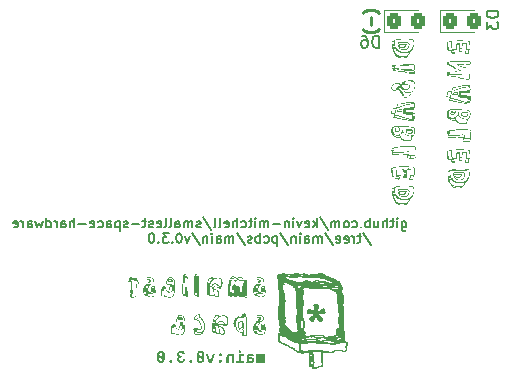
<source format=gbo>
G04 #@! TF.GenerationSoftware,KiCad,Pcbnew,8.0.8*
G04 #@! TF.CreationDate,2025-01-20T22:43:21+09:00*
G04 #@! TF.ProjectId,esp32_primary_board_v0.3.0,65737033-325f-4707-9269-6d6172795f62,rev?*
G04 #@! TF.SameCoordinates,Original*
G04 #@! TF.FileFunction,Legend,Bot*
G04 #@! TF.FilePolarity,Positive*
%FSLAX46Y46*%
G04 Gerber Fmt 4.6, Leading zero omitted, Abs format (unit mm)*
G04 Created by KiCad (PCBNEW 8.0.8) date 2025-01-20 22:43:21*
%MOMM*%
%LPD*%
G01*
G04 APERTURE LIST*
G04 Aperture macros list*
%AMRoundRect*
0 Rectangle with rounded corners*
0 $1 Rounding radius*
0 $2 $3 $4 $5 $6 $7 $8 $9 X,Y pos of 4 corners*
0 Add a 4 corners polygon primitive as box body*
4,1,4,$2,$3,$4,$5,$6,$7,$8,$9,$2,$3,0*
0 Add four circle primitives for the rounded corners*
1,1,$1+$1,$2,$3*
1,1,$1+$1,$4,$5*
1,1,$1+$1,$6,$7*
1,1,$1+$1,$8,$9*
0 Add four rect primitives between the rounded corners*
20,1,$1+$1,$2,$3,$4,$5,0*
20,1,$1+$1,$4,$5,$6,$7,0*
20,1,$1+$1,$6,$7,$8,$9,0*
20,1,$1+$1,$8,$9,$2,$3,0*%
G04 Aperture macros list end*
%ADD10C,0.175000*%
%ADD11C,0.304800*%
%ADD12C,0.225000*%
%ADD13C,0.152400*%
%ADD14C,0.150000*%
%ADD15C,0.000000*%
%ADD16C,0.120000*%
%ADD17C,2.500000*%
%ADD18C,1.000000*%
%ADD19RoundRect,0.250000X-0.350000X-0.512000X0.350000X-0.512000X0.350000X0.512000X-0.350000X0.512000X0*%
%ADD20O,1.200000X1.750000*%
%ADD21C,0.854000*%
%ADD22O,1.104000X1.904000*%
%ADD23O,1.104000X2.604000*%
%ADD24RoundRect,0.250000X-0.325000X-0.450000X0.325000X-0.450000X0.325000X0.450000X-0.325000X0.450000X0*%
G04 APERTURE END LIST*
D10*
G36*
X142584333Y-130286769D02*
G01*
X142748464Y-130286769D01*
X142748464Y-131030000D01*
X142574563Y-131030000D01*
X142574563Y-130473614D01*
X142567236Y-130457006D01*
X142557466Y-130444061D01*
X142540369Y-130432337D01*
X142518387Y-130428185D01*
X142497871Y-130431360D01*
X142480530Y-130441863D01*
X142469539Y-130463356D01*
X142465387Y-130498283D01*
X142465387Y-131030000D01*
X142297103Y-131030000D01*
X142297103Y-130481919D01*
X142297103Y-130468729D01*
X142297103Y-130462623D01*
X142289043Y-130449190D01*
X142277808Y-130438443D01*
X142261933Y-130431116D01*
X142242149Y-130428185D01*
X142221877Y-130431360D01*
X142204535Y-130441863D01*
X142192568Y-130464089D01*
X142187927Y-130499016D01*
X142187927Y-131030000D01*
X142014026Y-131030000D01*
X142014026Y-130499748D01*
X142016363Y-130449279D01*
X142024759Y-130400415D01*
X142026238Y-130394968D01*
X142044824Y-130347341D01*
X142059455Y-130324626D01*
X142096550Y-130292569D01*
X142110746Y-130285547D01*
X142158992Y-130273687D01*
X142173517Y-130273091D01*
X142223098Y-130279930D01*
X142263398Y-130298981D01*
X142290020Y-130322184D01*
X142311514Y-130351981D01*
X142326413Y-130321451D01*
X142346685Y-130298492D01*
X142382344Y-130279197D01*
X142428995Y-130273091D01*
X142478637Y-130280052D01*
X142520097Y-130300935D01*
X142555252Y-130336049D01*
X142578715Y-130376650D01*
X142584333Y-130286769D01*
G37*
G36*
X141600606Y-130275313D02*
G01*
X141650042Y-130282806D01*
X141684054Y-130291898D01*
X141731291Y-130310925D01*
X141774328Y-130337017D01*
X141781995Y-130342944D01*
X141817472Y-130377932D01*
X141843300Y-130417927D01*
X141859690Y-130464460D01*
X141864305Y-130507808D01*
X141673307Y-130507808D01*
X141667445Y-130471660D01*
X141649371Y-130443328D01*
X141613468Y-130423300D01*
X141563314Y-130415980D01*
X141561444Y-130415973D01*
X141511286Y-130421616D01*
X141501360Y-130424521D01*
X141458374Y-130448946D01*
X141433705Y-130484849D01*
X141425401Y-130531988D01*
X141425401Y-130575952D01*
X141531891Y-130575952D01*
X141581522Y-130577407D01*
X141631928Y-130582368D01*
X141677948Y-130590851D01*
X141726198Y-130604975D01*
X141773557Y-130626781D01*
X141784682Y-130633593D01*
X141824531Y-130666377D01*
X141853862Y-130706566D01*
X141856978Y-130712484D01*
X141874158Y-130760247D01*
X141880703Y-130810443D01*
X141880914Y-130821905D01*
X141875468Y-130870960D01*
X141861618Y-130910809D01*
X141835120Y-130953141D01*
X141807885Y-130981151D01*
X141765166Y-131010303D01*
X141726064Y-131027313D01*
X141675872Y-131039586D01*
X141624602Y-131043661D01*
X141621039Y-131043677D01*
X141571260Y-131039968D01*
X141555826Y-131037083D01*
X141508196Y-131022541D01*
X141500139Y-131019009D01*
X141457535Y-130994751D01*
X141454954Y-130992875D01*
X141418562Y-130960635D01*
X141410258Y-130998492D01*
X141398534Y-131030000D01*
X141204849Y-131030000D01*
X141204849Y-131018276D01*
X141222031Y-130972222D01*
X141226831Y-130951109D01*
X141232954Y-130900456D01*
X141234403Y-130852191D01*
X141234403Y-130817752D01*
X141425401Y-130817752D01*
X141448115Y-130846329D01*
X141482309Y-130871242D01*
X141527006Y-130889316D01*
X141576909Y-130896128D01*
X141580495Y-130896154D01*
X141627634Y-130889560D01*
X141661584Y-130871974D01*
X141682833Y-130843398D01*
X141689916Y-130806762D01*
X141680390Y-130759867D01*
X141650593Y-130722254D01*
X141605106Y-130700223D01*
X141599302Y-130698562D01*
X141549525Y-130690848D01*
X141522854Y-130690013D01*
X141425401Y-130690013D01*
X141425401Y-130817752D01*
X141234403Y-130817752D01*
X141234403Y-130533454D01*
X141238394Y-130483445D01*
X141251617Y-130435360D01*
X141258583Y-130419637D01*
X141285101Y-130377315D01*
X141319777Y-130342400D01*
X141325017Y-130338304D01*
X141368469Y-130311567D01*
X141415125Y-130292907D01*
X141425889Y-130289699D01*
X141474493Y-130278946D01*
X141526242Y-130273675D01*
X141551186Y-130273091D01*
X141600606Y-130275313D01*
G37*
G36*
X140971842Y-130286769D02*
G01*
X140971842Y-130442595D01*
X140760327Y-130442595D01*
X140760327Y-130874661D01*
X140971842Y-130874661D01*
X140971842Y-131030000D01*
X140366120Y-131030000D01*
X140366120Y-130874661D01*
X140567376Y-130874661D01*
X140567376Y-130286769D01*
X140971842Y-130286769D01*
G37*
G36*
X140774005Y-130096503D02*
G01*
X140766189Y-130137292D01*
X140743963Y-130169288D01*
X140709281Y-130190537D01*
X140664096Y-130198108D01*
X140613589Y-130189144D01*
X140583496Y-130169776D01*
X140557678Y-130127759D01*
X140553454Y-130096503D01*
X140565189Y-130047025D01*
X140583496Y-130023475D01*
X140626285Y-129999615D01*
X140664096Y-129994898D01*
X140709281Y-130002470D01*
X140743963Y-130022986D01*
X140766189Y-130055715D01*
X140774005Y-130096503D01*
G37*
G36*
X140182449Y-131030000D02*
G01*
X139990963Y-131030000D01*
X139990963Y-130501702D01*
X139969713Y-130474347D01*
X139943579Y-130452854D01*
X139902791Y-130434535D01*
X139853938Y-130428191D01*
X139852233Y-130428185D01*
X139803166Y-130432539D01*
X139793126Y-130434780D01*
X139748429Y-130457739D01*
X139721138Y-130499398D01*
X139719853Y-130502923D01*
X139710631Y-130551726D01*
X139709839Y-130575219D01*
X139709839Y-131030000D01*
X139519085Y-131030000D01*
X139519085Y-130572533D01*
X139521308Y-130519670D01*
X139528801Y-130468585D01*
X139537892Y-130434780D01*
X139557200Y-130389079D01*
X139586249Y-130346351D01*
X139590404Y-130341723D01*
X139630441Y-130309281D01*
X139671493Y-130289699D01*
X139720586Y-130277243D01*
X139771047Y-130273107D01*
X139774563Y-130273091D01*
X139825048Y-130277482D01*
X139857606Y-130285547D01*
X139904069Y-130305106D01*
X139929658Y-130320963D01*
X139966294Y-130351981D01*
X139997801Y-130389839D01*
X140009525Y-130286769D01*
X140182449Y-130286769D01*
X140182449Y-131030000D01*
G37*
G36*
X139139776Y-130919357D02*
G01*
X139130861Y-130968023D01*
X139104117Y-131008018D01*
X139062046Y-131034762D01*
X139010959Y-131043642D01*
X139007152Y-131043677D01*
X138955908Y-131035949D01*
X138912959Y-131010670D01*
X138910676Y-131008506D01*
X138882471Y-130965708D01*
X138874528Y-130919357D01*
X138883382Y-130870143D01*
X138909944Y-130829476D01*
X138951953Y-130802182D01*
X139003316Y-130793119D01*
X139007152Y-130793084D01*
X139056627Y-130800143D01*
X139100346Y-130825499D01*
X139104849Y-130829965D01*
X139132102Y-130873440D01*
X139139776Y-130919357D01*
G37*
G36*
X139139776Y-130356622D02*
G01*
X139130861Y-130405287D01*
X139104117Y-130445282D01*
X139062046Y-130472027D01*
X139010959Y-130480907D01*
X139007152Y-130480942D01*
X138955908Y-130473214D01*
X138912959Y-130447934D01*
X138910676Y-130445771D01*
X138882471Y-130402972D01*
X138874528Y-130356622D01*
X138883382Y-130307407D01*
X138909944Y-130266741D01*
X138951953Y-130239446D01*
X139003316Y-130230384D01*
X139007152Y-130230348D01*
X139056627Y-130237408D01*
X139100346Y-130262763D01*
X139104849Y-130267229D01*
X139132102Y-130310705D01*
X139139776Y-130356622D01*
G37*
G36*
X138265875Y-131030000D02*
G01*
X138086601Y-131030000D01*
X137804256Y-130286769D01*
X138003558Y-130286769D01*
X138166224Y-130810914D01*
X138176482Y-130863182D01*
X138186741Y-130810914D01*
X138350383Y-130286769D01*
X138549441Y-130286769D01*
X138265875Y-131030000D01*
G37*
G36*
X137386810Y-130018416D02*
G01*
X137437110Y-130028537D01*
X137472086Y-130040816D01*
X137517881Y-130065445D01*
X137557629Y-130098056D01*
X137573935Y-130115799D01*
X137603176Y-130156717D01*
X137626783Y-130204367D01*
X137639392Y-130239874D01*
X137651242Y-130288217D01*
X137658703Y-130341044D01*
X137661665Y-130392422D01*
X137661863Y-130410355D01*
X137661863Y-130649469D01*
X137660047Y-130702077D01*
X137654598Y-130751092D01*
X137644285Y-130801339D01*
X137638904Y-130820195D01*
X137620811Y-130868049D01*
X137595806Y-130913735D01*
X137573447Y-130943538D01*
X137536291Y-130980148D01*
X137493088Y-131008616D01*
X137471109Y-131019009D01*
X137423653Y-131034487D01*
X137372145Y-131042822D01*
X137335554Y-131044410D01*
X137285457Y-131041408D01*
X137234888Y-131031287D01*
X137199755Y-131019009D01*
X137153644Y-130994299D01*
X137113741Y-130961446D01*
X137097418Y-130943538D01*
X137068692Y-130902951D01*
X137045531Y-130855564D01*
X137033182Y-130820195D01*
X137021332Y-130771723D01*
X137013871Y-130718815D01*
X137010909Y-130667405D01*
X137010711Y-130649469D01*
X137010711Y-130529057D01*
X137203175Y-130529057D01*
X137203175Y-130562274D01*
X137203175Y-130678290D01*
X137205053Y-130727223D01*
X137211723Y-130774766D01*
X137226625Y-130821990D01*
X137237369Y-130841688D01*
X137274091Y-130876211D01*
X137278646Y-130878569D01*
X137327613Y-130890350D01*
X137335554Y-130890537D01*
X137384546Y-130882189D01*
X137396127Y-130876859D01*
X137432731Y-130843345D01*
X137438136Y-130834849D01*
X137457200Y-130789405D01*
X137460362Y-130776720D01*
X137467886Y-130726140D01*
X137469644Y-130696120D01*
X137203175Y-130498283D01*
X137203175Y-130529057D01*
X137010711Y-130529057D01*
X137010711Y-130410355D01*
X137012138Y-130368590D01*
X137203175Y-130368590D01*
X137469644Y-130566915D01*
X137469644Y-130534675D01*
X137469644Y-130490711D01*
X137469644Y-130380069D01*
X137467506Y-130328351D01*
X137461095Y-130284082D01*
X137445773Y-130237389D01*
X137434473Y-130218136D01*
X137398193Y-130184340D01*
X137393684Y-130181988D01*
X137344958Y-130170207D01*
X137337020Y-130170020D01*
X137288133Y-130178178D01*
X137285240Y-130179302D01*
X137246406Y-130207634D01*
X137221862Y-130250720D01*
X137215143Y-130272114D01*
X137206066Y-130322355D01*
X137203175Y-130368590D01*
X137012138Y-130368590D01*
X137012508Y-130357766D01*
X137017898Y-130308810D01*
X137028102Y-130258673D01*
X137033426Y-130239874D01*
X137051293Y-130191823D01*
X137075920Y-130145856D01*
X137097906Y-130115799D01*
X137135577Y-130079504D01*
X137179133Y-130051192D01*
X137201221Y-130040816D01*
X137248596Y-130025337D01*
X137300231Y-130017002D01*
X137337020Y-130015415D01*
X137386810Y-130018416D01*
G37*
G36*
X136628715Y-130919357D02*
G01*
X136619801Y-130968023D01*
X136593056Y-131008018D01*
X136550985Y-131034762D01*
X136499898Y-131043642D01*
X136496092Y-131043677D01*
X136444847Y-131035949D01*
X136401899Y-131010670D01*
X136399616Y-131008506D01*
X136371410Y-130965708D01*
X136363468Y-130919357D01*
X136372322Y-130870143D01*
X136398883Y-130829476D01*
X136440893Y-130802182D01*
X136492255Y-130793119D01*
X136496092Y-130793084D01*
X136545566Y-130800143D01*
X136589286Y-130825499D01*
X136593789Y-130829965D01*
X136621041Y-130873440D01*
X136628715Y-130919357D01*
G37*
G36*
X135789253Y-130446015D02*
G01*
X135789253Y-130594515D01*
X135685450Y-130594515D01*
X135635410Y-130598786D01*
X135615108Y-130603551D01*
X135569948Y-130624289D01*
X135561130Y-130630907D01*
X135530703Y-130671245D01*
X135527669Y-130678290D01*
X135516678Y-130728115D01*
X135515945Y-130747655D01*
X135523074Y-130797713D01*
X135525959Y-130806029D01*
X135552649Y-130847731D01*
X135555024Y-130849993D01*
X135597125Y-130877561D01*
X135604361Y-130880279D01*
X135652950Y-130889896D01*
X135671039Y-130890537D01*
X135721073Y-130883926D01*
X135731612Y-130880523D01*
X135775175Y-130855954D01*
X135778995Y-130852679D01*
X135809091Y-130814182D01*
X135810502Y-130811158D01*
X135821396Y-130763278D01*
X135821493Y-130757913D01*
X136012491Y-130757913D01*
X136008507Y-130809822D01*
X135995198Y-130860011D01*
X135984159Y-130884431D01*
X135955508Y-130927728D01*
X135919564Y-130964012D01*
X135907955Y-130973091D01*
X135863970Y-131000833D01*
X135818606Y-131020399D01*
X135800000Y-131026336D01*
X135750062Y-131037564D01*
X135699077Y-131043067D01*
X135675191Y-131043677D01*
X135625328Y-131041368D01*
X135573631Y-131033583D01*
X135536706Y-131024138D01*
X135487416Y-131005239D01*
X135443932Y-130980293D01*
X135425819Y-130966741D01*
X135388787Y-130930844D01*
X135359328Y-130888121D01*
X135352302Y-130874661D01*
X135334907Y-130827511D01*
X135326380Y-130775363D01*
X135325436Y-130749609D01*
X135329643Y-130699144D01*
X135335205Y-130674138D01*
X135353267Y-130627646D01*
X135364759Y-130608192D01*
X135397156Y-130570558D01*
X135415317Y-130555436D01*
X135457869Y-130529370D01*
X135487613Y-130516845D01*
X135444386Y-130491565D01*
X135424598Y-130476057D01*
X135389593Y-130439603D01*
X135378436Y-130424033D01*
X135355676Y-130380115D01*
X135350348Y-130364682D01*
X135341046Y-130315237D01*
X135340579Y-130301179D01*
X135344013Y-130250975D01*
X135355486Y-130201937D01*
X135365003Y-130177836D01*
X135390114Y-130134473D01*
X135422705Y-130097560D01*
X135433391Y-130088199D01*
X135475272Y-130060363D01*
X135520273Y-130040543D01*
X135539148Y-130034466D01*
X135587245Y-130023303D01*
X135638845Y-130017292D01*
X135675191Y-130016147D01*
X135725395Y-130018964D01*
X135776914Y-130028372D01*
X135803419Y-130036175D01*
X135849102Y-130054870D01*
X135892619Y-130080862D01*
X135906734Y-130091618D01*
X135941602Y-130126126D01*
X135970972Y-130169013D01*
X135975854Y-130178325D01*
X135992885Y-130224239D01*
X136000378Y-130274362D01*
X136000767Y-130289455D01*
X135809769Y-130289455D01*
X135799454Y-130241497D01*
X135798778Y-130240118D01*
X135768736Y-130202260D01*
X135725017Y-130179057D01*
X135676411Y-130170826D01*
X135671039Y-130170753D01*
X135621684Y-130176567D01*
X135609734Y-130180279D01*
X135567093Y-130206069D01*
X135566015Y-130207145D01*
X135540369Y-130249399D01*
X135531654Y-130297639D01*
X135531577Y-130303133D01*
X135538309Y-130352768D01*
X135540369Y-130359309D01*
X135564955Y-130401662D01*
X135566015Y-130402784D01*
X135607101Y-130431822D01*
X135614375Y-130434780D01*
X135663139Y-130445126D01*
X135685450Y-130446015D01*
X135789253Y-130446015D01*
G37*
G36*
X134948325Y-130919357D02*
G01*
X134939410Y-130968023D01*
X134912665Y-131008018D01*
X134870594Y-131034762D01*
X134819507Y-131043642D01*
X134815701Y-131043677D01*
X134764456Y-131035949D01*
X134721508Y-131010670D01*
X134719225Y-131008506D01*
X134691020Y-130965708D01*
X134683077Y-130919357D01*
X134691931Y-130870143D01*
X134718492Y-130829476D01*
X134760502Y-130802182D01*
X134811864Y-130793119D01*
X134815701Y-130793084D01*
X134865175Y-130800143D01*
X134908895Y-130825499D01*
X134913398Y-130829965D01*
X134940650Y-130873440D01*
X134948325Y-130919357D01*
G37*
G36*
X134026028Y-130018416D02*
G01*
X134076329Y-130028537D01*
X134111304Y-130040816D01*
X134157099Y-130065445D01*
X134196848Y-130098056D01*
X134213154Y-130115799D01*
X134242394Y-130156717D01*
X134266002Y-130204367D01*
X134278611Y-130239874D01*
X134290460Y-130288217D01*
X134297921Y-130341044D01*
X134300884Y-130392422D01*
X134301081Y-130410355D01*
X134301081Y-130649469D01*
X134299265Y-130702077D01*
X134293817Y-130751092D01*
X134283503Y-130801339D01*
X134278122Y-130820195D01*
X134260029Y-130868049D01*
X134235025Y-130913735D01*
X134212665Y-130943538D01*
X134175509Y-130980148D01*
X134132306Y-131008616D01*
X134110327Y-131019009D01*
X134062872Y-131034487D01*
X134011363Y-131042822D01*
X133974773Y-131044410D01*
X133924676Y-131041408D01*
X133874106Y-131031287D01*
X133838974Y-131019009D01*
X133792863Y-130994299D01*
X133752959Y-130961446D01*
X133736636Y-130943538D01*
X133707911Y-130902951D01*
X133684750Y-130855564D01*
X133672400Y-130820195D01*
X133660550Y-130771723D01*
X133653090Y-130718815D01*
X133650127Y-130667405D01*
X133649930Y-130649469D01*
X133649930Y-130529057D01*
X133842393Y-130529057D01*
X133842393Y-130562274D01*
X133842393Y-130678290D01*
X133844271Y-130727223D01*
X133850942Y-130774766D01*
X133865843Y-130821990D01*
X133876587Y-130841688D01*
X133913310Y-130876211D01*
X133917864Y-130878569D01*
X133966831Y-130890350D01*
X133974773Y-130890537D01*
X134023764Y-130882189D01*
X134035345Y-130876859D01*
X134071950Y-130843345D01*
X134077355Y-130834849D01*
X134096418Y-130789405D01*
X134099581Y-130776720D01*
X134107104Y-130726140D01*
X134108862Y-130696120D01*
X133842393Y-130498283D01*
X133842393Y-130529057D01*
X133649930Y-130529057D01*
X133649930Y-130410355D01*
X133651356Y-130368590D01*
X133842393Y-130368590D01*
X134108862Y-130566915D01*
X134108862Y-130534675D01*
X134108862Y-130490711D01*
X134108862Y-130380069D01*
X134106725Y-130328351D01*
X134100314Y-130284082D01*
X134084991Y-130237389D01*
X134073691Y-130218136D01*
X134037411Y-130184340D01*
X134032903Y-130181988D01*
X133984176Y-130170207D01*
X133976238Y-130170020D01*
X133927351Y-130178178D01*
X133924459Y-130179302D01*
X133885624Y-130207634D01*
X133861080Y-130250720D01*
X133854361Y-130272114D01*
X133845285Y-130322355D01*
X133842393Y-130368590D01*
X133651356Y-130368590D01*
X133651726Y-130357766D01*
X133657117Y-130308810D01*
X133667321Y-130258673D01*
X133672644Y-130239874D01*
X133690512Y-130191823D01*
X133715138Y-130145856D01*
X133737124Y-130115799D01*
X133774795Y-130079504D01*
X133818351Y-130051192D01*
X133840439Y-130040816D01*
X133887815Y-130025337D01*
X133939449Y-130017002D01*
X133976238Y-130015415D01*
X134026028Y-130018416D01*
G37*
D11*
G36*
X142418757Y-123783355D02*
G01*
X142500205Y-123829703D01*
X142508094Y-123836200D01*
X142518304Y-123841769D01*
X142588377Y-123871004D01*
X142645921Y-123912770D01*
X142687222Y-123974490D01*
X142703000Y-124062198D01*
X142683510Y-124134591D01*
X142664280Y-124158432D01*
X142604155Y-124229260D01*
X142579818Y-124255331D01*
X142509951Y-124319288D01*
X142450058Y-124368496D01*
X142377229Y-124434375D01*
X142329856Y-124484322D01*
X142274672Y-124563384D01*
X142257994Y-124591953D01*
X142216664Y-124678007D01*
X142208800Y-124699445D01*
X142198101Y-124793094D01*
X142205760Y-124855131D01*
X142244508Y-124939738D01*
X142287816Y-124998007D01*
X142352634Y-125068747D01*
X142369340Y-125082669D01*
X142383262Y-125064106D01*
X142424795Y-124974774D01*
X142452871Y-124884979D01*
X142468193Y-124800346D01*
X142474218Y-124704923D01*
X142476762Y-124678732D01*
X142479471Y-124660837D01*
X142554501Y-124660837D01*
X142566102Y-124671974D01*
X142622718Y-124674759D01*
X142679797Y-124665013D01*
X142706249Y-124658517D01*
X142717850Y-124650163D01*
X142717386Y-124614895D01*
X142692327Y-124600045D01*
X142668196Y-124595868D01*
X142645921Y-124591692D01*
X142567030Y-124591692D01*
X142554501Y-124660837D01*
X142479471Y-124660837D01*
X142490924Y-124585195D01*
X142559605Y-124538789D01*
X142654274Y-124543893D01*
X142745694Y-124559207D01*
X142781891Y-124599117D01*
X142780440Y-124605380D01*
X142786531Y-124698890D01*
X142789611Y-124708142D01*
X142813911Y-124800519D01*
X142830927Y-124841834D01*
X142852012Y-124933027D01*
X142851500Y-125026517D01*
X142844032Y-125077632D01*
X142822859Y-125173385D01*
X142794884Y-125262725D01*
X142755974Y-125335583D01*
X142687222Y-125402871D01*
X142605663Y-125450437D01*
X142515055Y-125481762D01*
X142427269Y-125495690D01*
X142332215Y-125491507D01*
X142272199Y-125474931D01*
X142196245Y-125420041D01*
X142147983Y-125408904D01*
X142123522Y-125411128D01*
X142027327Y-125403799D01*
X142014014Y-125400137D01*
X141935443Y-125344863D01*
X141922133Y-125329287D01*
X141863528Y-125246997D01*
X141818155Y-125157366D01*
X141786015Y-125060394D01*
X141774459Y-125015148D01*
X141762069Y-124917115D01*
X141763841Y-124881793D01*
X141819060Y-124881793D01*
X141831493Y-124977791D01*
X141836598Y-125000066D01*
X141844023Y-125024197D01*
X141868373Y-125095764D01*
X141902030Y-125185690D01*
X141935631Y-125251293D01*
X141997627Y-125326765D01*
X142033335Y-125354083D01*
X142126172Y-125364818D01*
X142136381Y-125361106D01*
X142106217Y-125328268D01*
X142060275Y-125247411D01*
X142047370Y-125212020D01*
X142015725Y-125122578D01*
X141995618Y-125060589D01*
X141972568Y-124969438D01*
X141960749Y-124906618D01*
X141948436Y-124813977D01*
X141945993Y-124784973D01*
X141953610Y-124689145D01*
X142019902Y-124689145D01*
X142019902Y-124709984D01*
X142019902Y-124803304D01*
X142020041Y-124816678D01*
X142029987Y-124915368D01*
X142055635Y-125011203D01*
X142064597Y-125036408D01*
X142096421Y-125125080D01*
X142128956Y-125214462D01*
X142149694Y-125258495D01*
X142208775Y-125333726D01*
X142256030Y-125375172D01*
X142336392Y-125428859D01*
X142414818Y-125448349D01*
X142502990Y-125440460D01*
X142564115Y-125424015D01*
X142651489Y-125383845D01*
X142690457Y-125353790D01*
X142743838Y-125274790D01*
X142775046Y-125193407D01*
X142802773Y-125102159D01*
X142815640Y-125027445D01*
X142813911Y-124931385D01*
X142810555Y-124909338D01*
X142782819Y-124819082D01*
X142772842Y-124795626D01*
X142743374Y-124706779D01*
X142736413Y-124705851D01*
X142719706Y-124708635D01*
X142703000Y-124726270D01*
X142702862Y-124739959D01*
X142694183Y-124835788D01*
X142692117Y-124849456D01*
X142685366Y-124943914D01*
X142679797Y-125005170D01*
X142668660Y-125067355D01*
X142660432Y-125089396D01*
X142599515Y-125163415D01*
X142565544Y-125183111D01*
X142474218Y-125213998D01*
X142414029Y-125222672D01*
X142319221Y-125211214D01*
X142285638Y-125195927D01*
X142212487Y-125134180D01*
X142159120Y-125065963D01*
X142150403Y-125053971D01*
X142117819Y-124965725D01*
X142118038Y-124946450D01*
X142119931Y-124922568D01*
X142173506Y-124922568D01*
X142194389Y-125003778D01*
X142243115Y-125079884D01*
X142310404Y-125146245D01*
X142390223Y-125175017D01*
X142327078Y-125131960D01*
X142314924Y-125118401D01*
X142418066Y-125118401D01*
X142442198Y-125137428D01*
X142509487Y-125149494D01*
X142561461Y-125129075D01*
X142564181Y-125126744D01*
X142612972Y-125044152D01*
X142619044Y-124994271D01*
X142632463Y-124898436D01*
X142638804Y-124848247D01*
X142643600Y-124753649D01*
X142637568Y-124725806D01*
X142604155Y-124723021D01*
X142577240Y-124721629D01*
X142557285Y-124720237D01*
X142554501Y-124723949D01*
X142554501Y-124736479D01*
X142539946Y-124810292D01*
X142517840Y-124904933D01*
X142491478Y-124982557D01*
X142447302Y-125067819D01*
X142436629Y-125088237D01*
X142418066Y-125118401D01*
X142314924Y-125118401D01*
X142261678Y-125059002D01*
X142224669Y-125006240D01*
X142173506Y-124922568D01*
X142119931Y-124922568D01*
X142125715Y-124849587D01*
X142144359Y-124751907D01*
X142173970Y-124653412D01*
X142203796Y-124584887D01*
X142258197Y-124499460D01*
X142321716Y-124426051D01*
X142399504Y-124355020D01*
X142428744Y-124330296D01*
X142501133Y-124267777D01*
X142525149Y-124245792D01*
X142593018Y-124177749D01*
X142617469Y-124145430D01*
X142643600Y-124056165D01*
X142640555Y-124024551D01*
X142594874Y-123942934D01*
X142575015Y-123925401D01*
X142488140Y-123891423D01*
X142447389Y-123888006D01*
X142352634Y-123889103D01*
X142345187Y-123888981D01*
X142256109Y-123858011D01*
X142209239Y-123841304D01*
X142159120Y-123870540D01*
X142138237Y-123903953D01*
X142143342Y-123932725D01*
X142178611Y-123963817D01*
X142236154Y-123978203D01*
X142315973Y-123982379D01*
X142393935Y-123991660D01*
X142421215Y-123996618D01*
X142453799Y-124084473D01*
X142434539Y-124122096D01*
X142379085Y-124198168D01*
X142349565Y-124230561D01*
X142283025Y-124301189D01*
X142243423Y-124342461D01*
X142175738Y-124419376D01*
X142112677Y-124499669D01*
X142054242Y-124583339D01*
X142044349Y-124599137D01*
X142019902Y-124689145D01*
X141953610Y-124689145D01*
X141953771Y-124687114D01*
X141986953Y-124594940D01*
X142007635Y-124557014D01*
X142060616Y-124477303D01*
X142124780Y-124400963D01*
X142183356Y-124336696D01*
X142251468Y-124267313D01*
X142308400Y-124205467D01*
X142363307Y-124129951D01*
X142374445Y-124114637D01*
X142384654Y-124100715D01*
X142387903Y-124049204D01*
X142322470Y-124037602D01*
X142318757Y-124038066D01*
X142318757Y-124041315D01*
X142318533Y-124051505D01*
X142293234Y-124142016D01*
X142288334Y-124150482D01*
X142229193Y-124226011D01*
X142197592Y-124257216D01*
X142130801Y-124326393D01*
X142066308Y-124397714D01*
X142042307Y-124425648D01*
X141983299Y-124499126D01*
X141925233Y-124579626D01*
X141913706Y-124597828D01*
X141867999Y-124683201D01*
X141833813Y-124775460D01*
X141830487Y-124787834D01*
X141819060Y-124881793D01*
X141763841Y-124881793D01*
X141766988Y-124819082D01*
X141781080Y-124751209D01*
X141815287Y-124661511D01*
X141862121Y-124580090D01*
X141888001Y-124543061D01*
X141947322Y-124464287D01*
X142011085Y-124387505D01*
X142052154Y-124341070D01*
X142115498Y-124272178D01*
X142180931Y-124204200D01*
X142236154Y-124131343D01*
X142251933Y-124055237D01*
X142221304Y-124037602D01*
X142133133Y-124013007D01*
X142076517Y-123951287D01*
X142083478Y-123879357D01*
X142141950Y-123821814D01*
X142147332Y-123818645D01*
X142154337Y-123815781D01*
X142289986Y-123815781D01*
X142343353Y-123836664D01*
X142415282Y-123832951D01*
X142371196Y-123816245D01*
X142289986Y-123815781D01*
X142154337Y-123815781D01*
X142237882Y-123781621D01*
X142330359Y-123770303D01*
X142418757Y-123783355D01*
G37*
G36*
X140167369Y-123735963D02*
G01*
X140213410Y-123747293D01*
X140300090Y-123789330D01*
X140343712Y-123815317D01*
X140389654Y-123839912D01*
X140430956Y-123827383D01*
X140484787Y-123786545D01*
X140578643Y-123774364D01*
X140674588Y-123770303D01*
X140770997Y-123772971D01*
X140866245Y-123780976D01*
X140922861Y-123843625D01*
X140932142Y-123902561D01*
X140943743Y-123962424D01*
X140966482Y-123993517D01*
X141036556Y-124004190D01*
X141105237Y-123999549D01*
X141141434Y-123992124D01*
X141179023Y-123987948D01*
X141233318Y-124025073D01*
X141250244Y-124088117D01*
X141265338Y-124180533D01*
X141268684Y-124244267D01*
X141262554Y-124340170D01*
X141254433Y-124401920D01*
X141246601Y-124495522D01*
X141243991Y-124590300D01*
X141243991Y-124653615D01*
X141243991Y-124748479D01*
X141243991Y-124843213D01*
X141243991Y-124908646D01*
X141243991Y-125006795D01*
X141243991Y-125104944D01*
X141245006Y-125169999D01*
X141250336Y-125267039D01*
X141260233Y-125363426D01*
X141261479Y-125385445D01*
X141251416Y-125478977D01*
X141215219Y-125537913D01*
X141154427Y-125542554D01*
X141148373Y-125540686D01*
X141066256Y-125496147D01*
X141063792Y-125494178D01*
X140989221Y-125435819D01*
X140937592Y-125376230D01*
X140917292Y-125284535D01*
X140917207Y-125265919D01*
X140914225Y-125172943D01*
X140906983Y-125080149D01*
X140895481Y-124987536D01*
X140892862Y-124968963D01*
X140882973Y-124875770D01*
X140880224Y-124819030D01*
X140866550Y-124911851D01*
X140849528Y-125013310D01*
X140830512Y-125114225D01*
X140826635Y-125134312D01*
X140811000Y-125235236D01*
X140801619Y-125336976D01*
X140798492Y-125439532D01*
X140743269Y-125491971D01*
X140701503Y-125475729D01*
X140660202Y-125462271D01*
X140603122Y-125442316D01*
X140545579Y-125424682D01*
X140526926Y-125415294D01*
X140499583Y-125330013D01*
X140570174Y-125330013D01*
X140577135Y-125364354D01*
X140590593Y-125376884D01*
X140590593Y-125372243D01*
X140590593Y-125360177D01*
X140590631Y-125340348D01*
X140591963Y-125241472D01*
X140595199Y-125143049D01*
X140600338Y-125045080D01*
X140601552Y-125025479D01*
X140607516Y-124927636D01*
X140613299Y-124830065D01*
X140618900Y-124732766D01*
X140620293Y-124698890D01*
X140620293Y-124671974D01*
X140620293Y-124626960D01*
X140614724Y-124594476D01*
X140605443Y-124579626D01*
X140598018Y-124575914D01*
X140588736Y-124603757D01*
X140588736Y-124680991D01*
X140588736Y-124774590D01*
X140588736Y-124875697D01*
X140588736Y-124942522D01*
X140588736Y-125042759D01*
X140588736Y-125142997D01*
X140582240Y-125238129D01*
X140570174Y-125330013D01*
X140499583Y-125330013D01*
X140498244Y-125325837D01*
X140500565Y-125311451D01*
X140500565Y-125293817D01*
X140509923Y-125242056D01*
X140522771Y-125148944D01*
X140530479Y-125055906D01*
X140533049Y-124962941D01*
X140533049Y-124911223D01*
X140533049Y-124817675D01*
X140533049Y-124723540D01*
X140533049Y-124628817D01*
X140533977Y-124604685D01*
X140527016Y-124593084D01*
X140515415Y-124600045D01*
X140507062Y-124620000D01*
X140501029Y-124636706D01*
X140495328Y-124654590D01*
X140469813Y-124744556D01*
X140449284Y-124835429D01*
X140433740Y-124927208D01*
X140421586Y-125028564D01*
X140414478Y-125130358D01*
X140412393Y-125223279D01*
X140412234Y-125250137D01*
X140409163Y-125345052D01*
X140402184Y-125441388D01*
X140386406Y-125487794D01*
X140338607Y-125493363D01*
X140329774Y-125489496D01*
X140239762Y-125457166D01*
X140220533Y-125450553D01*
X140143237Y-125397766D01*
X140114930Y-125384309D01*
X140081636Y-125310523D01*
X140128387Y-125310523D01*
X140128387Y-125323981D01*
X140147878Y-125338831D01*
X140193820Y-125367138D01*
X140213311Y-125377812D01*
X140217487Y-125364818D01*
X140220736Y-125340687D01*
X140224062Y-125299030D01*
X140232337Y-125206109D01*
X140235657Y-125167921D01*
X140243475Y-125071995D01*
X140245106Y-125013371D01*
X140255076Y-124916535D01*
X140264212Y-124858955D01*
X140282920Y-124763859D01*
X140285995Y-124746823D01*
X140293593Y-124652484D01*
X140293680Y-124638185D01*
X140299162Y-124542965D01*
X140289881Y-124518370D01*
X140289417Y-124520690D01*
X140285240Y-124531828D01*
X140263429Y-124589836D01*
X140246723Y-124654804D01*
X140229656Y-124741816D01*
X140210987Y-124837528D01*
X140192428Y-124933241D01*
X140176512Y-125020280D01*
X140161098Y-125116755D01*
X140147878Y-125213998D01*
X140138133Y-125256228D01*
X140130244Y-125297993D01*
X140128387Y-125310523D01*
X140081636Y-125310523D01*
X140080589Y-125308203D01*
X140089807Y-125264028D01*
X140108548Y-125167309D01*
X140125603Y-125069211D01*
X140135609Y-125008303D01*
X140150728Y-124916506D01*
X140165976Y-124824187D01*
X140179032Y-124758810D01*
X140200317Y-124664085D01*
X140217231Y-124600069D01*
X140247187Y-124508161D01*
X140231409Y-124464539D01*
X140228199Y-124463972D01*
X140137669Y-124488670D01*
X140122746Y-124502309D01*
X140079197Y-124587051D01*
X140065058Y-124643087D01*
X140046713Y-124736479D01*
X140037707Y-124792558D01*
X140024438Y-124887763D01*
X140015998Y-124949367D01*
X140004751Y-125042208D01*
X139995202Y-125135572D01*
X139990764Y-125198017D01*
X139990090Y-125291794D01*
X139996594Y-125385701D01*
X139938586Y-125441388D01*
X139900533Y-125431179D01*
X139863872Y-125419577D01*
X139850719Y-125415945D01*
X139762707Y-125381988D01*
X139756611Y-125379218D01*
X139663862Y-125368995D01*
X139625345Y-125326301D01*
X139625222Y-125321660D01*
X139790551Y-125321660D01*
X139844382Y-125349504D01*
X139881507Y-125365746D01*
X139918168Y-125379204D01*
X139937194Y-125358321D01*
X139937194Y-125319460D01*
X139937194Y-125222815D01*
X139937782Y-125185377D01*
X139944619Y-125088702D01*
X139951045Y-125039095D01*
X139961789Y-124945307D01*
X139967497Y-124896284D01*
X139981744Y-124803304D01*
X139985963Y-124776051D01*
X140000307Y-124681256D01*
X140004453Y-124655176D01*
X140023974Y-124563848D01*
X140036764Y-124527050D01*
X140090799Y-124449689D01*
X140109212Y-124434234D01*
X140200317Y-124404211D01*
X140242475Y-124411340D01*
X140321437Y-124464539D01*
X140326660Y-124469703D01*
X140349745Y-124561528D01*
X140342320Y-124616751D01*
X140336751Y-124675223D01*
X140334094Y-124693729D01*
X140321133Y-124786315D01*
X140308715Y-124878991D01*
X140296842Y-124971758D01*
X140294594Y-124990266D01*
X140285530Y-125082915D01*
X140280092Y-125175746D01*
X140278279Y-125268757D01*
X140274567Y-125298921D01*
X140270390Y-125325373D01*
X140264822Y-125366210D01*
X140267142Y-125399159D01*
X140303339Y-125418185D01*
X140350209Y-125432107D01*
X140352065Y-125427930D01*
X140352993Y-125413545D01*
X140352993Y-125318412D01*
X140352993Y-125225136D01*
X140353075Y-125205942D01*
X140355930Y-125110193D01*
X140362864Y-125014807D01*
X140373876Y-124919783D01*
X140376566Y-124900838D01*
X140392409Y-124806820D01*
X140412241Y-124713981D01*
X140436060Y-124622320D01*
X140454159Y-124576842D01*
X140488963Y-124541573D01*
X140519544Y-124524430D01*
X140614260Y-124531364D01*
X140659306Y-124595208D01*
X140679692Y-124689609D01*
X140677604Y-124738379D01*
X140664842Y-124830683D01*
X140655228Y-124895318D01*
X140649993Y-124991713D01*
X140649993Y-125074503D01*
X140649993Y-125167592D01*
X140649993Y-125243664D01*
X140649993Y-125340687D01*
X140686653Y-125407512D01*
X140713105Y-125415401D01*
X140739092Y-125427466D01*
X140739092Y-125417257D01*
X140741857Y-125332348D01*
X140751283Y-125239786D01*
X140767400Y-125148101D01*
X140785256Y-125065042D01*
X140805943Y-124974095D01*
X140827728Y-124883586D01*
X140828299Y-124880484D01*
X140837009Y-124785205D01*
X140837009Y-124779047D01*
X140837009Y-124684504D01*
X140844440Y-124627889D01*
X140917292Y-124627889D01*
X140917395Y-124647633D01*
X140921012Y-124747007D01*
X140929794Y-124847469D01*
X140943743Y-124949019D01*
X140953317Y-125012446D01*
X140966482Y-125106800D01*
X140973093Y-125171800D01*
X140976692Y-125265973D01*
X140992006Y-125357857D01*
X141006392Y-125390341D01*
X141006392Y-125320474D01*
X141006392Y-125226992D01*
X141006392Y-125130351D01*
X141006392Y-125031622D01*
X141006392Y-124976404D01*
X141006392Y-124877182D01*
X141006392Y-124807944D01*
X141065792Y-124807944D01*
X141066009Y-124861863D01*
X141067437Y-124956080D01*
X141070197Y-125050119D01*
X141074289Y-125143981D01*
X141079713Y-125237665D01*
X141082034Y-125283143D01*
X141082034Y-125322588D01*
X141082034Y-125350432D01*
X141082034Y-125369923D01*
X141111143Y-125453989D01*
X141197121Y-125492899D01*
X141206866Y-125485010D01*
X141214755Y-125465983D01*
X141222226Y-125404660D01*
X141216612Y-125311451D01*
X141209357Y-125266771D01*
X141198788Y-125169068D01*
X141195265Y-125070139D01*
X141195053Y-125024181D01*
X141193138Y-124924492D01*
X141189232Y-124824651D01*
X141185751Y-124730214D01*
X141184591Y-124635314D01*
X141184591Y-124546609D01*
X141184591Y-124448297D01*
X141184618Y-124441814D01*
X141191552Y-124348060D01*
X141192420Y-124341963D01*
X141205010Y-124249214D01*
X141205010Y-124216730D01*
X141190624Y-124197240D01*
X141147930Y-124199560D01*
X141119623Y-124226011D01*
X141103381Y-124300261D01*
X141099668Y-124380080D01*
X141091728Y-124433157D01*
X141080381Y-124526321D01*
X141072276Y-124619840D01*
X141067413Y-124713715D01*
X141065792Y-124807944D01*
X141006392Y-124807944D01*
X141006392Y-124778181D01*
X141006392Y-124679399D01*
X141007445Y-124624528D01*
X141014652Y-124526216D01*
X141028687Y-124428491D01*
X141049549Y-124331353D01*
X141049767Y-124317903D01*
X141063471Y-124224155D01*
X141064399Y-124175429D01*
X141047229Y-124130080D01*
X141047229Y-124131343D01*
X141043318Y-124140214D01*
X141005928Y-124225547D01*
X141003332Y-124231352D01*
X140967875Y-124319288D01*
X140961749Y-124338113D01*
X140937051Y-124433164D01*
X140922232Y-124529756D01*
X140917292Y-124627889D01*
X140844440Y-124627889D01*
X140846755Y-124610254D01*
X140875526Y-124546678D01*
X140880167Y-124530436D01*
X140885272Y-124507697D01*
X140887371Y-124494966D01*
X140907506Y-124401449D01*
X140935390Y-124311399D01*
X140937490Y-124305490D01*
X140971819Y-124218702D01*
X141014281Y-124129951D01*
X141035163Y-124093290D01*
X141036241Y-124084937D01*
X141099668Y-124084937D01*
X141109877Y-124142016D01*
X141126120Y-124155938D01*
X141162780Y-124148977D01*
X141189232Y-124148049D01*
X141195265Y-124126702D01*
X141186912Y-124052452D01*
X141159068Y-124042243D01*
X141104309Y-124053845D01*
X141099668Y-124084937D01*
X141036241Y-124084937D01*
X141038876Y-124064518D01*
X141011496Y-124050132D01*
X140974371Y-124050132D01*
X140921004Y-124062198D01*
X140856500Y-124084937D01*
X140790139Y-124110924D01*
X140725175Y-124119007D01*
X140639319Y-124081224D01*
X140636909Y-124079117D01*
X140559501Y-124023681D01*
X140556918Y-124022169D01*
X140475969Y-123972170D01*
X140465760Y-123974954D01*
X140463831Y-123981665D01*
X140417498Y-124064054D01*
X140353457Y-124131343D01*
X140320973Y-124174036D01*
X140271318Y-124197704D01*
X140230481Y-124154546D01*
X140221200Y-124097930D01*
X140189180Y-124027857D01*
X140159944Y-123958248D01*
X140143921Y-123929575D01*
X140049961Y-123941542D01*
X140035039Y-123964128D01*
X139987150Y-124046266D01*
X139946011Y-124133199D01*
X139933195Y-124165500D01*
X139905990Y-124260161D01*
X139892180Y-124353628D01*
X139890099Y-124373229D01*
X139878171Y-124471072D01*
X139863706Y-124568643D01*
X139846702Y-124665942D01*
X139843162Y-124685381D01*
X139828887Y-124782798D01*
X139820321Y-124880577D01*
X139817466Y-124978719D01*
X139814276Y-125021046D01*
X139807257Y-125116081D01*
X139803550Y-125159360D01*
X139793799Y-125252979D01*
X139790551Y-125321660D01*
X139625222Y-125321660D01*
X139624399Y-125290568D01*
X139676392Y-125290568D01*
X139691242Y-125305418D01*
X139697274Y-125274790D01*
X139700929Y-125261659D01*
X139716765Y-125168520D01*
X139717970Y-125151508D01*
X139726046Y-125058073D01*
X139731876Y-124991075D01*
X139742470Y-124891664D01*
X139755282Y-124793558D01*
X139764737Y-124728503D01*
X139779573Y-124630593D01*
X139795191Y-124532292D01*
X139796168Y-124526031D01*
X139808649Y-124432983D01*
X139809287Y-124426772D01*
X139818859Y-124332745D01*
X139823155Y-124294791D01*
X139841960Y-124200564D01*
X139874546Y-124106284D01*
X139886002Y-124080586D01*
X139931125Y-123993386D01*
X139984064Y-123910450D01*
X140008764Y-123880852D01*
X140099152Y-123845481D01*
X140143973Y-123867992D01*
X140198461Y-123945254D01*
X140231873Y-124023217D01*
X140262965Y-124101643D01*
X140276887Y-124109068D01*
X140336287Y-124038995D01*
X140380837Y-123961496D01*
X140381301Y-123923907D01*
X140357634Y-123903025D01*
X140307515Y-123880286D01*
X140302652Y-123877501D01*
X140482930Y-123877501D01*
X140488035Y-123917411D01*
X140518311Y-123936915D01*
X140598018Y-123986092D01*
X140629015Y-124005877D01*
X140702896Y-124065446D01*
X140714497Y-124070087D01*
X140726099Y-124067766D01*
X140803597Y-124043171D01*
X140879239Y-124012079D01*
X140886200Y-123987484D01*
X140874134Y-123925300D01*
X140867173Y-123861723D01*
X140843506Y-123834808D01*
X140836906Y-123834189D01*
X140740949Y-123829703D01*
X140734740Y-123829723D01*
X140641175Y-123834808D01*
X140580847Y-123841769D01*
X140520519Y-123851050D01*
X140482930Y-123877501D01*
X140302652Y-123877501D01*
X140256468Y-123851050D01*
X140243823Y-123842559D01*
X140155303Y-123807892D01*
X140145720Y-123806482D01*
X140051817Y-123800003D01*
X140011806Y-123804224D01*
X139930233Y-123853370D01*
X139897191Y-123895462D01*
X139849951Y-123976346D01*
X139830911Y-124017443D01*
X139795145Y-124109060D01*
X139766884Y-124204200D01*
X139752701Y-124264180D01*
X139734798Y-124355455D01*
X139720942Y-124448297D01*
X139718357Y-124466935D01*
X139707933Y-124560672D01*
X139701679Y-124655315D01*
X139699595Y-124750865D01*
X139699595Y-124770016D01*
X139699595Y-124866046D01*
X139699595Y-124962529D01*
X139699595Y-125059466D01*
X139699525Y-125069124D01*
X139691706Y-125162487D01*
X139690247Y-125172059D01*
X139678248Y-125264581D01*
X139676392Y-125290568D01*
X139624399Y-125290568D01*
X139623489Y-125256228D01*
X139631842Y-125189867D01*
X139637837Y-125107029D01*
X139640195Y-125011667D01*
X139640195Y-124927035D01*
X139640195Y-124831612D01*
X139640242Y-124818620D01*
X139643600Y-124721296D01*
X139652260Y-124624176D01*
X139653774Y-124611251D01*
X139665473Y-124515008D01*
X139677784Y-124419989D01*
X139684471Y-124364398D01*
X139699655Y-124271165D01*
X139721406Y-124173108D01*
X139733468Y-124128743D01*
X139764751Y-124035082D01*
X139803080Y-123944790D01*
X139834870Y-123883979D01*
X139891252Y-123805572D01*
X139939450Y-123763996D01*
X140030006Y-123732714D01*
X140073530Y-123729641D01*
X140167369Y-123735963D01*
G37*
G36*
X138358921Y-123818101D02*
G01*
X138416262Y-123843269D01*
X138508349Y-123859403D01*
X138562601Y-123856988D01*
X138655921Y-123842233D01*
X138668951Y-123839296D01*
X138762191Y-123829703D01*
X138775641Y-123829703D01*
X138869389Y-123829703D01*
X138891429Y-123830258D01*
X138985760Y-123847515D01*
X139071256Y-123892815D01*
X139090964Y-123909521D01*
X139148079Y-123988702D01*
X139176133Y-124078440D01*
X139181769Y-124109943D01*
X139192165Y-124203475D01*
X139192265Y-124305678D01*
X139180310Y-124406067D01*
X139172044Y-124445679D01*
X139141989Y-124543123D01*
X139103470Y-124628885D01*
X139054085Y-124712812D01*
X138990045Y-124765715D01*
X138902801Y-124740191D01*
X138862890Y-124714789D01*
X138773618Y-124675311D01*
X138680516Y-124657124D01*
X138636374Y-124654362D01*
X138539949Y-124653301D01*
X138442452Y-124658981D01*
X138399759Y-124674759D01*
X138386765Y-124716524D01*
X138400687Y-124745760D01*
X138441060Y-124750401D01*
X138462438Y-124750751D01*
X138563290Y-124762996D01*
X138654081Y-124792734D01*
X138734811Y-124839965D01*
X138802336Y-124901090D01*
X138858397Y-124980891D01*
X138895376Y-125073852D01*
X138901978Y-125101071D01*
X138911260Y-125194101D01*
X138900963Y-125290666D01*
X138874958Y-125380596D01*
X138850991Y-125428137D01*
X138771088Y-125486533D01*
X138675875Y-125478049D01*
X138602554Y-125446029D01*
X138539441Y-125399159D01*
X138529602Y-125389486D01*
X138435956Y-125371315D01*
X138347204Y-125384294D01*
X138252927Y-125380984D01*
X138162159Y-125359249D01*
X138081719Y-125329638D01*
X137995014Y-125292983D01*
X137910174Y-125252051D01*
X137862840Y-125199148D01*
X137848454Y-125135108D01*
X137848454Y-125048735D01*
X137848454Y-124951339D01*
X137848454Y-124858063D01*
X137848454Y-124762002D01*
X137848964Y-124706057D01*
X137852451Y-124604783D01*
X137859242Y-124502776D01*
X137862589Y-124468715D01*
X137928736Y-124468715D01*
X137928736Y-124519543D01*
X137928736Y-124615359D01*
X137928736Y-124655012D01*
X137928736Y-124749009D01*
X137928736Y-124755521D01*
X137928736Y-124850058D01*
X137928736Y-124944378D01*
X137928736Y-125029650D01*
X137928736Y-125126290D01*
X137936625Y-125169448D01*
X137963541Y-125198684D01*
X138004842Y-125222351D01*
X138040575Y-125227920D01*
X138054497Y-125199148D01*
X138050785Y-125160167D01*
X138048490Y-125139696D01*
X138037776Y-125037502D01*
X138028332Y-124935581D01*
X138020157Y-124833932D01*
X138018748Y-124813566D01*
X138014890Y-124716437D01*
X138115202Y-124716437D01*
X138117704Y-124816914D01*
X138129211Y-124916999D01*
X138139362Y-124983650D01*
X138152632Y-125083843D01*
X138163551Y-125184298D01*
X138168082Y-125206399D01*
X138228056Y-125278039D01*
X138274564Y-125295441D01*
X138370059Y-125296601D01*
X138434563Y-125248339D01*
X138442452Y-125158775D01*
X138438011Y-125082640D01*
X138419249Y-124988928D01*
X138395076Y-124918846D01*
X138367644Y-124860847D01*
X138434563Y-124860847D01*
X138454982Y-124898436D01*
X138476733Y-124961486D01*
X138498604Y-125055289D01*
X138509079Y-125120448D01*
X138522735Y-125216782D01*
X138550115Y-125299849D01*
X138553530Y-125305311D01*
X138616939Y-125375491D01*
X138697686Y-125414937D01*
X138752909Y-125403335D01*
X138786786Y-125353681D01*
X138803956Y-125277575D01*
X138803956Y-125199148D01*
X138793906Y-125090231D01*
X138763757Y-124999457D01*
X138703179Y-124916482D01*
X138615243Y-124858201D01*
X138518094Y-124827899D01*
X138473545Y-124819546D01*
X138439204Y-124831612D01*
X138434563Y-124860847D01*
X138367644Y-124860847D01*
X138353817Y-124831612D01*
X138350811Y-124825820D01*
X138308339Y-124741120D01*
X138305679Y-124735545D01*
X138267965Y-124650628D01*
X138257146Y-124594940D01*
X138304162Y-124594940D01*
X138341751Y-124597725D01*
X138396165Y-124587500D01*
X138488517Y-124578136D01*
X138587240Y-124579626D01*
X138632230Y-124584216D01*
X138729149Y-124601772D01*
X138825303Y-124629745D01*
X138860572Y-124642739D01*
X138884703Y-124639026D01*
X138888415Y-124614431D01*
X138874030Y-124580090D01*
X138834249Y-124503625D01*
X138764047Y-124437159D01*
X138750083Y-124429447D01*
X138659489Y-124401124D01*
X138565893Y-124394002D01*
X138477816Y-124400205D01*
X138384909Y-124431591D01*
X138345384Y-124466156D01*
X138306482Y-124553639D01*
X138304162Y-124594940D01*
X138257146Y-124594940D01*
X138249055Y-124553291D01*
X138271214Y-124460826D01*
X138273939Y-124455252D01*
X138333078Y-124380233D01*
X138415073Y-124334138D01*
X138489462Y-124310688D01*
X138582405Y-124296882D01*
X138678437Y-124305203D01*
X138765439Y-124338778D01*
X138834265Y-124388056D01*
X138900947Y-124463115D01*
X138950667Y-124547277D01*
X138986796Y-124634385D01*
X139035059Y-124554567D01*
X139042835Y-124534489D01*
X139071256Y-124445976D01*
X139084655Y-124382632D01*
X139097577Y-124287616D01*
X139101884Y-124192599D01*
X139099339Y-124140006D01*
X139078978Y-124049209D01*
X139029490Y-123967529D01*
X138999912Y-123940876D01*
X138911988Y-123900131D01*
X138815558Y-123889103D01*
X138724395Y-123893453D01*
X138627257Y-123908289D01*
X138533408Y-123933653D01*
X138525048Y-123936511D01*
X138435956Y-123977768D01*
X138359530Y-124030881D01*
X138287456Y-124098859D01*
X138282799Y-124103884D01*
X138222951Y-124181229D01*
X138179794Y-124267777D01*
X138152878Y-124358501D01*
X138137100Y-124453401D01*
X138136436Y-124459437D01*
X138126545Y-124556745D01*
X138118538Y-124649235D01*
X138115202Y-124716437D01*
X138014890Y-124716437D01*
X138014697Y-124711572D01*
X138015630Y-124609306D01*
X138021549Y-124506769D01*
X138023454Y-124485806D01*
X138039669Y-124385561D01*
X138067032Y-124292930D01*
X138105544Y-124207913D01*
X138114571Y-124191776D01*
X138166017Y-124114245D01*
X138227976Y-124041971D01*
X138300450Y-123974954D01*
X138340359Y-123946182D01*
X138354745Y-123918803D01*
X138320404Y-123885854D01*
X138266109Y-123877965D01*
X138216034Y-123881446D01*
X138129675Y-123919731D01*
X138075061Y-123966871D01*
X138025725Y-124045491D01*
X138015066Y-124070137D01*
X137983470Y-124159025D01*
X137960757Y-124251999D01*
X137955587Y-124279139D01*
X137940119Y-124374016D01*
X137928736Y-124468715D01*
X137862589Y-124468715D01*
X137869337Y-124400034D01*
X137878587Y-124331366D01*
X137897785Y-124229281D01*
X137923371Y-124128297D01*
X137951475Y-124039459D01*
X137986783Y-123961305D01*
X138048000Y-123886782D01*
X138110215Y-123839325D01*
X138198820Y-123802323D01*
X138265316Y-123794629D01*
X138358921Y-123818101D01*
G37*
G36*
X137112916Y-123574005D02*
G01*
X137131252Y-123610314D01*
X137169996Y-123694661D01*
X137184707Y-123739905D01*
X137189951Y-123834808D01*
X137182337Y-123907301D01*
X137178813Y-124002334D01*
X137178813Y-124076730D01*
X137178813Y-124172644D01*
X137178813Y-124207453D01*
X137178813Y-124311921D01*
X137178813Y-124416454D01*
X137178813Y-124521053D01*
X137178813Y-124625717D01*
X137178813Y-124730446D01*
X137179005Y-124765300D01*
X137181888Y-124869752D01*
X137188229Y-124974040D01*
X137198028Y-125078166D01*
X137211287Y-125182128D01*
X137228004Y-125285928D01*
X137231982Y-125312321D01*
X137238213Y-125406584D01*
X137212415Y-125486634D01*
X137120806Y-125466912D01*
X137077648Y-125431179D01*
X137040059Y-125410760D01*
X137020989Y-125408419D01*
X136930540Y-125375027D01*
X136918562Y-125367631D01*
X136833087Y-125323981D01*
X136762772Y-125259173D01*
X136744452Y-125168056D01*
X136746917Y-125112514D01*
X136750254Y-125015454D01*
X136752348Y-124918572D01*
X136753198Y-124821868D01*
X136752805Y-124725341D01*
X136752355Y-124670089D01*
X136752755Y-124573258D01*
X136754665Y-124476249D01*
X136758084Y-124379063D01*
X136763014Y-124281699D01*
X136764339Y-124261284D01*
X136770693Y-124159317D01*
X136773794Y-124105819D01*
X136837264Y-124105819D01*
X136837264Y-124137956D01*
X136837264Y-124234364D01*
X136837264Y-124330773D01*
X136837264Y-124427182D01*
X136837264Y-124523591D01*
X136837264Y-124620000D01*
X136837264Y-124652069D01*
X136837264Y-124748167D01*
X136837264Y-124844103D01*
X136837264Y-124939876D01*
X136837264Y-125035485D01*
X136837264Y-125130931D01*
X136837279Y-125134733D01*
X136853042Y-125226528D01*
X136913834Y-125277575D01*
X136965809Y-125308203D01*
X136999685Y-125320732D01*
X137008503Y-125271542D01*
X136997365Y-125204717D01*
X136994064Y-125163879D01*
X136985859Y-125061786D01*
X136977722Y-124959692D01*
X136969653Y-124857599D01*
X136961652Y-124755505D01*
X136953719Y-124653412D01*
X136945854Y-124551318D01*
X136942764Y-124510423D01*
X136935909Y-124408184D01*
X136930301Y-124305946D01*
X136925939Y-124203707D01*
X136922823Y-124101469D01*
X136920954Y-123999230D01*
X136920331Y-123896992D01*
X136920159Y-123890495D01*
X137000614Y-123890495D01*
X137000614Y-123910212D01*
X137000614Y-124008635D01*
X137000614Y-124106786D01*
X137000614Y-124204665D01*
X137000664Y-124224217D01*
X137002441Y-124322087D01*
X137006755Y-124420138D01*
X137013607Y-124518370D01*
X137020039Y-124612031D01*
X137026804Y-124705996D01*
X137033903Y-124800266D01*
X137041335Y-124894840D01*
X137049101Y-124989719D01*
X137057200Y-125084902D01*
X137065633Y-125180390D01*
X137074399Y-125276182D01*
X137092962Y-125323517D01*
X137134263Y-125374563D01*
X137169996Y-125398230D01*
X137178813Y-125388485D01*
X137178813Y-125365746D01*
X137174231Y-125334712D01*
X137155610Y-125242306D01*
X137147547Y-125207295D01*
X137131943Y-125115153D01*
X137130426Y-125101993D01*
X137122166Y-125003751D01*
X137119413Y-124906325D01*
X137119413Y-124893386D01*
X137119413Y-124796110D01*
X137119413Y-124698426D01*
X137119413Y-124644921D01*
X137119413Y-124551183D01*
X137119413Y-124457312D01*
X137119413Y-124363307D01*
X137119413Y-124269169D01*
X137119413Y-124215251D01*
X137119413Y-124121034D01*
X137119413Y-124026994D01*
X137119413Y-123933132D01*
X137119413Y-123839448D01*
X137084609Y-123787473D01*
X137021496Y-123781441D01*
X137004326Y-123804180D01*
X137000614Y-123890495D01*
X136920159Y-123890495D01*
X136919643Y-123870960D01*
X136905945Y-123777264D01*
X136885526Y-123703014D01*
X136866620Y-123791758D01*
X136852114Y-123887247D01*
X136848633Y-123914720D01*
X136840106Y-124010536D01*
X136837264Y-124105819D01*
X136773794Y-124105819D01*
X136776593Y-124057532D01*
X136782041Y-123955928D01*
X136783110Y-123935630D01*
X136790959Y-123834307D01*
X136802978Y-123733256D01*
X136819166Y-123632477D01*
X136835361Y-123592103D01*
X136939822Y-123592103D01*
X136941214Y-123603705D01*
X136967201Y-123676563D01*
X137024281Y-123717400D01*
X137066974Y-123722969D01*
X137110132Y-123728073D01*
X137120341Y-123729930D01*
X137122198Y-123727609D01*
X137101779Y-123651967D01*
X137067903Y-123598136D01*
X137009431Y-123588391D01*
X136939822Y-123592103D01*
X136835361Y-123592103D01*
X136852114Y-123550338D01*
X136930076Y-123532240D01*
X136945390Y-123533168D01*
X136962096Y-123531775D01*
X137040987Y-123529919D01*
X137112916Y-123574005D01*
G37*
G36*
X136155094Y-123574005D02*
G01*
X136173430Y-123610314D01*
X136212173Y-123694661D01*
X136226884Y-123739905D01*
X136232128Y-123834808D01*
X136224514Y-123907301D01*
X136220990Y-124002334D01*
X136220990Y-124076730D01*
X136220990Y-124172644D01*
X136220990Y-124207453D01*
X136220990Y-124311921D01*
X136220990Y-124416454D01*
X136220990Y-124521053D01*
X136220990Y-124625717D01*
X136220990Y-124730446D01*
X136221183Y-124765300D01*
X136224065Y-124869752D01*
X136230406Y-124974040D01*
X136240205Y-125078166D01*
X136253464Y-125182128D01*
X136270181Y-125285928D01*
X136274159Y-125312321D01*
X136280390Y-125406584D01*
X136254593Y-125486634D01*
X136162983Y-125466912D01*
X136119825Y-125431179D01*
X136082236Y-125410760D01*
X136063166Y-125408419D01*
X135972718Y-125375027D01*
X135960739Y-125367631D01*
X135875265Y-125323981D01*
X135804949Y-125259173D01*
X135786629Y-125168056D01*
X135789094Y-125112514D01*
X135792432Y-125015454D01*
X135794525Y-124918572D01*
X135795375Y-124821868D01*
X135794982Y-124725341D01*
X135794532Y-124670089D01*
X135794932Y-124573258D01*
X135796842Y-124476249D01*
X135800262Y-124379063D01*
X135805191Y-124281699D01*
X135806517Y-124261284D01*
X135812870Y-124159317D01*
X135815972Y-124105819D01*
X135879441Y-124105819D01*
X135879441Y-124137956D01*
X135879441Y-124234364D01*
X135879441Y-124330773D01*
X135879441Y-124427182D01*
X135879441Y-124523591D01*
X135879441Y-124620000D01*
X135879441Y-124652069D01*
X135879441Y-124748167D01*
X135879441Y-124844103D01*
X135879441Y-124939876D01*
X135879441Y-125035485D01*
X135879441Y-125130931D01*
X135879457Y-125134733D01*
X135895219Y-125226528D01*
X135956011Y-125277575D01*
X136007986Y-125308203D01*
X136041863Y-125320732D01*
X136050680Y-125271542D01*
X136039542Y-125204717D01*
X136036241Y-125163879D01*
X136028037Y-125061786D01*
X136019900Y-124959692D01*
X136011831Y-124857599D01*
X136003830Y-124755505D01*
X135995897Y-124653412D01*
X135988032Y-124551318D01*
X135984941Y-124510423D01*
X135978086Y-124408184D01*
X135972478Y-124305946D01*
X135968116Y-124203707D01*
X135965001Y-124101469D01*
X135963131Y-123999230D01*
X135962508Y-123896992D01*
X135962336Y-123890495D01*
X136042791Y-123890495D01*
X136042791Y-123910212D01*
X136042791Y-124008635D01*
X136042791Y-124106786D01*
X136042791Y-124204665D01*
X136042842Y-124224217D01*
X136044618Y-124322087D01*
X136048932Y-124420138D01*
X136055785Y-124518370D01*
X136062216Y-124612031D01*
X136068981Y-124705996D01*
X136076080Y-124800266D01*
X136083512Y-124894840D01*
X136091278Y-124989719D01*
X136099377Y-125084902D01*
X136107810Y-125180390D01*
X136116577Y-125276182D01*
X136135139Y-125323517D01*
X136176441Y-125374563D01*
X136212173Y-125398230D01*
X136220990Y-125388485D01*
X136220990Y-125365746D01*
X136216408Y-125334712D01*
X136197787Y-125242306D01*
X136189724Y-125207295D01*
X136174120Y-125115153D01*
X136172603Y-125101993D01*
X136164344Y-125003751D01*
X136161591Y-124906325D01*
X136161591Y-124893386D01*
X136161591Y-124796110D01*
X136161591Y-124698426D01*
X136161591Y-124644921D01*
X136161591Y-124551183D01*
X136161591Y-124457312D01*
X136161591Y-124363307D01*
X136161591Y-124269169D01*
X136161591Y-124215251D01*
X136161591Y-124121034D01*
X136161591Y-124026994D01*
X136161591Y-123933132D01*
X136161591Y-123839448D01*
X136126786Y-123787473D01*
X136063674Y-123781441D01*
X136046503Y-123804180D01*
X136042791Y-123890495D01*
X135962336Y-123890495D01*
X135961820Y-123870960D01*
X135948122Y-123777264D01*
X135927704Y-123703014D01*
X135908798Y-123791758D01*
X135894291Y-123887247D01*
X135890811Y-123914720D01*
X135882284Y-124010536D01*
X135879441Y-124105819D01*
X135815972Y-124105819D01*
X135818771Y-124057532D01*
X135824218Y-123955928D01*
X135825287Y-123935630D01*
X135833137Y-123834307D01*
X135845155Y-123733256D01*
X135861343Y-123632477D01*
X135877538Y-123592103D01*
X135981999Y-123592103D01*
X135983391Y-123603705D01*
X136009378Y-123676563D01*
X136066458Y-123717400D01*
X136109152Y-123722969D01*
X136152309Y-123728073D01*
X136162519Y-123729930D01*
X136164375Y-123727609D01*
X136143956Y-123651967D01*
X136110080Y-123598136D01*
X136051608Y-123588391D01*
X135981999Y-123592103D01*
X135877538Y-123592103D01*
X135894291Y-123550338D01*
X135972254Y-123532240D01*
X135987568Y-123533168D01*
X136004274Y-123531775D01*
X136083164Y-123529919D01*
X136155094Y-123574005D01*
G37*
G36*
X134935076Y-123983307D02*
G01*
X135007470Y-124033426D01*
X135017215Y-124112316D01*
X134992620Y-124170324D01*
X134932292Y-124187030D01*
X134901577Y-124189670D01*
X134808387Y-124198632D01*
X134776715Y-124201271D01*
X134680307Y-124204665D01*
X134659808Y-124202642D01*
X134576821Y-124153154D01*
X134571845Y-124126702D01*
X134663600Y-124126702D01*
X134663600Y-124138304D01*
X134708845Y-124143713D01*
X134803747Y-124141552D01*
X134850470Y-124136214D01*
X134912176Y-124126702D01*
X134900405Y-124126702D01*
X134804675Y-124126702D01*
X134757399Y-124126702D01*
X134663600Y-124126702D01*
X134571845Y-124126702D01*
X134559187Y-124059413D01*
X134563624Y-124050596D01*
X134639469Y-124050596D01*
X134650607Y-124070551D01*
X134678450Y-124073799D01*
X134721467Y-124076237D01*
X134816741Y-124074263D01*
X134846192Y-124071427D01*
X134938325Y-124054773D01*
X134913729Y-124038531D01*
X134872428Y-124032034D01*
X134869269Y-124032034D01*
X134774047Y-124032034D01*
X134771031Y-124032034D01*
X134677986Y-124032034D01*
X134649214Y-124033890D01*
X134639469Y-124050596D01*
X134563624Y-124050596D01*
X134594919Y-123988412D01*
X134680771Y-123978203D01*
X134781936Y-123978203D01*
X134858042Y-123978203D01*
X134935076Y-123983307D01*
G37*
G36*
X134904448Y-123812997D02*
G01*
X134942812Y-123826501D01*
X135024176Y-123879357D01*
X135039861Y-123894964D01*
X135102165Y-123970921D01*
X135149009Y-124058021D01*
X135153705Y-124070052D01*
X135181420Y-124161788D01*
X135195879Y-124256175D01*
X135196834Y-124268881D01*
X135202034Y-124364288D01*
X135203768Y-124459898D01*
X135201683Y-124545922D01*
X135194575Y-124639606D01*
X135182421Y-124732302D01*
X135172415Y-124799330D01*
X135159907Y-124899763D01*
X135150401Y-125000066D01*
X135141792Y-125067924D01*
X135120742Y-125168365D01*
X135089928Y-125267191D01*
X135054340Y-125353681D01*
X135035041Y-125386258D01*
X134965454Y-125456860D01*
X134880317Y-125495219D01*
X134874141Y-125496904D01*
X134782052Y-125515754D01*
X134684947Y-125522599D01*
X134589002Y-125513782D01*
X134494218Y-125487330D01*
X134446626Y-125469967D01*
X134355464Y-125441388D01*
X134301342Y-125430838D01*
X134204180Y-125429787D01*
X134140924Y-125428456D01*
X134053360Y-125386629D01*
X134016650Y-125333208D01*
X133991639Y-125239986D01*
X133990965Y-125233556D01*
X133986071Y-125139284D01*
X133986071Y-125130004D01*
X133986071Y-125059002D01*
X134045471Y-125059002D01*
X134047077Y-125076950D01*
X134056144Y-125172697D01*
X134057471Y-125186691D01*
X134069602Y-125282215D01*
X134082595Y-125336510D01*
X134131786Y-125366210D01*
X134222278Y-125372707D01*
X134215781Y-125287784D01*
X134201659Y-125223462D01*
X134193970Y-125130003D01*
X134193970Y-125071031D01*
X134193970Y-124973614D01*
X134193459Y-124947176D01*
X134183297Y-124852030D01*
X134179138Y-124825094D01*
X134172623Y-124729982D01*
X134168911Y-124699354D01*
X134148492Y-124685896D01*
X134123897Y-124692857D01*
X134104870Y-124721629D01*
X134078419Y-124806552D01*
X134070370Y-124846568D01*
X134055216Y-124940666D01*
X134052408Y-124962398D01*
X134045471Y-125059002D01*
X133986071Y-125059002D01*
X133986071Y-125034406D01*
X133986071Y-125013029D01*
X133986071Y-124916999D01*
X133986537Y-124890199D01*
X133995816Y-124794487D01*
X134001412Y-124768176D01*
X134043150Y-124682184D01*
X134077259Y-124646553D01*
X134135489Y-124614895D01*
X134249658Y-124614895D01*
X134253370Y-124642739D01*
X134253370Y-124732451D01*
X134253370Y-124831344D01*
X134253370Y-124930457D01*
X134254458Y-125020097D01*
X134258167Y-125118072D01*
X134264508Y-125215390D01*
X134270363Y-125251516D01*
X134316653Y-125332777D01*
X134399085Y-125381988D01*
X134482514Y-125409839D01*
X134576821Y-125437212D01*
X134666849Y-125455310D01*
X134760589Y-125461343D01*
X134853834Y-125441140D01*
X134934612Y-125393590D01*
X134992077Y-125318243D01*
X135026032Y-125226528D01*
X135044205Y-125137948D01*
X135059275Y-125039569D01*
X135069190Y-124940202D01*
X135077112Y-124849692D01*
X135089385Y-124750759D01*
X135105387Y-124652484D01*
X135109629Y-124625314D01*
X135120021Y-124529879D01*
X135123485Y-124433911D01*
X135123318Y-124406466D01*
X135120108Y-124311208D01*
X135112812Y-124217194D01*
X135104213Y-124164405D01*
X135074630Y-124075951D01*
X135026914Y-123995940D01*
X134961064Y-123924371D01*
X134918726Y-123893375D01*
X134826022Y-123864043D01*
X134769312Y-123863956D01*
X134677986Y-123888175D01*
X134628759Y-123917062D01*
X134566147Y-123988412D01*
X134532484Y-124045211D01*
X134493754Y-124131807D01*
X134474342Y-124193284D01*
X134456165Y-124287267D01*
X134455828Y-124291614D01*
X134514173Y-124364302D01*
X134539684Y-124364302D01*
X134632972Y-124364302D01*
X134659299Y-124364302D01*
X134752236Y-124364302D01*
X134805603Y-124364302D01*
X134855220Y-124365256D01*
X134948998Y-124376367D01*
X135011646Y-124433911D01*
X135020130Y-124474067D01*
X135025568Y-124569417D01*
X135023525Y-124645082D01*
X135014895Y-124741584D01*
X135003069Y-124815498D01*
X134980554Y-124908182D01*
X134941440Y-124988375D01*
X134871964Y-125054361D01*
X134795305Y-125088166D01*
X134699797Y-125095662D01*
X134610117Y-125071415D01*
X134530415Y-125016308D01*
X134515812Y-125001922D01*
X134668241Y-125001922D01*
X134698869Y-125047400D01*
X134750220Y-125042520D01*
X134835767Y-125006099D01*
X134874357Y-124969576D01*
X134913729Y-124884050D01*
X134920371Y-124852291D01*
X134936468Y-124757362D01*
X134940731Y-124721457D01*
X134945286Y-124626032D01*
X134939717Y-124542501D01*
X134923475Y-124458970D01*
X134889598Y-124423702D01*
X134865467Y-124429270D01*
X134851081Y-124456186D01*
X134817455Y-124539055D01*
X134783188Y-124631363D01*
X134751772Y-124724877D01*
X134724871Y-124810756D01*
X134696117Y-124905955D01*
X134668241Y-125001922D01*
X134515812Y-125001922D01*
X134501114Y-124987442D01*
X134436426Y-124907346D01*
X134388669Y-124825573D01*
X134350823Y-124734623D01*
X134332260Y-124679863D01*
X134311842Y-124626496D01*
X134289103Y-124602829D01*
X134260795Y-124600045D01*
X134249658Y-124614895D01*
X134135489Y-124614895D01*
X134161950Y-124600509D01*
X134162878Y-124605614D01*
X134165198Y-124595404D01*
X134189060Y-124572859D01*
X134279357Y-124548534D01*
X134310686Y-124560497D01*
X134367065Y-124638098D01*
X134401638Y-124727314D01*
X134441315Y-124813977D01*
X134490389Y-124894956D01*
X134554082Y-124967117D01*
X134581926Y-124986608D01*
X134599560Y-124960157D01*
X134619747Y-124899219D01*
X134650027Y-124807270D01*
X134680307Y-124714668D01*
X134700493Y-124652629D01*
X134730773Y-124560114D01*
X134761053Y-124468251D01*
X134765230Y-124432519D01*
X134734602Y-124423702D01*
X134728230Y-124423702D01*
X134634829Y-124423702D01*
X134631783Y-124423697D01*
X134537376Y-124418597D01*
X134494566Y-124412071D01*
X134412079Y-124364302D01*
X134395830Y-124323776D01*
X134403262Y-124229260D01*
X134414224Y-124181159D01*
X134446420Y-124093290D01*
X134467048Y-124048405D01*
X134505819Y-123961496D01*
X134537840Y-123907375D01*
X134609769Y-123842697D01*
X134661237Y-123817877D01*
X134754556Y-123797683D01*
X134812180Y-123797226D01*
X134904448Y-123812997D01*
G37*
G36*
X133111542Y-123783355D02*
G01*
X133192990Y-123829703D01*
X133200879Y-123836200D01*
X133211088Y-123841769D01*
X133281161Y-123871004D01*
X133338705Y-123912770D01*
X133380006Y-123974490D01*
X133395785Y-124062198D01*
X133376294Y-124134591D01*
X133357064Y-124158432D01*
X133296939Y-124229260D01*
X133272602Y-124255331D01*
X133202735Y-124319288D01*
X133142842Y-124368496D01*
X133070013Y-124434375D01*
X133022641Y-124484322D01*
X132967456Y-124563384D01*
X132950779Y-124591953D01*
X132909448Y-124678007D01*
X132901585Y-124699445D01*
X132890886Y-124793094D01*
X132898545Y-124855131D01*
X132937292Y-124939738D01*
X132980600Y-124998007D01*
X133045418Y-125068747D01*
X133062124Y-125082669D01*
X133076046Y-125064106D01*
X133117580Y-124974774D01*
X133145655Y-124884979D01*
X133160978Y-124800346D01*
X133167002Y-124704923D01*
X133169546Y-124678732D01*
X133172256Y-124660837D01*
X133247285Y-124660837D01*
X133258886Y-124671974D01*
X133315502Y-124674759D01*
X133372581Y-124665013D01*
X133399033Y-124658517D01*
X133410635Y-124650163D01*
X133410170Y-124614895D01*
X133385111Y-124600045D01*
X133360980Y-124595868D01*
X133338705Y-124591692D01*
X133259815Y-124591692D01*
X133247285Y-124660837D01*
X133172256Y-124660837D01*
X133183709Y-124585195D01*
X133252390Y-124538789D01*
X133347058Y-124543893D01*
X133438478Y-124559207D01*
X133474675Y-124599117D01*
X133473225Y-124605380D01*
X133479316Y-124698890D01*
X133482395Y-124708142D01*
X133506695Y-124800519D01*
X133523711Y-124841834D01*
X133544797Y-124933027D01*
X133544284Y-125026517D01*
X133536817Y-125077632D01*
X133515643Y-125173385D01*
X133487669Y-125262725D01*
X133448758Y-125335583D01*
X133380006Y-125402871D01*
X133298448Y-125450437D01*
X133207840Y-125481762D01*
X133120053Y-125495690D01*
X133025000Y-125491507D01*
X132964983Y-125474931D01*
X132889030Y-125420041D01*
X132840767Y-125408904D01*
X132816306Y-125411128D01*
X132720111Y-125403799D01*
X132706798Y-125400137D01*
X132628227Y-125344863D01*
X132614918Y-125329287D01*
X132556312Y-125246997D01*
X132510939Y-125157366D01*
X132478799Y-125060394D01*
X132467243Y-125015148D01*
X132454853Y-124917115D01*
X132456626Y-124881793D01*
X132511844Y-124881793D01*
X132524277Y-124977791D01*
X132529382Y-125000066D01*
X132536807Y-125024197D01*
X132561157Y-125095764D01*
X132594815Y-125185690D01*
X132628416Y-125251293D01*
X132690411Y-125326765D01*
X132726119Y-125354083D01*
X132818956Y-125364818D01*
X132829166Y-125361106D01*
X132799002Y-125328268D01*
X132753060Y-125247411D01*
X132740155Y-125212020D01*
X132708510Y-125122578D01*
X132688402Y-125060589D01*
X132665352Y-124969438D01*
X132653534Y-124906618D01*
X132641221Y-124813977D01*
X132638777Y-124784973D01*
X132646395Y-124689145D01*
X132712686Y-124689145D01*
X132712686Y-124709984D01*
X132712686Y-124803304D01*
X132712826Y-124816678D01*
X132722771Y-124915368D01*
X132748419Y-125011203D01*
X132757381Y-125036408D01*
X132789206Y-125125080D01*
X132821741Y-125214462D01*
X132842478Y-125258495D01*
X132901559Y-125333726D01*
X132948814Y-125375172D01*
X133029176Y-125428859D01*
X133107602Y-125448349D01*
X133195774Y-125440460D01*
X133256900Y-125424015D01*
X133344274Y-125383845D01*
X133383242Y-125353790D01*
X133436622Y-125274790D01*
X133467831Y-125193407D01*
X133495558Y-125102159D01*
X133508425Y-125027445D01*
X133506695Y-124931385D01*
X133503340Y-124909338D01*
X133475603Y-124819082D01*
X133465626Y-124795626D01*
X133436158Y-124706779D01*
X133429197Y-124705851D01*
X133412491Y-124708635D01*
X133395785Y-124726270D01*
X133395647Y-124739959D01*
X133386967Y-124835788D01*
X133384901Y-124849456D01*
X133378150Y-124943914D01*
X133372581Y-125005170D01*
X133361444Y-125067355D01*
X133353216Y-125089396D01*
X133292299Y-125163415D01*
X133258328Y-125183111D01*
X133167002Y-125213998D01*
X133106813Y-125222672D01*
X133012006Y-125211214D01*
X132978422Y-125195927D01*
X132905272Y-125134180D01*
X132851905Y-125065963D01*
X132843188Y-125053971D01*
X132810603Y-124965725D01*
X132810822Y-124946450D01*
X132812715Y-124922568D01*
X132866290Y-124922568D01*
X132887173Y-125003778D01*
X132935900Y-125079884D01*
X133003189Y-125146245D01*
X133083007Y-125175017D01*
X133019863Y-125131960D01*
X133007708Y-125118401D01*
X133110851Y-125118401D01*
X133134982Y-125137428D01*
X133202271Y-125149494D01*
X133254246Y-125129075D01*
X133256965Y-125126744D01*
X133305757Y-125044152D01*
X133311828Y-124994271D01*
X133325247Y-124898436D01*
X133331588Y-124848247D01*
X133336385Y-124753649D01*
X133330352Y-124725806D01*
X133296939Y-124723021D01*
X133270024Y-124721629D01*
X133250069Y-124720237D01*
X133247285Y-124723949D01*
X133247285Y-124736479D01*
X133232730Y-124810292D01*
X133210624Y-124904933D01*
X133184262Y-124982557D01*
X133140087Y-125067819D01*
X133129413Y-125088237D01*
X133110851Y-125118401D01*
X133007708Y-125118401D01*
X132954462Y-125059002D01*
X132917453Y-125006240D01*
X132866290Y-124922568D01*
X132812715Y-124922568D01*
X132818499Y-124849587D01*
X132837143Y-124751907D01*
X132866755Y-124653412D01*
X132896580Y-124584887D01*
X132950982Y-124499460D01*
X133014500Y-124426051D01*
X133092288Y-124355020D01*
X133121528Y-124330296D01*
X133193918Y-124267777D01*
X133217933Y-124245792D01*
X133285802Y-124177749D01*
X133310254Y-124145430D01*
X133336385Y-124056165D01*
X133333339Y-124024551D01*
X133287658Y-123942934D01*
X133267800Y-123925401D01*
X133180924Y-123891423D01*
X133140174Y-123888006D01*
X133045418Y-123889103D01*
X133037971Y-123888981D01*
X132948893Y-123858011D01*
X132902023Y-123841304D01*
X132851905Y-123870540D01*
X132831022Y-123903953D01*
X132836127Y-123932725D01*
X132871395Y-123963817D01*
X132928939Y-123978203D01*
X133008757Y-123982379D01*
X133086720Y-123991660D01*
X133113999Y-123996618D01*
X133146584Y-124084473D01*
X133127323Y-124122096D01*
X133071870Y-124198168D01*
X133042349Y-124230561D01*
X132975809Y-124301189D01*
X132936207Y-124342461D01*
X132868522Y-124419376D01*
X132805462Y-124499669D01*
X132747027Y-124583339D01*
X132737134Y-124599137D01*
X132712686Y-124689145D01*
X132646395Y-124689145D01*
X132646556Y-124687114D01*
X132679738Y-124594940D01*
X132700419Y-124557014D01*
X132753401Y-124477303D01*
X132817564Y-124400963D01*
X132876140Y-124336696D01*
X132944253Y-124267313D01*
X133001184Y-124205467D01*
X133056092Y-124129951D01*
X133067229Y-124114637D01*
X133077438Y-124100715D01*
X133080687Y-124049204D01*
X133015254Y-124037602D01*
X133011542Y-124038066D01*
X133011542Y-124041315D01*
X133011317Y-124051505D01*
X132986018Y-124142016D01*
X132981119Y-124150482D01*
X132921978Y-124226011D01*
X132890376Y-124257216D01*
X132823586Y-124326393D01*
X132759092Y-124397714D01*
X132735092Y-124425648D01*
X132676083Y-124499126D01*
X132618018Y-124579626D01*
X132606490Y-124597828D01*
X132560784Y-124683201D01*
X132526598Y-124775460D01*
X132523271Y-124787834D01*
X132511844Y-124881793D01*
X132456626Y-124881793D01*
X132459773Y-124819082D01*
X132473864Y-124751209D01*
X132508071Y-124661511D01*
X132554905Y-124580090D01*
X132580786Y-124543061D01*
X132640106Y-124464287D01*
X132703869Y-124387505D01*
X132744938Y-124341070D01*
X132808283Y-124272178D01*
X132873715Y-124204200D01*
X132928939Y-124131343D01*
X132944717Y-124055237D01*
X132914089Y-124037602D01*
X132825917Y-124013007D01*
X132769302Y-123951287D01*
X132776263Y-123879357D01*
X132834734Y-123821814D01*
X132840116Y-123818645D01*
X132847121Y-123815781D01*
X132982770Y-123815781D01*
X133036137Y-123836664D01*
X133108066Y-123832951D01*
X133063981Y-123816245D01*
X132982770Y-123815781D01*
X132847121Y-123815781D01*
X132930666Y-123781621D01*
X133023143Y-123770303D01*
X133111542Y-123783355D01*
G37*
G36*
X131464825Y-123735034D02*
G01*
X131504734Y-123759166D01*
X131547892Y-123792709D01*
X131619822Y-123853834D01*
X131646418Y-123879764D01*
X131700104Y-123959640D01*
X131706137Y-123927156D01*
X131707065Y-123862187D01*
X131712233Y-123856618D01*
X131766001Y-123856618D01*
X131766465Y-123877037D01*
X131785956Y-123915090D01*
X131827257Y-123925300D01*
X131839787Y-123930868D01*
X131844427Y-123930404D01*
X131866238Y-123933189D01*
X131869951Y-123935509D01*
X131868094Y-123913698D01*
X131855101Y-123898848D01*
X131812871Y-123878429D01*
X131766001Y-123856618D01*
X131712233Y-123856618D01*
X131766929Y-123797683D01*
X131817048Y-123825990D01*
X131862062Y-123847801D01*
X131927958Y-123902561D01*
X131928501Y-123905576D01*
X131936775Y-123998157D01*
X131968332Y-124067302D01*
X132003192Y-124070456D01*
X132073674Y-124133199D01*
X132083914Y-124195604D01*
X132080635Y-124290980D01*
X132078909Y-124301273D01*
X132056503Y-124392145D01*
X131976221Y-124386113D01*
X131948841Y-124381472D01*
X131945129Y-124423237D01*
X131940038Y-124479316D01*
X131936775Y-124574521D01*
X131932599Y-124631906D01*
X131907076Y-124725806D01*
X131907076Y-124744953D01*
X131907076Y-124840856D01*
X131907076Y-124937031D01*
X131907076Y-125033478D01*
X131907076Y-125052789D01*
X131907076Y-125149182D01*
X131907076Y-125245302D01*
X131907076Y-125341151D01*
X131906677Y-125358459D01*
X131881552Y-125448349D01*
X131798949Y-125490115D01*
X131740013Y-125492899D01*
X131683862Y-125507285D01*
X131670752Y-125512745D01*
X131578984Y-125538377D01*
X131569114Y-125539610D01*
X131478747Y-125508213D01*
X131454616Y-125492435D01*
X131429556Y-125484546D01*
X131419852Y-125480912D01*
X131386945Y-125401015D01*
X131432341Y-125401015D01*
X131435589Y-125415401D01*
X131446727Y-125423290D01*
X131488956Y-125447421D01*
X131489371Y-125446037D01*
X131491277Y-125352752D01*
X131496961Y-125276351D01*
X131520976Y-125181514D01*
X131503806Y-125151350D01*
X131466217Y-125142533D01*
X131447655Y-125166200D01*
X131445741Y-125187496D01*
X131437445Y-125281287D01*
X131435456Y-125307002D01*
X131432341Y-125401015D01*
X131386945Y-125401015D01*
X131384078Y-125394054D01*
X131387152Y-125367572D01*
X131391967Y-125271542D01*
X131392634Y-125240479D01*
X131402641Y-125147637D01*
X131404497Y-125126755D01*
X131372477Y-125090558D01*
X131378046Y-125037655D01*
X131379314Y-125029302D01*
X131417027Y-125029302D01*
X131429092Y-125062250D01*
X131439766Y-125062250D01*
X131449511Y-125062250D01*
X131491741Y-125070603D01*
X131517728Y-125068747D01*
X131525617Y-125023733D01*
X131520976Y-124967581D01*
X131520889Y-124947989D01*
X131517844Y-124850464D01*
X131510448Y-124753664D01*
X131498702Y-124657588D01*
X131495892Y-124638384D01*
X131482822Y-124542255D01*
X131471384Y-124445944D01*
X131465997Y-124392940D01*
X131470394Y-124470572D01*
X131470075Y-124501258D01*
X131465289Y-124594012D01*
X131462643Y-124620833D01*
X131453722Y-124715051D01*
X131445334Y-124809801D01*
X131442862Y-124836984D01*
X131431810Y-124932699D01*
X131417027Y-125029302D01*
X131379314Y-125029302D01*
X131385935Y-124985680D01*
X131393824Y-124934169D01*
X131399466Y-124878371D01*
X131408822Y-124778105D01*
X131417151Y-124678059D01*
X131424452Y-124578234D01*
X131428188Y-124522646D01*
X131434743Y-124422360D01*
X131441077Y-124321780D01*
X131447191Y-124220907D01*
X131423060Y-124175429D01*
X131350666Y-124166147D01*
X131279665Y-124181461D01*
X131228618Y-124131343D01*
X131230077Y-124121436D01*
X131232531Y-124102107D01*
X131287554Y-124102107D01*
X131293122Y-124112780D01*
X131338136Y-124099787D01*
X131342777Y-124033426D01*
X131342777Y-123985163D01*
X131402177Y-123985163D01*
X131402177Y-124086329D01*
X131418883Y-124111852D01*
X131489420Y-124146657D01*
X131514944Y-124238077D01*
X131524718Y-124341128D01*
X131535014Y-124444236D01*
X131545833Y-124547403D01*
X131557173Y-124650628D01*
X131558601Y-124663514D01*
X131568390Y-124767224D01*
X131575278Y-124872037D01*
X131579266Y-124977952D01*
X131580376Y-125071531D01*
X131577926Y-125137509D01*
X131565526Y-125232561D01*
X131555912Y-125296659D01*
X131550676Y-125390341D01*
X131568311Y-125474337D01*
X131636528Y-125467840D01*
X131717739Y-125438604D01*
X131798021Y-125426074D01*
X131837930Y-125411224D01*
X131847676Y-125357857D01*
X131847908Y-125302250D01*
X131849430Y-125204762D01*
X131852374Y-125107052D01*
X131856739Y-125009120D01*
X131862526Y-124910966D01*
X131866006Y-124854749D01*
X131870980Y-124756614D01*
X131874533Y-124658790D01*
X131876665Y-124561277D01*
X131877376Y-124464075D01*
X131877376Y-124439944D01*
X131877531Y-124422957D01*
X131895010Y-124328569D01*
X131981789Y-124331817D01*
X132006849Y-124336458D01*
X132015666Y-124285411D01*
X132018581Y-124256235D01*
X132010097Y-124163363D01*
X131935847Y-124118349D01*
X131885265Y-124090041D01*
X131869951Y-124018576D01*
X131855101Y-123996765D01*
X131830969Y-123988876D01*
X131809159Y-123983771D01*
X131796629Y-123981451D01*
X131779459Y-123977274D01*
X131751615Y-123974954D01*
X131739085Y-124021360D01*
X131717739Y-124083545D01*
X131666228Y-124076120D01*
X131628187Y-124056379D01*
X131544180Y-124014863D01*
X131505668Y-123996346D01*
X131419347Y-123955928D01*
X131402177Y-123985163D01*
X131342777Y-123985163D01*
X131342777Y-123981451D01*
X131342777Y-123929476D01*
X131338136Y-123909521D01*
X131320966Y-123903953D01*
X131311221Y-123925764D01*
X131299619Y-124013007D01*
X131287554Y-124102107D01*
X131232531Y-124102107D01*
X131242076Y-124026929D01*
X131243352Y-124013906D01*
X131252285Y-123921123D01*
X131272240Y-123848729D01*
X131308158Y-123845945D01*
X131399856Y-123845945D01*
X131410066Y-123881214D01*
X131448333Y-123902087D01*
X131534434Y-123943862D01*
X131553826Y-123952337D01*
X131642096Y-123990268D01*
X131635600Y-123970314D01*
X131623070Y-123945718D01*
X131605638Y-123924978D01*
X131537219Y-123860331D01*
X131519577Y-123846877D01*
X131441622Y-123795362D01*
X131420739Y-123786545D01*
X131409602Y-123791186D01*
X131399856Y-123845945D01*
X131308158Y-123845945D01*
X131332103Y-123844089D01*
X131356235Y-123808356D01*
X131370621Y-123745708D01*
X131420275Y-123725753D01*
X131464825Y-123735034D01*
G37*
G36*
X142418757Y-126975355D02*
G01*
X142500205Y-127021703D01*
X142508094Y-127028200D01*
X142518304Y-127033769D01*
X142588377Y-127063004D01*
X142645921Y-127104770D01*
X142687222Y-127166490D01*
X142703000Y-127254198D01*
X142683510Y-127326591D01*
X142664280Y-127350432D01*
X142604155Y-127421260D01*
X142579818Y-127447331D01*
X142509951Y-127511288D01*
X142450058Y-127560496D01*
X142377229Y-127626375D01*
X142329856Y-127676322D01*
X142274672Y-127755384D01*
X142257994Y-127783953D01*
X142216664Y-127870007D01*
X142208800Y-127891445D01*
X142198101Y-127985094D01*
X142205760Y-128047131D01*
X142244508Y-128131738D01*
X142287816Y-128190007D01*
X142352634Y-128260747D01*
X142369340Y-128274669D01*
X142383262Y-128256106D01*
X142424795Y-128166774D01*
X142452871Y-128076979D01*
X142468193Y-127992346D01*
X142474218Y-127896923D01*
X142476762Y-127870732D01*
X142479471Y-127852837D01*
X142554501Y-127852837D01*
X142566102Y-127863974D01*
X142622718Y-127866759D01*
X142679797Y-127857013D01*
X142706249Y-127850517D01*
X142717850Y-127842163D01*
X142717386Y-127806895D01*
X142692327Y-127792045D01*
X142668196Y-127787868D01*
X142645921Y-127783692D01*
X142567030Y-127783692D01*
X142554501Y-127852837D01*
X142479471Y-127852837D01*
X142490924Y-127777195D01*
X142559605Y-127730789D01*
X142654274Y-127735893D01*
X142745694Y-127751207D01*
X142781891Y-127791117D01*
X142780440Y-127797380D01*
X142786531Y-127890890D01*
X142789611Y-127900142D01*
X142813911Y-127992519D01*
X142830927Y-128033834D01*
X142852012Y-128125027D01*
X142851500Y-128218517D01*
X142844032Y-128269632D01*
X142822859Y-128365385D01*
X142794884Y-128454725D01*
X142755974Y-128527583D01*
X142687222Y-128594871D01*
X142605663Y-128642437D01*
X142515055Y-128673762D01*
X142427269Y-128687690D01*
X142332215Y-128683507D01*
X142272199Y-128666931D01*
X142196245Y-128612041D01*
X142147983Y-128600904D01*
X142123522Y-128603128D01*
X142027327Y-128595799D01*
X142014014Y-128592137D01*
X141935443Y-128536863D01*
X141922133Y-128521287D01*
X141863528Y-128438997D01*
X141818155Y-128349366D01*
X141786015Y-128252394D01*
X141774459Y-128207148D01*
X141762069Y-128109115D01*
X141763841Y-128073793D01*
X141819060Y-128073793D01*
X141831493Y-128169791D01*
X141836598Y-128192066D01*
X141844023Y-128216197D01*
X141868373Y-128287764D01*
X141902030Y-128377690D01*
X141935631Y-128443293D01*
X141997627Y-128518765D01*
X142033335Y-128546083D01*
X142126172Y-128556818D01*
X142136381Y-128553106D01*
X142106217Y-128520268D01*
X142060275Y-128439411D01*
X142047370Y-128404020D01*
X142015725Y-128314578D01*
X141995618Y-128252589D01*
X141972568Y-128161438D01*
X141960749Y-128098618D01*
X141948436Y-128005977D01*
X141945993Y-127976973D01*
X141953610Y-127881145D01*
X142019902Y-127881145D01*
X142019902Y-127901984D01*
X142019902Y-127995304D01*
X142020041Y-128008678D01*
X142029987Y-128107368D01*
X142055635Y-128203203D01*
X142064597Y-128228408D01*
X142096421Y-128317080D01*
X142128956Y-128406462D01*
X142149694Y-128450495D01*
X142208775Y-128525726D01*
X142256030Y-128567172D01*
X142336392Y-128620859D01*
X142414818Y-128640349D01*
X142502990Y-128632460D01*
X142564115Y-128616015D01*
X142651489Y-128575845D01*
X142690457Y-128545790D01*
X142743838Y-128466790D01*
X142775046Y-128385407D01*
X142802773Y-128294159D01*
X142815640Y-128219445D01*
X142813911Y-128123385D01*
X142810555Y-128101338D01*
X142782819Y-128011082D01*
X142772842Y-127987626D01*
X142743374Y-127898779D01*
X142736413Y-127897851D01*
X142719706Y-127900635D01*
X142703000Y-127918270D01*
X142702862Y-127931959D01*
X142694183Y-128027788D01*
X142692117Y-128041456D01*
X142685366Y-128135914D01*
X142679797Y-128197170D01*
X142668660Y-128259355D01*
X142660432Y-128281396D01*
X142599515Y-128355415D01*
X142565544Y-128375111D01*
X142474218Y-128405998D01*
X142414029Y-128414672D01*
X142319221Y-128403214D01*
X142285638Y-128387927D01*
X142212487Y-128326180D01*
X142159120Y-128257963D01*
X142150403Y-128245971D01*
X142117819Y-128157725D01*
X142118038Y-128138450D01*
X142119931Y-128114568D01*
X142173506Y-128114568D01*
X142194389Y-128195778D01*
X142243115Y-128271884D01*
X142310404Y-128338245D01*
X142390223Y-128367017D01*
X142327078Y-128323960D01*
X142314924Y-128310401D01*
X142418066Y-128310401D01*
X142442198Y-128329428D01*
X142509487Y-128341494D01*
X142561461Y-128321075D01*
X142564181Y-128318744D01*
X142612972Y-128236152D01*
X142619044Y-128186271D01*
X142632463Y-128090436D01*
X142638804Y-128040247D01*
X142643600Y-127945649D01*
X142637568Y-127917806D01*
X142604155Y-127915021D01*
X142577240Y-127913629D01*
X142557285Y-127912237D01*
X142554501Y-127915949D01*
X142554501Y-127928479D01*
X142539946Y-128002292D01*
X142517840Y-128096933D01*
X142491478Y-128174557D01*
X142447302Y-128259819D01*
X142436629Y-128280237D01*
X142418066Y-128310401D01*
X142314924Y-128310401D01*
X142261678Y-128251002D01*
X142224669Y-128198240D01*
X142173506Y-128114568D01*
X142119931Y-128114568D01*
X142125715Y-128041587D01*
X142144359Y-127943907D01*
X142173970Y-127845412D01*
X142203796Y-127776887D01*
X142258197Y-127691460D01*
X142321716Y-127618051D01*
X142399504Y-127547020D01*
X142428744Y-127522296D01*
X142501133Y-127459777D01*
X142525149Y-127437792D01*
X142593018Y-127369749D01*
X142617469Y-127337430D01*
X142643600Y-127248165D01*
X142640555Y-127216551D01*
X142594874Y-127134934D01*
X142575015Y-127117401D01*
X142488140Y-127083423D01*
X142447389Y-127080006D01*
X142352634Y-127081103D01*
X142345187Y-127080981D01*
X142256109Y-127050011D01*
X142209239Y-127033304D01*
X142159120Y-127062540D01*
X142138237Y-127095953D01*
X142143342Y-127124725D01*
X142178611Y-127155817D01*
X142236154Y-127170203D01*
X142315973Y-127174379D01*
X142393935Y-127183660D01*
X142421215Y-127188618D01*
X142453799Y-127276473D01*
X142434539Y-127314096D01*
X142379085Y-127390168D01*
X142349565Y-127422561D01*
X142283025Y-127493189D01*
X142243423Y-127534461D01*
X142175738Y-127611376D01*
X142112677Y-127691669D01*
X142054242Y-127775339D01*
X142044349Y-127791137D01*
X142019902Y-127881145D01*
X141953610Y-127881145D01*
X141953771Y-127879114D01*
X141986953Y-127786940D01*
X142007635Y-127749014D01*
X142060616Y-127669303D01*
X142124780Y-127592963D01*
X142183356Y-127528696D01*
X142251468Y-127459313D01*
X142308400Y-127397467D01*
X142363307Y-127321951D01*
X142374445Y-127306637D01*
X142384654Y-127292715D01*
X142387903Y-127241204D01*
X142322470Y-127229602D01*
X142318757Y-127230066D01*
X142318757Y-127233315D01*
X142318533Y-127243505D01*
X142293234Y-127334016D01*
X142288334Y-127342482D01*
X142229193Y-127418011D01*
X142197592Y-127449216D01*
X142130801Y-127518393D01*
X142066308Y-127589714D01*
X142042307Y-127617648D01*
X141983299Y-127691126D01*
X141925233Y-127771626D01*
X141913706Y-127789828D01*
X141867999Y-127875201D01*
X141833813Y-127967460D01*
X141830487Y-127979834D01*
X141819060Y-128073793D01*
X141763841Y-128073793D01*
X141766988Y-128011082D01*
X141781080Y-127943209D01*
X141815287Y-127853511D01*
X141862121Y-127772090D01*
X141888001Y-127735061D01*
X141947322Y-127656287D01*
X142011085Y-127579505D01*
X142052154Y-127533070D01*
X142115498Y-127464178D01*
X142180931Y-127396200D01*
X142236154Y-127323343D01*
X142251933Y-127247237D01*
X142221304Y-127229602D01*
X142133133Y-127205007D01*
X142076517Y-127143287D01*
X142083478Y-127071357D01*
X142141950Y-127013814D01*
X142147332Y-127010645D01*
X142154337Y-127007781D01*
X142289986Y-127007781D01*
X142343353Y-127028664D01*
X142415282Y-127024951D01*
X142371196Y-127008245D01*
X142289986Y-127007781D01*
X142154337Y-127007781D01*
X142237882Y-126973621D01*
X142330359Y-126962303D01*
X142418757Y-126975355D01*
G37*
G36*
X140869494Y-127488085D02*
G01*
X140891436Y-127500964D01*
X140953489Y-127571616D01*
X140958538Y-127580606D01*
X140989685Y-127670461D01*
X141003143Y-127756312D01*
X141004932Y-127777649D01*
X141007673Y-127873122D01*
X141000359Y-127967924D01*
X140982144Y-128062709D01*
X140954417Y-128154013D01*
X140945237Y-128174928D01*
X140890376Y-128254250D01*
X140871086Y-128271307D01*
X140782250Y-128305761D01*
X140766552Y-128306573D01*
X140674124Y-128279773D01*
X140660417Y-128269595D01*
X140593841Y-128203667D01*
X140591779Y-128200419D01*
X140657418Y-128200419D01*
X140667293Y-128214558D01*
X140750230Y-128260747D01*
X140770395Y-128259213D01*
X140853251Y-128217125D01*
X140860344Y-128209146D01*
X140906618Y-128125705D01*
X140909200Y-128116453D01*
X140931214Y-128024076D01*
X140941429Y-127956289D01*
X140946992Y-127858870D01*
X140943545Y-127792662D01*
X140927832Y-127705956D01*
X140925824Y-127726652D01*
X140908475Y-127821745D01*
X140893944Y-127878150D01*
X140863925Y-127970709D01*
X140841323Y-128018196D01*
X140787819Y-128099718D01*
X140748729Y-128138438D01*
X140662986Y-128183249D01*
X140657418Y-128200419D01*
X140591779Y-128200419D01*
X140559965Y-128150300D01*
X140544139Y-128116517D01*
X140511702Y-128029180D01*
X140501624Y-127994206D01*
X140481538Y-127902491D01*
X140477266Y-127852373D01*
X140548363Y-127852373D01*
X140552289Y-127874267D01*
X140571566Y-127968388D01*
X140577895Y-127993475D01*
X140611011Y-128081619D01*
X140672732Y-128110855D01*
X140698243Y-128099578D01*
X140768328Y-128034285D01*
X140787623Y-128002823D01*
X140828350Y-127918369D01*
X140856964Y-127823137D01*
X140865007Y-127780855D01*
X140876725Y-127686893D01*
X140880631Y-127589714D01*
X140847683Y-127534027D01*
X140761367Y-127531706D01*
X140732311Y-127541008D01*
X140647144Y-127584839D01*
X140581298Y-127656413D01*
X140549039Y-127750901D01*
X140548363Y-127852373D01*
X140477266Y-127852373D01*
X140473124Y-127803780D01*
X140486070Y-127702873D01*
X140529337Y-127617558D01*
X140578550Y-127567370D01*
X140660841Y-127514043D01*
X140753014Y-127478803D01*
X140776621Y-127473898D01*
X140869494Y-127488085D01*
G37*
G36*
X141054654Y-126850000D02*
G01*
X141130760Y-126854177D01*
X141191552Y-126909400D01*
X141197833Y-126958004D01*
X141211043Y-127051403D01*
X141217778Y-127100645D01*
X141227285Y-127195262D01*
X141234391Y-127292744D01*
X141239467Y-127390284D01*
X141242512Y-127487882D01*
X141243527Y-127585538D01*
X141243527Y-127682932D01*
X141243527Y-127780211D01*
X141243527Y-127877374D01*
X141243527Y-127974421D01*
X141243527Y-127993917D01*
X141243527Y-128091560D01*
X141243527Y-128189475D01*
X141243527Y-128287662D01*
X141243527Y-128307235D01*
X141243527Y-128404062D01*
X141243527Y-128499167D01*
X141243527Y-128592551D01*
X141263482Y-128642205D01*
X141273227Y-128691860D01*
X141272991Y-128701750D01*
X141212899Y-128773535D01*
X141138363Y-128773535D01*
X141043053Y-128773535D01*
X140969189Y-128773535D01*
X140875526Y-128773535D01*
X140845510Y-128772006D01*
X140798492Y-128691860D01*
X140798492Y-128611577D01*
X140798492Y-128531759D01*
X140782216Y-128512732D01*
X140857892Y-128512732D01*
X140857892Y-128683507D01*
X140893161Y-128722952D01*
X140902442Y-128722952D01*
X140911723Y-128722952D01*
X140945600Y-128720168D01*
X140946992Y-128670513D01*
X140946992Y-128627234D01*
X140946992Y-128533615D01*
X140947490Y-128491333D01*
X140952096Y-128396717D01*
X140952936Y-128394007D01*
X140926573Y-128426881D01*
X140872278Y-128473751D01*
X140857892Y-128512732D01*
X140782216Y-128512732D01*
X140765544Y-128493242D01*
X140722952Y-128485498D01*
X140632952Y-128457257D01*
X140542424Y-128408313D01*
X140469473Y-128348454D01*
X140447259Y-128325585D01*
X140385408Y-128243287D01*
X140342319Y-128151653D01*
X140319581Y-128061200D01*
X140314476Y-128042638D01*
X140304267Y-128032429D01*
X140283215Y-128021989D01*
X140203527Y-127964101D01*
X140152055Y-127885321D01*
X140145503Y-127867602D01*
X140122411Y-127774724D01*
X140115394Y-127681598D01*
X140116987Y-127662195D01*
X140194154Y-127662195D01*
X140195676Y-127760953D01*
X140197090Y-127790819D01*
X140224309Y-127883362D01*
X140286168Y-127957251D01*
X140299162Y-127968388D01*
X140310764Y-127966532D01*
X140313084Y-127958643D01*
X140309836Y-127941473D01*
X140298326Y-127866442D01*
X140284312Y-127770234D01*
X140277574Y-127695165D01*
X140278675Y-127653247D01*
X140340520Y-127653247D01*
X140343248Y-127747959D01*
X140345775Y-127812429D01*
X140358562Y-127905276D01*
X140369703Y-127968632D01*
X140381301Y-128063985D01*
X140383721Y-128086469D01*
X140408389Y-128180826D01*
X140459263Y-128262603D01*
X140472204Y-128276694D01*
X140544002Y-128341762D01*
X140621685Y-128394397D01*
X140711932Y-128429779D01*
X140807309Y-128429201D01*
X140828359Y-128422168D01*
X140901971Y-128360100D01*
X140946064Y-128277917D01*
X140954417Y-128262603D01*
X140967411Y-128223158D01*
X141013353Y-128207844D01*
X141037020Y-128249609D01*
X141027274Y-128294623D01*
X141012999Y-128370873D01*
X141006392Y-128468646D01*
X141006392Y-128550689D01*
X141006392Y-128646382D01*
X141016601Y-128702997D01*
X141074145Y-128712279D01*
X141124263Y-128712279D01*
X141175774Y-128712279D01*
X141198049Y-128682579D01*
X141190160Y-128612505D01*
X141184591Y-128541968D01*
X141184591Y-128523067D01*
X141184591Y-128428831D01*
X141184591Y-128335049D01*
X141184591Y-128241720D01*
X141184591Y-128223038D01*
X141184591Y-128129519D01*
X141184591Y-128035818D01*
X141184591Y-127941937D01*
X141184591Y-127846427D01*
X141184591Y-127751091D01*
X141184591Y-127655930D01*
X141184591Y-127560942D01*
X141183634Y-127466100D01*
X141180763Y-127371373D01*
X141175977Y-127276763D01*
X141169277Y-127182268D01*
X141127048Y-127110803D01*
X141047229Y-127103378D01*
X141039804Y-127113123D01*
X141035628Y-127132614D01*
X141028667Y-127178092D01*
X141019849Y-127224962D01*
X141009522Y-127249967D01*
X140919148Y-127280649D01*
X140913061Y-127279023D01*
X140822623Y-127254198D01*
X140816645Y-127252526D01*
X140726099Y-127230066D01*
X140661688Y-127222736D01*
X140569710Y-127244452D01*
X140512710Y-127280134D01*
X140442557Y-127343762D01*
X140428253Y-127359781D01*
X140376710Y-127439393D01*
X140349281Y-127533563D01*
X140346141Y-127559956D01*
X140340520Y-127653247D01*
X140278675Y-127653247D01*
X140280136Y-127597603D01*
X140297420Y-127505162D01*
X140332241Y-127412376D01*
X140383621Y-127328912D01*
X140429447Y-127276328D01*
X140508193Y-127216050D01*
X140598946Y-127178092D01*
X140629574Y-127168346D01*
X140648136Y-127169739D01*
X140637886Y-127167418D01*
X140774361Y-127167418D01*
X140781786Y-127179020D01*
X140847683Y-127195262D01*
X140914043Y-127217073D01*
X140941887Y-127215681D01*
X140955345Y-127189693D01*
X140962364Y-127156803D01*
X140961842Y-127061612D01*
X140958833Y-127046479D01*
X140931678Y-126957198D01*
X140916045Y-126977849D01*
X140859748Y-127053723D01*
X140830396Y-127093120D01*
X140774361Y-127167418D01*
X140637886Y-127167418D01*
X140598946Y-127158601D01*
X140539082Y-127166026D01*
X140517987Y-127173221D01*
X140433740Y-127213824D01*
X140418909Y-127223368D01*
X140352529Y-127289002D01*
X140315172Y-127342514D01*
X140266968Y-127425067D01*
X140228161Y-127510360D01*
X140209076Y-127569179D01*
X140194154Y-127662195D01*
X140116987Y-127662195D01*
X140121611Y-127605869D01*
X140147878Y-127512680D01*
X140177101Y-127443181D01*
X140217023Y-127357219D01*
X140255024Y-127291227D01*
X140319967Y-127215570D01*
X140393831Y-127158601D01*
X140445951Y-127129626D01*
X140538618Y-127101057D01*
X140611653Y-127104375D01*
X140696399Y-127145607D01*
X140712641Y-127147928D01*
X140730275Y-127133542D01*
X140765841Y-127088513D01*
X140820767Y-127012886D01*
X140851765Y-126966443D01*
X140881023Y-126919145D01*
X140984581Y-126919145D01*
X140996646Y-126967872D01*
X141008712Y-127016598D01*
X141047693Y-127045370D01*
X141076465Y-127045370D01*
X141135865Y-127046298D01*
X141132616Y-126983186D01*
X141131688Y-126955806D01*
X141127512Y-126930283D01*
X141125655Y-126915897D01*
X141120551Y-126910328D01*
X141057438Y-126901975D01*
X140989685Y-126902903D01*
X140984581Y-126919145D01*
X140881023Y-126919145D01*
X140901978Y-126885269D01*
X140978548Y-126843503D01*
X141054654Y-126850000D01*
G37*
G36*
X138837833Y-127010101D02*
G01*
X138895173Y-127035269D01*
X138987260Y-127051403D01*
X139041512Y-127048988D01*
X139134832Y-127034233D01*
X139147862Y-127031296D01*
X139241102Y-127021703D01*
X139254553Y-127021703D01*
X139348300Y-127021703D01*
X139370340Y-127022258D01*
X139464671Y-127039515D01*
X139550167Y-127084815D01*
X139569875Y-127101521D01*
X139626990Y-127180702D01*
X139655045Y-127270440D01*
X139660680Y-127301943D01*
X139671077Y-127395475D01*
X139671176Y-127497678D01*
X139659221Y-127598067D01*
X139650955Y-127637679D01*
X139620900Y-127735123D01*
X139582381Y-127820885D01*
X139532997Y-127904812D01*
X139468956Y-127957715D01*
X139381713Y-127932191D01*
X139341802Y-127906789D01*
X139252529Y-127867311D01*
X139159427Y-127849124D01*
X139115285Y-127846362D01*
X139018861Y-127845301D01*
X138921364Y-127850981D01*
X138878670Y-127866759D01*
X138865676Y-127908524D01*
X138879598Y-127937760D01*
X138919972Y-127942401D01*
X138941349Y-127942751D01*
X139042201Y-127954996D01*
X139132992Y-127984734D01*
X139213722Y-128031965D01*
X139281247Y-128093090D01*
X139337309Y-128172891D01*
X139374288Y-128265852D01*
X139380890Y-128293071D01*
X139390171Y-128386101D01*
X139379875Y-128482666D01*
X139353869Y-128572596D01*
X139329903Y-128620137D01*
X139249999Y-128678533D01*
X139154787Y-128670049D01*
X139081465Y-128638029D01*
X139018353Y-128591159D01*
X139008513Y-128581486D01*
X138914867Y-128563315D01*
X138826115Y-128576294D01*
X138731838Y-128572984D01*
X138641071Y-128551249D01*
X138560630Y-128521638D01*
X138473926Y-128484983D01*
X138389085Y-128444051D01*
X138341751Y-128391148D01*
X138327365Y-128327108D01*
X138327365Y-128240735D01*
X138327365Y-128143339D01*
X138327365Y-128050063D01*
X138327365Y-127954002D01*
X138327875Y-127898057D01*
X138331362Y-127796783D01*
X138338153Y-127694776D01*
X138341500Y-127660715D01*
X138407648Y-127660715D01*
X138407648Y-127711543D01*
X138407648Y-127807359D01*
X138407648Y-127847012D01*
X138407648Y-127941009D01*
X138407648Y-127947521D01*
X138407648Y-128042058D01*
X138407648Y-128136378D01*
X138407648Y-128221650D01*
X138407648Y-128318290D01*
X138415537Y-128361448D01*
X138442452Y-128390684D01*
X138483754Y-128414351D01*
X138519487Y-128419920D01*
X138533408Y-128391148D01*
X138529696Y-128352167D01*
X138527401Y-128331696D01*
X138516688Y-128229502D01*
X138507243Y-128127581D01*
X138499068Y-128025932D01*
X138497659Y-128005566D01*
X138493801Y-127908437D01*
X138594113Y-127908437D01*
X138596615Y-128008914D01*
X138608122Y-128108999D01*
X138618274Y-128175650D01*
X138631543Y-128275843D01*
X138642463Y-128376298D01*
X138646993Y-128398399D01*
X138706967Y-128470039D01*
X138753475Y-128487441D01*
X138848970Y-128488601D01*
X138913475Y-128440339D01*
X138921364Y-128350775D01*
X138916923Y-128274640D01*
X138898161Y-128180928D01*
X138873988Y-128110846D01*
X138846556Y-128052847D01*
X138913475Y-128052847D01*
X138933893Y-128090436D01*
X138955644Y-128153486D01*
X138977515Y-128247289D01*
X138987990Y-128312448D01*
X139001646Y-128408782D01*
X139029026Y-128491849D01*
X139032441Y-128497311D01*
X139095851Y-128567491D01*
X139176598Y-128606937D01*
X139231821Y-128595335D01*
X139265697Y-128545681D01*
X139282868Y-128469575D01*
X139282868Y-128391148D01*
X139272818Y-128282231D01*
X139242668Y-128191457D01*
X139182090Y-128108482D01*
X139094154Y-128050201D01*
X138997006Y-128019899D01*
X138952456Y-128011546D01*
X138918115Y-128023612D01*
X138913475Y-128052847D01*
X138846556Y-128052847D01*
X138832728Y-128023612D01*
X138829723Y-128017820D01*
X138787250Y-127933120D01*
X138784591Y-127927545D01*
X138746877Y-127842628D01*
X138736058Y-127786940D01*
X138783073Y-127786940D01*
X138820662Y-127789725D01*
X138875077Y-127779500D01*
X138967429Y-127770136D01*
X139066151Y-127771626D01*
X139111141Y-127776216D01*
X139208061Y-127793772D01*
X139304214Y-127821745D01*
X139339483Y-127834739D01*
X139363614Y-127831026D01*
X139367327Y-127806431D01*
X139352941Y-127772090D01*
X139313160Y-127695625D01*
X139242958Y-127629159D01*
X139228994Y-127621447D01*
X139138401Y-127593124D01*
X139044804Y-127586002D01*
X138956728Y-127592205D01*
X138863820Y-127623591D01*
X138824295Y-127658156D01*
X138785394Y-127745639D01*
X138783073Y-127786940D01*
X138736058Y-127786940D01*
X138727966Y-127745291D01*
X138750125Y-127652826D01*
X138752851Y-127647252D01*
X138811989Y-127572233D01*
X138893984Y-127526138D01*
X138968374Y-127502688D01*
X139061316Y-127488882D01*
X139157349Y-127497203D01*
X139244351Y-127530778D01*
X139313177Y-127580056D01*
X139379859Y-127655115D01*
X139429579Y-127739277D01*
X139465708Y-127826385D01*
X139513970Y-127746567D01*
X139521747Y-127726489D01*
X139550167Y-127637976D01*
X139563567Y-127574632D01*
X139576488Y-127479616D01*
X139580795Y-127384599D01*
X139578250Y-127332006D01*
X139557889Y-127241209D01*
X139508401Y-127159529D01*
X139478823Y-127132876D01*
X139390900Y-127092131D01*
X139294469Y-127081103D01*
X139203306Y-127085453D01*
X139106168Y-127100289D01*
X139012320Y-127125653D01*
X139003959Y-127128511D01*
X138914867Y-127169768D01*
X138838442Y-127222881D01*
X138766367Y-127290859D01*
X138761710Y-127295884D01*
X138701863Y-127373229D01*
X138658705Y-127459777D01*
X138631789Y-127550501D01*
X138616011Y-127645401D01*
X138615347Y-127651437D01*
X138605457Y-127748745D01*
X138597449Y-127841235D01*
X138594113Y-127908437D01*
X138493801Y-127908437D01*
X138493608Y-127903572D01*
X138494541Y-127801306D01*
X138500460Y-127698769D01*
X138502365Y-127677806D01*
X138518580Y-127577561D01*
X138545944Y-127484930D01*
X138584455Y-127399913D01*
X138593483Y-127383776D01*
X138644928Y-127306245D01*
X138706888Y-127233971D01*
X138779361Y-127166954D01*
X138819270Y-127138182D01*
X138833656Y-127110803D01*
X138799316Y-127077854D01*
X138745020Y-127069965D01*
X138694945Y-127073446D01*
X138608586Y-127111731D01*
X138553972Y-127158871D01*
X138504637Y-127237491D01*
X138493978Y-127262137D01*
X138462382Y-127351025D01*
X138439668Y-127443999D01*
X138434498Y-127471139D01*
X138419030Y-127566016D01*
X138407648Y-127660715D01*
X138341500Y-127660715D01*
X138348248Y-127592034D01*
X138357498Y-127523366D01*
X138376697Y-127421281D01*
X138402282Y-127320297D01*
X138430387Y-127231459D01*
X138465694Y-127153305D01*
X138526912Y-127078782D01*
X138589127Y-127031325D01*
X138677732Y-126994323D01*
X138744228Y-126986629D01*
X138837833Y-127010101D01*
G37*
G36*
X137256311Y-126953486D02*
G01*
X137271974Y-126973807D01*
X137286011Y-127067645D01*
X137293798Y-127118054D01*
X137351908Y-127194798D01*
X137432138Y-127259056D01*
X137502286Y-127327229D01*
X137562351Y-127399318D01*
X137619684Y-127488371D01*
X137663293Y-127582753D01*
X137690261Y-127667116D01*
X137710713Y-127768963D01*
X137719307Y-127874496D01*
X137717235Y-127967886D01*
X137706451Y-128063985D01*
X137701854Y-128091103D01*
X137677313Y-128183734D01*
X137639626Y-128272812D01*
X137627118Y-128297647D01*
X137587338Y-128384682D01*
X137553775Y-128471895D01*
X137523143Y-128532993D01*
X137458178Y-128601368D01*
X137387332Y-128647661D01*
X137296685Y-128685827D01*
X137212868Y-128706479D01*
X137120341Y-128714599D01*
X137025020Y-128710335D01*
X136933789Y-128692324D01*
X136902987Y-128679185D01*
X136836336Y-128612969D01*
X136805196Y-128537654D01*
X136782505Y-128446836D01*
X136774152Y-128411103D01*
X136774407Y-128405998D01*
X136838192Y-128405998D01*
X136849330Y-128440339D01*
X136862726Y-128498745D01*
X136906873Y-128585126D01*
X136942896Y-128611686D01*
X137033098Y-128634780D01*
X137109726Y-128637710D01*
X137202398Y-128630088D01*
X137292972Y-128603688D01*
X137305100Y-128598045D01*
X137385191Y-128543588D01*
X137446113Y-128467718D01*
X137432481Y-128470568D01*
X137340307Y-128487673D01*
X137281175Y-128494764D01*
X137181777Y-128494961D01*
X137087576Y-128479613D01*
X136998571Y-128448722D01*
X136914762Y-128402286D01*
X136879958Y-128384651D01*
X136847009Y-128384651D01*
X136838192Y-128405998D01*
X136774407Y-128405998D01*
X136775544Y-128383259D01*
X136763014Y-128388828D01*
X136761120Y-128377908D01*
X136744916Y-128285806D01*
X136726353Y-128197635D01*
X136726376Y-128197170D01*
X136819630Y-128197170D01*
X136820094Y-128234759D01*
X136860931Y-128298336D01*
X136933325Y-128311330D01*
X136946318Y-128300192D01*
X136936573Y-128270956D01*
X136934253Y-128237080D01*
X136919436Y-128199027D01*
X137025209Y-128199027D01*
X137029369Y-128266026D01*
X137062651Y-128362434D01*
X137143545Y-128411567D01*
X137182269Y-128416348D01*
X137278924Y-128419235D01*
X137376503Y-128406926D01*
X137389698Y-128403752D01*
X137475602Y-128362496D01*
X137538461Y-128290447D01*
X137543479Y-128281543D01*
X137587329Y-128192556D01*
X137619668Y-128103659D01*
X137641946Y-128005977D01*
X137647619Y-127907867D01*
X137634648Y-127809427D01*
X137606678Y-127719651D01*
X137596628Y-127693722D01*
X137560312Y-127603882D01*
X137522219Y-127515464D01*
X137510559Y-127490557D01*
X137461528Y-127407608D01*
X137399706Y-127331232D01*
X137352947Y-127287269D01*
X137269769Y-127244452D01*
X137226703Y-127242628D01*
X137135655Y-127275080D01*
X137069759Y-127333088D01*
X137118021Y-127391096D01*
X137181066Y-127438022D01*
X137252285Y-127505819D01*
X137314864Y-127589231D01*
X137358869Y-127680206D01*
X137379687Y-127744067D01*
X137402837Y-127843101D01*
X137416297Y-127946026D01*
X137420125Y-128040782D01*
X137419826Y-128058492D01*
X137403301Y-128154699D01*
X137343555Y-128231047D01*
X137306636Y-128246636D01*
X137212279Y-128251965D01*
X137118949Y-128231975D01*
X137065582Y-128208308D01*
X137025209Y-128199027D01*
X136919436Y-128199027D01*
X136913834Y-128184641D01*
X136851650Y-128179536D01*
X136819630Y-128197170D01*
X136726376Y-128197170D01*
X136729138Y-128141019D01*
X136782969Y-128110391D01*
X136792386Y-128110305D01*
X136885526Y-128100646D01*
X136895276Y-128098904D01*
X136989940Y-128090900D01*
X137006327Y-128091818D01*
X137094818Y-128128489D01*
X137149577Y-128150764D01*
X137214082Y-128169327D01*
X137266842Y-128175608D01*
X137329633Y-128102966D01*
X137333611Y-128076912D01*
X137339842Y-127982774D01*
X137339565Y-127959950D01*
X137331953Y-127864438D01*
X137310288Y-127769886D01*
X137274062Y-127682062D01*
X137223276Y-127600968D01*
X137157930Y-127526602D01*
X137106375Y-127482670D01*
X137019176Y-127443535D01*
X136942436Y-127428546D01*
X136849794Y-127422652D01*
X136768583Y-127391560D01*
X136745844Y-127317310D01*
X136749841Y-127257306D01*
X136750587Y-127254662D01*
X136826127Y-127254662D01*
X136839120Y-127318238D01*
X136891559Y-127355827D01*
X136959776Y-127350722D01*
X137002470Y-127296891D01*
X137041451Y-127254198D01*
X137097138Y-127227282D01*
X137115665Y-127220901D01*
X137191343Y-127163242D01*
X137193199Y-127084815D01*
X137184382Y-127033769D01*
X137162571Y-127018454D01*
X137146682Y-127015944D01*
X137053053Y-127025879D01*
X137023585Y-127035944D01*
X136940750Y-127081103D01*
X136921836Y-127095509D01*
X136857219Y-127165098D01*
X136826127Y-127254662D01*
X136750587Y-127254662D01*
X136775292Y-127167151D01*
X136829375Y-127087600D01*
X136852259Y-127066536D01*
X136935828Y-127015115D01*
X137026717Y-126980140D01*
X137124518Y-126954414D01*
X137160258Y-126947453D01*
X137256311Y-126953486D01*
G37*
G36*
X135787093Y-127175307D02*
G01*
X135859487Y-127225426D01*
X135869232Y-127304316D01*
X135844637Y-127362324D01*
X135784309Y-127379030D01*
X135753594Y-127381670D01*
X135660404Y-127390632D01*
X135628732Y-127393271D01*
X135532323Y-127396665D01*
X135511825Y-127394642D01*
X135428838Y-127345154D01*
X135423862Y-127318702D01*
X135515617Y-127318702D01*
X135515617Y-127330304D01*
X135560861Y-127335713D01*
X135655764Y-127333552D01*
X135702487Y-127328214D01*
X135764192Y-127318702D01*
X135752422Y-127318702D01*
X135656692Y-127318702D01*
X135609415Y-127318702D01*
X135515617Y-127318702D01*
X135423862Y-127318702D01*
X135411203Y-127251413D01*
X135415640Y-127242596D01*
X135491486Y-127242596D01*
X135502623Y-127262551D01*
X135530467Y-127265799D01*
X135573483Y-127268237D01*
X135668757Y-127266263D01*
X135698209Y-127263427D01*
X135790341Y-127246773D01*
X135765746Y-127230531D01*
X135724445Y-127224034D01*
X135721286Y-127224034D01*
X135626064Y-127224034D01*
X135623048Y-127224034D01*
X135530003Y-127224034D01*
X135501231Y-127225890D01*
X135491486Y-127242596D01*
X135415640Y-127242596D01*
X135446936Y-127180412D01*
X135532787Y-127170203D01*
X135633953Y-127170203D01*
X135710059Y-127170203D01*
X135787093Y-127175307D01*
G37*
G36*
X135756465Y-127004997D02*
G01*
X135794829Y-127018501D01*
X135876193Y-127071357D01*
X135891878Y-127086964D01*
X135954182Y-127162921D01*
X136001025Y-127250021D01*
X136005722Y-127262052D01*
X136033437Y-127353788D01*
X136047896Y-127448175D01*
X136048851Y-127460881D01*
X136054051Y-127556288D01*
X136055785Y-127651898D01*
X136053700Y-127737922D01*
X136046591Y-127831606D01*
X136034438Y-127924302D01*
X136024431Y-127991330D01*
X136011924Y-128091763D01*
X136002418Y-128192066D01*
X135993809Y-128259924D01*
X135972759Y-128360365D01*
X135941945Y-128459191D01*
X135906357Y-128545681D01*
X135887058Y-128578258D01*
X135817470Y-128648860D01*
X135732334Y-128687219D01*
X135726158Y-128688904D01*
X135634069Y-128707754D01*
X135536964Y-128714599D01*
X135441019Y-128705782D01*
X135346235Y-128679330D01*
X135298643Y-128661967D01*
X135207480Y-128633388D01*
X135153359Y-128622838D01*
X135056196Y-128621787D01*
X134992941Y-128620456D01*
X134905376Y-128578629D01*
X134868667Y-128525208D01*
X134843656Y-128431986D01*
X134842982Y-128425556D01*
X134838087Y-128331284D01*
X134838087Y-128322004D01*
X134838087Y-128251002D01*
X134897487Y-128251002D01*
X134899094Y-128268950D01*
X134908161Y-128364697D01*
X134909488Y-128378691D01*
X134921618Y-128474215D01*
X134934612Y-128528510D01*
X134983803Y-128558210D01*
X135074295Y-128564707D01*
X135067798Y-128479784D01*
X135053676Y-128415462D01*
X135045987Y-128322003D01*
X135045987Y-128263031D01*
X135045987Y-128165614D01*
X135045476Y-128139176D01*
X135035314Y-128044030D01*
X135031155Y-128017094D01*
X135024640Y-127921982D01*
X135020928Y-127891354D01*
X135000509Y-127877896D01*
X134975914Y-127884857D01*
X134956887Y-127913629D01*
X134930436Y-127998552D01*
X134922387Y-128038568D01*
X134907233Y-128132666D01*
X134904425Y-128154398D01*
X134897487Y-128251002D01*
X134838087Y-128251002D01*
X134838087Y-128226406D01*
X134838087Y-128205029D01*
X134838087Y-128108999D01*
X134838554Y-128082199D01*
X134847833Y-127986487D01*
X134853429Y-127960176D01*
X134895167Y-127874184D01*
X134929275Y-127838553D01*
X134987506Y-127806895D01*
X135101674Y-127806895D01*
X135105387Y-127834739D01*
X135105387Y-127924451D01*
X135105387Y-128023344D01*
X135105387Y-128122457D01*
X135106474Y-128212097D01*
X135110183Y-128310072D01*
X135116524Y-128407390D01*
X135122379Y-128443516D01*
X135168670Y-128524777D01*
X135251102Y-128573988D01*
X135334531Y-128601839D01*
X135428838Y-128629212D01*
X135518866Y-128647310D01*
X135612606Y-128653343D01*
X135705851Y-128633140D01*
X135786629Y-128585590D01*
X135844094Y-128510243D01*
X135878049Y-128418528D01*
X135896222Y-128329948D01*
X135911292Y-128231569D01*
X135921207Y-128132202D01*
X135929128Y-128041692D01*
X135941402Y-127942759D01*
X135957404Y-127844484D01*
X135961645Y-127817314D01*
X135972038Y-127721879D01*
X135975502Y-127625911D01*
X135975335Y-127598466D01*
X135972125Y-127503208D01*
X135964829Y-127409194D01*
X135956229Y-127356405D01*
X135926647Y-127267951D01*
X135878930Y-127187940D01*
X135813080Y-127116371D01*
X135770743Y-127085375D01*
X135678039Y-127056043D01*
X135621329Y-127055956D01*
X135530003Y-127080175D01*
X135480776Y-127109062D01*
X135418164Y-127180412D01*
X135384501Y-127237211D01*
X135345771Y-127323807D01*
X135326358Y-127385284D01*
X135308182Y-127479267D01*
X135307845Y-127483614D01*
X135366189Y-127556302D01*
X135391701Y-127556302D01*
X135484989Y-127556302D01*
X135511316Y-127556302D01*
X135604253Y-127556302D01*
X135657620Y-127556302D01*
X135707237Y-127557256D01*
X135801015Y-127568367D01*
X135863663Y-127625911D01*
X135872147Y-127666067D01*
X135877585Y-127761417D01*
X135875542Y-127837082D01*
X135866912Y-127933584D01*
X135855085Y-128007498D01*
X135832571Y-128100182D01*
X135793457Y-128180375D01*
X135723981Y-128246361D01*
X135647322Y-128280166D01*
X135551814Y-128287662D01*
X135462134Y-128263415D01*
X135382431Y-128208308D01*
X135367828Y-128193922D01*
X135520258Y-128193922D01*
X135550886Y-128239400D01*
X135602237Y-128234520D01*
X135687784Y-128198099D01*
X135726373Y-128161576D01*
X135765746Y-128076050D01*
X135772388Y-128044291D01*
X135788485Y-127949362D01*
X135792747Y-127913457D01*
X135797302Y-127818032D01*
X135791734Y-127734501D01*
X135775491Y-127650970D01*
X135741615Y-127615702D01*
X135717484Y-127621270D01*
X135703098Y-127648186D01*
X135669472Y-127731055D01*
X135635204Y-127823363D01*
X135603789Y-127916877D01*
X135576888Y-128002756D01*
X135548134Y-128097955D01*
X135520258Y-128193922D01*
X135367828Y-128193922D01*
X135353130Y-128179442D01*
X135288443Y-128099346D01*
X135240686Y-128017573D01*
X135202840Y-127926623D01*
X135184277Y-127871863D01*
X135163859Y-127818496D01*
X135141120Y-127794829D01*
X135112812Y-127792045D01*
X135101674Y-127806895D01*
X134987506Y-127806895D01*
X135013967Y-127792509D01*
X135014895Y-127797614D01*
X135017215Y-127787404D01*
X135041077Y-127764859D01*
X135131374Y-127740534D01*
X135162702Y-127752497D01*
X135219082Y-127830098D01*
X135253654Y-127919314D01*
X135293332Y-128005977D01*
X135342406Y-128086956D01*
X135406099Y-128159117D01*
X135433942Y-128178608D01*
X135451577Y-128152157D01*
X135471763Y-128091219D01*
X135502043Y-127999270D01*
X135532323Y-127906668D01*
X135552510Y-127844629D01*
X135582790Y-127752114D01*
X135613070Y-127660251D01*
X135617247Y-127624519D01*
X135586618Y-127615702D01*
X135580247Y-127615702D01*
X135486845Y-127615702D01*
X135483800Y-127615697D01*
X135389392Y-127610597D01*
X135346583Y-127604071D01*
X135264096Y-127556302D01*
X135247846Y-127515776D01*
X135255279Y-127421260D01*
X135266241Y-127373159D01*
X135298436Y-127285290D01*
X135319064Y-127240405D01*
X135357836Y-127153496D01*
X135389856Y-127099375D01*
X135461786Y-127034697D01*
X135513253Y-127009877D01*
X135606573Y-126989683D01*
X135664196Y-126989226D01*
X135756465Y-127004997D01*
G37*
D12*
X152421014Y-101419454D02*
X152378157Y-101376597D01*
X152378157Y-101376597D02*
X152249585Y-101290883D01*
X152249585Y-101290883D02*
X152163871Y-101248026D01*
X152163871Y-101248026D02*
X152035300Y-101205168D01*
X152035300Y-101205168D02*
X151821014Y-101162311D01*
X151821014Y-101162311D02*
X151649585Y-101162311D01*
X151649585Y-101162311D02*
X151435300Y-101205168D01*
X151435300Y-101205168D02*
X151306728Y-101248026D01*
X151306728Y-101248026D02*
X151221014Y-101290883D01*
X151221014Y-101290883D02*
X151092442Y-101376597D01*
X151092442Y-101376597D02*
X151049585Y-101419454D01*
X151735300Y-101762311D02*
X151735300Y-102448026D01*
X152421014Y-102790883D02*
X152378157Y-102833740D01*
X152378157Y-102833740D02*
X152249585Y-102919454D01*
X152249585Y-102919454D02*
X152163871Y-102962312D01*
X152163871Y-102962312D02*
X152035300Y-103005169D01*
X152035300Y-103005169D02*
X151821014Y-103048026D01*
X151821014Y-103048026D02*
X151649585Y-103048026D01*
X151649585Y-103048026D02*
X151435300Y-103005169D01*
X151435300Y-103005169D02*
X151306728Y-102962312D01*
X151306728Y-102962312D02*
X151221014Y-102919454D01*
X151221014Y-102919454D02*
X151092442Y-102833740D01*
X151092442Y-102833740D02*
X151049585Y-102790883D01*
D11*
G36*
X154248400Y-104025806D02*
G01*
X154329535Y-104032644D01*
X154400913Y-104032644D01*
X154480770Y-104032644D01*
X154544766Y-104033093D01*
X154624189Y-104034989D01*
X154670693Y-104032644D01*
X154701175Y-104032644D01*
X154780505Y-104052965D01*
X154783320Y-104058723D01*
X154769172Y-104136985D01*
X154752074Y-104176000D01*
X154712508Y-104244842D01*
X154687324Y-104277532D01*
X154627706Y-104331988D01*
X154588199Y-104360011D01*
X154513057Y-104398662D01*
X154431921Y-104414445D01*
X154386541Y-104409267D01*
X154308422Y-104378765D01*
X154238090Y-104331598D01*
X154188947Y-104283021D01*
X154150163Y-104210453D01*
X154133894Y-104143437D01*
X154130672Y-104102986D01*
X154189242Y-104102986D01*
X154189632Y-104121744D01*
X154207676Y-104184656D01*
X154251377Y-104253049D01*
X154291640Y-104293715D01*
X154363143Y-104331207D01*
X154420588Y-104325345D01*
X154478425Y-104296036D01*
X154507713Y-104280384D01*
X154571042Y-104229993D01*
X154594085Y-104203881D01*
X154640212Y-104139720D01*
X154649591Y-104108848D01*
X154616764Y-104100251D01*
X154579597Y-104100251D01*
X154499444Y-104100251D01*
X154419807Y-104100251D01*
X154383065Y-104100251D01*
X154303741Y-104100251D01*
X154224803Y-104100251D01*
X154189242Y-104102986D01*
X154130672Y-104102986D01*
X154127497Y-104063126D01*
X154131014Y-104022093D01*
X154177909Y-104008415D01*
X154248400Y-104025806D01*
G37*
G36*
X154188851Y-103897041D02*
G01*
X154262710Y-103907592D01*
X154338914Y-103907592D01*
X154384597Y-103907592D01*
X154466874Y-103907592D01*
X154549213Y-103907592D01*
X154631614Y-103907592D01*
X154677410Y-103907592D01*
X154759842Y-103907592D01*
X154842274Y-103907592D01*
X154924706Y-103907592D01*
X154931993Y-103907697D01*
X155008334Y-103934556D01*
X155016271Y-103945918D01*
X155027483Y-104024047D01*
X155024381Y-104047183D01*
X155010832Y-104126331D01*
X154993094Y-104202637D01*
X154977951Y-104254221D01*
X154945344Y-104327201D01*
X154900868Y-104394905D01*
X154870357Y-104431274D01*
X154812921Y-104485441D01*
X154743380Y-104532463D01*
X154714933Y-104547098D01*
X154639900Y-104573541D01*
X154557364Y-104583265D01*
X154540115Y-104583006D01*
X154456614Y-104573923D01*
X154377693Y-104551865D01*
X154303352Y-104516831D01*
X154289056Y-104508385D01*
X154222477Y-104460430D01*
X154164065Y-104402933D01*
X154113819Y-104335896D01*
X154096509Y-104306691D01*
X154063330Y-104228602D01*
X154045803Y-104152122D01*
X154040993Y-104084326D01*
X154086391Y-104084326D01*
X154100368Y-104168517D01*
X154133359Y-104245233D01*
X154142083Y-104260442D01*
X154190970Y-104331127D01*
X154248634Y-104392883D01*
X154315076Y-104445708D01*
X154359639Y-104471550D01*
X154434779Y-104498413D01*
X154519873Y-104510994D01*
X154603868Y-104510188D01*
X154658676Y-104499832D01*
X154734660Y-104470376D01*
X154803170Y-104424214D01*
X154857513Y-104367639D01*
X154901788Y-104297857D01*
X154933303Y-104222958D01*
X154938931Y-104205570D01*
X154957923Y-104127997D01*
X154961078Y-104109665D01*
X154973163Y-104029909D01*
X154931740Y-103975198D01*
X154851555Y-103974490D01*
X154771614Y-103972365D01*
X154691918Y-103968824D01*
X154612466Y-103963866D01*
X154533111Y-103959078D01*
X154454099Y-103955659D01*
X154375428Y-103953607D01*
X154297099Y-103952923D01*
X154236136Y-103959567D01*
X154175955Y-103952533D01*
X154111475Y-103962302D01*
X154087637Y-104024047D01*
X154086391Y-104084326D01*
X154040993Y-104084326D01*
X154039960Y-104069769D01*
X154039960Y-104044368D01*
X154039960Y-104003335D01*
X154041830Y-103972312D01*
X154079039Y-103902121D01*
X154109646Y-103890413D01*
X154188851Y-103897041D01*
G37*
G36*
X155348321Y-103643028D02*
G01*
X155379193Y-103681716D01*
X155382191Y-103704651D01*
X155395281Y-103784536D01*
X155412410Y-103863824D01*
X155417527Y-103886538D01*
X155428319Y-103966809D01*
X155428041Y-104048276D01*
X155427541Y-104072627D01*
X155417902Y-104155163D01*
X155395997Y-104233510D01*
X155387943Y-104255339D01*
X155357542Y-104330876D01*
X155323701Y-104405066D01*
X155313717Y-104426120D01*
X155281564Y-104500577D01*
X155253750Y-104576231D01*
X155229912Y-104608276D01*
X155200993Y-104634459D01*
X155166573Y-104667963D01*
X155106032Y-104721605D01*
X155074228Y-104751683D01*
X155027874Y-104815003D01*
X154998905Y-104871477D01*
X154957923Y-104941228D01*
X154924861Y-104994154D01*
X154883673Y-105061981D01*
X154855885Y-105102961D01*
X154801462Y-105161029D01*
X154732829Y-105206573D01*
X154692322Y-105224533D01*
X154612631Y-105248858D01*
X154533917Y-105260893D01*
X154458492Y-105264083D01*
X154376758Y-105258601D01*
X154296318Y-105243698D01*
X154224083Y-105226036D01*
X154145330Y-105206432D01*
X154067316Y-105186643D01*
X154041661Y-105179325D01*
X153964480Y-105143421D01*
X153900122Y-105089810D01*
X153853163Y-105026420D01*
X153833632Y-104995095D01*
X153825633Y-104980697D01*
X153892242Y-104980697D01*
X153923505Y-105019874D01*
X153986813Y-105067843D01*
X154022621Y-105090173D01*
X154095868Y-105128568D01*
X154171265Y-105160460D01*
X154224315Y-105178070D01*
X154305721Y-105195051D01*
X154389325Y-105200711D01*
X154438025Y-105199552D01*
X154518204Y-105192170D01*
X154600351Y-105176482D01*
X154649714Y-105163228D01*
X154723059Y-105130760D01*
X154692536Y-105137533D01*
X154610738Y-105147888D01*
X154528837Y-105150690D01*
X154463733Y-105149083D01*
X154385253Y-105142752D01*
X154301007Y-105130369D01*
X154230223Y-105114219D01*
X154153594Y-105091869D01*
X154078258Y-105064717D01*
X154038498Y-105048785D01*
X153965738Y-105017167D01*
X153892242Y-104980697D01*
X153825633Y-104980697D01*
X153794154Y-104924033D01*
X153778678Y-104895041D01*
X153736318Y-104825163D01*
X153690962Y-104753845D01*
X153653373Y-104680572D01*
X153623551Y-104605345D01*
X153601496Y-104528164D01*
X153585424Y-104449323D01*
X153573945Y-104369113D01*
X153569886Y-104321046D01*
X153612829Y-104321046D01*
X153619170Y-104360845D01*
X153631941Y-104440908D01*
X153644873Y-104521912D01*
X153651218Y-104556014D01*
X153675662Y-104634678D01*
X153714824Y-104703237D01*
X153702710Y-104640321D01*
X153690347Y-104582095D01*
X153670274Y-104503935D01*
X153655162Y-104452791D01*
X153629242Y-104377320D01*
X153612829Y-104321046D01*
X153569886Y-104321046D01*
X153567057Y-104287536D01*
X153564762Y-104204591D01*
X153558509Y-104149490D01*
X153545686Y-104086958D01*
X153539751Y-104005680D01*
X153539751Y-103984681D01*
X153576314Y-103984681D01*
X153585864Y-104062735D01*
X153602715Y-104124797D01*
X153634713Y-104201074D01*
X153642009Y-104216683D01*
X153674646Y-104295505D01*
X153700872Y-104375624D01*
X153720686Y-104457041D01*
X153724046Y-104473487D01*
X153741990Y-104555263D01*
X153761843Y-104636275D01*
X153783603Y-104716524D01*
X153804632Y-104780424D01*
X153842221Y-104849392D01*
X153885361Y-104896585D01*
X153950861Y-104939274D01*
X153992248Y-104960688D01*
X154065439Y-104994489D01*
X154139602Y-105023615D01*
X154214738Y-105048067D01*
X154290847Y-105067843D01*
X154334835Y-105076770D01*
X154412872Y-105087397D01*
X154492255Y-105091666D01*
X154572985Y-105089577D01*
X154655062Y-105081130D01*
X154687101Y-105075449D01*
X154762814Y-105050946D01*
X154832089Y-105008834D01*
X154853531Y-104989926D01*
X154903924Y-104925513D01*
X154937993Y-104850565D01*
X154946981Y-104822428D01*
X154947371Y-104806406D01*
X154930177Y-104806796D01*
X154902822Y-104814612D01*
X154875840Y-104819940D01*
X154795281Y-104832442D01*
X154715300Y-104839723D01*
X154635895Y-104841784D01*
X154557067Y-104838624D01*
X154478816Y-104830244D01*
X154452838Y-104826333D01*
X154375599Y-104811632D01*
X154299404Y-104792481D01*
X154265422Y-104781808D01*
X154775011Y-104781808D01*
X154808970Y-104778231D01*
X154817982Y-104776198D01*
X154789750Y-104780176D01*
X154775011Y-104781808D01*
X154265422Y-104781808D01*
X154224254Y-104768878D01*
X154165883Y-104746780D01*
X154353686Y-104746780D01*
X154358049Y-104747943D01*
X154438565Y-104764982D01*
X154353686Y-104746780D01*
X154165883Y-104746780D01*
X154150148Y-104740823D01*
X154077085Y-104708318D01*
X154033385Y-104684670D01*
X153964053Y-104634940D01*
X153906714Y-104575997D01*
X153861370Y-104507843D01*
X153840380Y-104467037D01*
X153827135Y-104436329D01*
X153893806Y-104436329D01*
X153900343Y-104458164D01*
X153941250Y-104526302D01*
X153996974Y-104583656D01*
X154054737Y-104629047D01*
X154125329Y-104670426D01*
X154203310Y-104702847D01*
X154277163Y-104726378D01*
X154350083Y-104745819D01*
X154269549Y-104718967D01*
X154192221Y-104682843D01*
X154119681Y-104637976D01*
X154077072Y-104607087D01*
X154014534Y-104557188D01*
X153952470Y-104500351D01*
X153893806Y-104436329D01*
X153827135Y-104436329D01*
X153807600Y-104391039D01*
X153781249Y-104311763D01*
X153761328Y-104229211D01*
X153754091Y-104188634D01*
X153743352Y-104109630D01*
X153738285Y-104067894D01*
X153727330Y-103987704D01*
X153727330Y-103915017D01*
X153727330Y-103900582D01*
X153781869Y-103900582D01*
X153784092Y-103982721D01*
X153793006Y-104062564D01*
X153808614Y-104140111D01*
X153832378Y-104215069D01*
X153866157Y-104287145D01*
X153909950Y-104356339D01*
X153963757Y-104422651D01*
X153971427Y-104431195D01*
X154026576Y-104487986D01*
X154092717Y-104546434D01*
X154162180Y-104597993D01*
X154234964Y-104642665D01*
X154311265Y-104678911D01*
X154391670Y-104704801D01*
X154476178Y-104720334D01*
X154564789Y-104725512D01*
X154629863Y-104724245D01*
X154708221Y-104719254D01*
X154792228Y-104709490D01*
X154846792Y-104699256D01*
X154925158Y-104674838D01*
X154999346Y-104639539D01*
X155062999Y-104595545D01*
X155122312Y-104538251D01*
X155172466Y-104474626D01*
X155214796Y-104413695D01*
X155258715Y-104346407D01*
X155299863Y-104278841D01*
X155331454Y-104215002D01*
X155356243Y-104139490D01*
X155370595Y-104058436D01*
X155373355Y-103984471D01*
X155362780Y-103902512D01*
X155346953Y-103825331D01*
X155332298Y-103746196D01*
X155320965Y-103731346D01*
X155297127Y-103734473D01*
X155285776Y-103736097D01*
X155205292Y-103745415D01*
X155199461Y-103745983D01*
X155119318Y-103750104D01*
X155069267Y-103750104D01*
X154982000Y-103750104D01*
X154895145Y-103750104D01*
X154808701Y-103750104D01*
X154722668Y-103750104D01*
X154673661Y-103750104D01*
X154588074Y-103750104D01*
X154502712Y-103750104D01*
X154417574Y-103750104D01*
X154332661Y-103750104D01*
X154258243Y-103750104D01*
X154176560Y-103750104D01*
X154095062Y-103750104D01*
X154021171Y-103750104D01*
X153940155Y-103750104D01*
X153859416Y-103750104D01*
X153832812Y-103753264D01*
X153786339Y-103816147D01*
X153781869Y-103900582D01*
X153727330Y-103900582D01*
X153727330Y-103842721D01*
X153689032Y-103807159D01*
X153685572Y-103807421D01*
X153610484Y-103832951D01*
X153605043Y-103839076D01*
X153579612Y-103913063D01*
X153576314Y-103984681D01*
X153539751Y-103984681D01*
X153539751Y-103942229D01*
X153539751Y-103861088D01*
X153544050Y-103828262D01*
X153565152Y-103804424D01*
X153613345Y-103781414D01*
X153682389Y-103742679D01*
X153725748Y-103718517D01*
X153799235Y-103686796D01*
X153872787Y-103664750D01*
X153960786Y-103648129D01*
X154051141Y-103641306D01*
X154130463Y-103643257D01*
X154211517Y-103652407D01*
X154256354Y-103659158D01*
X154337158Y-103670252D01*
X154418086Y-103679986D01*
X154499137Y-103688360D01*
X154544097Y-103691909D01*
X154625120Y-103694643D01*
X154706268Y-103692678D01*
X154787539Y-103686015D01*
X154869898Y-103675854D01*
X154952061Y-103663349D01*
X154957192Y-103662532D01*
X155039917Y-103652982D01*
X155118537Y-103650062D01*
X155130242Y-103650001D01*
X155211154Y-103646154D01*
X155222487Y-103645251D01*
X155301817Y-103637557D01*
X155348321Y-103643028D01*
G37*
G36*
X155362389Y-105765792D02*
G01*
X155431168Y-105795882D01*
X155456569Y-105824410D01*
X155462040Y-105889672D01*
X155465557Y-105957669D01*
X155463388Y-106021579D01*
X155454224Y-106102651D01*
X155445398Y-106164927D01*
X155436248Y-106244117D01*
X155444454Y-106312114D01*
X155452620Y-106329580D01*
X155476890Y-106405903D01*
X155480077Y-106426852D01*
X155476499Y-106505945D01*
X155462040Y-106543070D01*
X155427651Y-106569253D01*
X155412986Y-106573981D01*
X155333471Y-106585666D01*
X155318675Y-106585494D01*
X155238118Y-106578632D01*
X155158983Y-106568080D01*
X155080240Y-106554403D01*
X155006835Y-106540887D01*
X154925096Y-106527438D01*
X154876187Y-106519928D01*
X154796136Y-106503991D01*
X154748417Y-106492835D01*
X154669130Y-106471556D01*
X154628691Y-106460041D01*
X154550721Y-106436775D01*
X154509430Y-106426318D01*
X154484808Y-106423879D01*
X154669130Y-106423879D01*
X154754566Y-106441270D01*
X154839709Y-106457878D01*
X154924559Y-106473705D01*
X155009116Y-106488750D01*
X155093844Y-106502355D01*
X155179207Y-106513859D01*
X155265205Y-106523262D01*
X155351838Y-106530565D01*
X155267061Y-106508876D01*
X155182333Y-106489923D01*
X155097654Y-106473705D01*
X155013024Y-106460223D01*
X154927930Y-106449012D01*
X154842249Y-106439218D01*
X154755983Y-106430840D01*
X154669130Y-106423879D01*
X154484808Y-106423879D01*
X154429577Y-106418408D01*
X154380502Y-106417639D01*
X154299444Y-106412937D01*
X154250956Y-106408303D01*
X154170875Y-106396915D01*
X154116995Y-106386632D01*
X154036358Y-106370018D01*
X153955941Y-106351974D01*
X153902330Y-106339713D01*
X153821638Y-106321505D01*
X153740616Y-106303517D01*
X153717804Y-106297237D01*
X153650344Y-106253105D01*
X153648955Y-106249122D01*
X153652048Y-106223014D01*
X153702319Y-106223014D01*
X153712480Y-106242944D01*
X153735927Y-106252323D01*
X153757811Y-106260139D01*
X153779695Y-106265464D01*
X153856290Y-106283330D01*
X153932884Y-106300000D01*
X153943819Y-106302356D01*
X154025341Y-106320812D01*
X154106004Y-106340642D01*
X154116268Y-106343212D01*
X154193640Y-106358210D01*
X154271698Y-106365652D01*
X154282112Y-106366179D01*
X154360800Y-106369447D01*
X154440519Y-106371514D01*
X154495327Y-106372735D01*
X154577173Y-106375483D01*
X154658579Y-106379330D01*
X154712630Y-106382285D01*
X154794164Y-106386810D01*
X154876248Y-106391444D01*
X154953765Y-106399542D01*
X155038680Y-106411359D01*
X155123226Y-106426224D01*
X155199369Y-106441848D01*
X155282421Y-106460709D01*
X155364734Y-106481325D01*
X155421398Y-106484842D01*
X155431558Y-106417236D01*
X155428432Y-106398478D01*
X155422961Y-106377766D01*
X155397169Y-106333217D01*
X155340114Y-106333217D01*
X155304161Y-106335561D01*
X155270944Y-106335561D01*
X155197878Y-106335561D01*
X155117416Y-106335561D01*
X155036862Y-106335561D01*
X154963551Y-106334264D01*
X154882821Y-106329839D01*
X154801998Y-106322274D01*
X154749413Y-106315729D01*
X154671176Y-106305544D01*
X154593708Y-106294919D01*
X154548497Y-106289285D01*
X154464137Y-106282493D01*
X154385808Y-106280460D01*
X154348293Y-106280460D01*
X154308823Y-106282414D01*
X154290399Y-106283509D01*
X154211517Y-106279678D01*
X154196440Y-106277543D01*
X154117337Y-106259748D01*
X154101346Y-106255142D01*
X154020877Y-106232422D01*
X153944999Y-106211681D01*
X153923109Y-106205838D01*
X153846396Y-106185674D01*
X153769535Y-106165959D01*
X153753781Y-106163260D01*
X153702319Y-106223014D01*
X153652048Y-106223014D01*
X153658160Y-106171430D01*
X153646827Y-106160488D01*
X153606576Y-106160488D01*
X153563589Y-106160488D01*
X153549209Y-106159487D01*
X153539480Y-106146420D01*
X153895759Y-106146420D01*
X153922333Y-106149546D01*
X153973917Y-106164005D01*
X154025672Y-106178635D01*
X154103213Y-106200489D01*
X154180644Y-106222233D01*
X154232473Y-106233663D01*
X154311864Y-106239452D01*
X154393233Y-106231612D01*
X154440519Y-106232002D01*
X154486632Y-106236692D01*
X154497290Y-106237969D01*
X154577810Y-106248039D01*
X154659360Y-106258967D01*
X154670293Y-106260461D01*
X154751706Y-106270405D01*
X154832089Y-106278115D01*
X154893061Y-106283191D01*
X154972773Y-106285540D01*
X155035423Y-106285540D01*
X155116192Y-106285540D01*
X155134748Y-106285691D01*
X155213889Y-106289839D01*
X155228798Y-106291018D01*
X155309632Y-106287494D01*
X155335424Y-106285540D01*
X155347930Y-106285150D01*
X155324092Y-106279288D01*
X155289311Y-106273426D01*
X155214367Y-106266625D01*
X155132016Y-106262054D01*
X155049758Y-106260530D01*
X154974623Y-106260530D01*
X154891621Y-106260530D01*
X154808251Y-106260530D01*
X154796814Y-106260438D01*
X154716415Y-106254668D01*
X154704814Y-106253221D01*
X154624971Y-106244117D01*
X154601914Y-106241644D01*
X154521217Y-106232508D01*
X154440519Y-106222623D01*
X154417364Y-106219534D01*
X154336325Y-106206219D01*
X154255285Y-106189016D01*
X154219221Y-106180759D01*
X154140988Y-106166545D01*
X154062626Y-106157362D01*
X154056595Y-106156854D01*
X153977693Y-106150870D01*
X153895759Y-106146420D01*
X153539480Y-106146420D01*
X153502235Y-106096399D01*
X153503286Y-106065559D01*
X153504032Y-106060837D01*
X153556946Y-106060837D01*
X153558509Y-106099916D01*
X153595634Y-106108122D01*
X153616346Y-106110467D01*
X153630023Y-106110467D01*
X153684734Y-106101479D01*
X153696737Y-106077250D01*
X153745306Y-106077250D01*
X153760937Y-106095617D01*
X153778605Y-106089897D01*
X153857071Y-106081939D01*
X153872251Y-106083077D01*
X153951251Y-106090537D01*
X154003300Y-106096667D01*
X154081647Y-106107603D01*
X154160323Y-106120628D01*
X154212762Y-106130031D01*
X154291695Y-106143495D01*
X154370958Y-106156189D01*
X154450325Y-106168920D01*
X154529960Y-106179954D01*
X154609864Y-106189290D01*
X154690037Y-106196929D01*
X154770479Y-106202870D01*
X154851189Y-106207114D01*
X154932167Y-106209660D01*
X155013415Y-106210509D01*
X155035971Y-106210509D01*
X155114724Y-106210509D01*
X155193177Y-106210509D01*
X155204355Y-106210562D01*
X155287599Y-106214369D01*
X155369814Y-106224187D01*
X155391698Y-106224187D01*
X155397560Y-106208164D01*
X155399946Y-106152921D01*
X155412019Y-106073342D01*
X155419235Y-106028777D01*
X155417881Y-105949853D01*
X155417470Y-105946034D01*
X155409284Y-105867787D01*
X155394434Y-105847857D01*
X155328000Y-105852937D01*
X155247888Y-105858506D01*
X155166213Y-105860362D01*
X155083268Y-105860362D01*
X155000128Y-105860362D01*
X154974824Y-105861266D01*
X154897741Y-105874822D01*
X154875002Y-105880231D01*
X154793792Y-105884591D01*
X154724549Y-105879823D01*
X154646073Y-105877948D01*
X154576464Y-105877948D01*
X154497574Y-105877948D01*
X154492208Y-105877948D01*
X154413554Y-105877948D01*
X154410991Y-105877954D01*
X154332661Y-105884591D01*
X154275997Y-105886936D01*
X154219332Y-105877557D01*
X154189190Y-105869245D01*
X154109912Y-105860362D01*
X154078069Y-105860362D01*
X153996974Y-105860362D01*
X153988701Y-105860404D01*
X153909437Y-105865052D01*
X153901241Y-105865955D01*
X153823073Y-105877166D01*
X153773052Y-105929532D01*
X153761971Y-105996659D01*
X153745306Y-106077250D01*
X153696737Y-106077250D01*
X153705836Y-106058883D01*
X153718341Y-105992058D01*
X153730456Y-105925624D01*
X153727720Y-105910774D01*
X153712480Y-105908429D01*
X153688251Y-105910383D01*
X153663240Y-105910383D01*
X153602277Y-105911556D01*
X153579221Y-105965094D01*
X153564762Y-106013161D01*
X153556946Y-106060837D01*
X153504032Y-106060837D01*
X153515522Y-105988150D01*
X153522483Y-105961967D01*
X153549521Y-105885764D01*
X153566862Y-105857692D01*
X153642919Y-105838478D01*
X153678090Y-105842777D01*
X153716778Y-105842777D01*
X153764064Y-105834961D01*
X153813694Y-105822065D01*
X153824494Y-105820645D01*
X153905787Y-105812917D01*
X153987595Y-105810341D01*
X153998529Y-105810377D01*
X154080051Y-105812878D01*
X154160714Y-105819330D01*
X154204194Y-105821672D01*
X154286133Y-105817589D01*
X154293857Y-105816235D01*
X154571718Y-105816235D01*
X154626160Y-105814298D01*
X154712526Y-105812100D01*
X154725274Y-105811905D01*
X154692577Y-105811905D01*
X154626369Y-105813027D01*
X154571718Y-105816235D01*
X154293857Y-105816235D01*
X154363143Y-105804089D01*
X154373657Y-105801958D01*
X154453296Y-105787143D01*
X154534308Y-105774389D01*
X154545151Y-105772875D01*
X154626375Y-105764631D01*
X154707427Y-105761884D01*
X154780809Y-105761884D01*
X154863352Y-105761884D01*
X154941119Y-105761884D01*
X155019667Y-105761884D01*
X155074151Y-105761884D01*
X155153317Y-105761884D01*
X155207429Y-105761884D01*
X155288139Y-105761884D01*
X155362389Y-105765792D01*
G37*
G36*
X155246070Y-107103149D02*
G01*
X155325655Y-107112058D01*
X155339000Y-107115743D01*
X155403812Y-107161688D01*
X155414849Y-107175816D01*
X155456960Y-107241800D01*
X155465207Y-107258259D01*
X155491740Y-107334026D01*
X155499458Y-107383980D01*
X155505912Y-107469665D01*
X155503390Y-107553144D01*
X155491893Y-107634416D01*
X155471419Y-107713482D01*
X155456117Y-107757818D01*
X155424343Y-107833908D01*
X155386212Y-107908090D01*
X155341722Y-107980365D01*
X155290875Y-108050732D01*
X155266255Y-108076524D01*
X155233819Y-108094891D01*
X155185752Y-108138269D01*
X155163087Y-108200404D01*
X155149234Y-108249592D01*
X155116027Y-108329380D01*
X155072187Y-108397915D01*
X155017713Y-108455198D01*
X154983342Y-108482657D01*
X154915655Y-108525830D01*
X154840487Y-108560967D01*
X154757839Y-108588066D01*
X154746494Y-108590790D01*
X154666394Y-108592756D01*
X154652148Y-108589823D01*
X154585110Y-108548597D01*
X154533136Y-108495450D01*
X154478034Y-108446601D01*
X154464424Y-108433623D01*
X154409256Y-108375478D01*
X154397491Y-108361359D01*
X154355718Y-108292240D01*
X154332368Y-108245174D01*
X154293314Y-108176865D01*
X154249423Y-108111304D01*
X154218478Y-108068538D01*
X154171784Y-108004479D01*
X154124762Y-107940530D01*
X154119275Y-107933537D01*
X154052075Y-107892854D01*
X153976653Y-107913175D01*
X153962781Y-107925878D01*
X153900449Y-107976482D01*
X153885813Y-107987583D01*
X153826199Y-108038227D01*
X153819062Y-108045560D01*
X153739444Y-108056594D01*
X153700957Y-108036771D01*
X153631586Y-107993286D01*
X153595078Y-107964527D01*
X153541314Y-107907313D01*
X153519946Y-107876282D01*
X153491935Y-107802261D01*
X153488949Y-107718953D01*
X153497953Y-107679535D01*
X153556075Y-107679535D01*
X153562026Y-107758813D01*
X153569280Y-107786120D01*
X153607748Y-107855729D01*
X153613113Y-107862094D01*
X153674182Y-107915129D01*
X153686255Y-107922878D01*
X153755076Y-107962414D01*
X153807832Y-107972965D01*
X153829883Y-107942093D01*
X153882082Y-107942093D01*
X153883854Y-107941232D01*
X153925459Y-107874096D01*
X153935241Y-107851381D01*
X153940219Y-107824466D01*
X153987595Y-107824466D01*
X153987986Y-107855338D01*
X154009088Y-107856510D01*
X154048558Y-107852602D01*
X154106394Y-107874877D01*
X154151335Y-107915910D01*
X154184161Y-107961730D01*
X154234133Y-108030094D01*
X154284985Y-108098018D01*
X154317567Y-108144033D01*
X154361128Y-108216353D01*
X154398314Y-108292630D01*
X154404792Y-108306417D01*
X154452633Y-108371960D01*
X154487804Y-108407131D01*
X154479920Y-108387279D01*
X154456932Y-108312170D01*
X154429317Y-108250432D01*
X154376429Y-108190635D01*
X154350729Y-108167175D01*
X154292408Y-108103290D01*
X154247163Y-108039399D01*
X154208781Y-107969448D01*
X154197106Y-107945610D01*
X154153289Y-107878785D01*
X154136729Y-107857634D01*
X154089981Y-107791249D01*
X154070051Y-107769364D01*
X154043478Y-107753342D01*
X154000491Y-107772491D01*
X153997364Y-107786559D01*
X153987595Y-107824466D01*
X153940219Y-107824466D01*
X153949688Y-107773272D01*
X153938638Y-107784918D01*
X153906311Y-107857292D01*
X153904796Y-107864172D01*
X153882082Y-107942093D01*
X153829883Y-107942093D01*
X153841049Y-107926461D01*
X153854727Y-107888164D01*
X153868013Y-107850648D01*
X153872498Y-107837225D01*
X153903966Y-107765066D01*
X153911375Y-107752211D01*
X153966883Y-107694333D01*
X153976653Y-107684563D01*
X154034880Y-107684563D01*
X154043868Y-107691598D01*
X154063799Y-107699023D01*
X154105222Y-107721688D01*
X154138830Y-107755296D01*
X154167357Y-107801450D01*
X154212298Y-107865889D01*
X154242819Y-107909850D01*
X154281859Y-107978046D01*
X154298437Y-108010736D01*
X154346729Y-108073789D01*
X154374902Y-108102628D01*
X154429967Y-108158199D01*
X154476080Y-108213691D01*
X154507344Y-108278562D01*
X154522099Y-108317334D01*
X154554629Y-108390327D01*
X154572936Y-108428348D01*
X154606604Y-108501702D01*
X154642166Y-108538827D01*
X154703910Y-108553677D01*
X154747678Y-108549378D01*
X154790274Y-108536482D01*
X154798151Y-108533447D01*
X154872890Y-108499650D01*
X154940301Y-108459594D01*
X155005990Y-108408304D01*
X155059312Y-108346070D01*
X155097303Y-108269520D01*
X155118537Y-108187508D01*
X155119709Y-108162889D01*
X155095480Y-108166015D01*
X155069200Y-108171364D01*
X154989186Y-108185945D01*
X154958789Y-108190139D01*
X154880547Y-108191025D01*
X154808235Y-108184757D01*
X154731265Y-108162498D01*
X154666974Y-108132920D01*
X154597225Y-108092547D01*
X154587841Y-108086532D01*
X154520287Y-108037920D01*
X154457713Y-107983126D01*
X154441917Y-107967464D01*
X154391727Y-107907549D01*
X154349465Y-107839706D01*
X154317981Y-107793329D01*
X154260365Y-107735757D01*
X154213092Y-107697395D01*
X154154071Y-107645875D01*
X154109521Y-107633370D01*
X154060281Y-107651737D01*
X154042696Y-107665806D01*
X154034880Y-107684563D01*
X153976653Y-107684563D01*
X153978997Y-107682219D01*
X153987986Y-107665806D01*
X154016103Y-107622823D01*
X154085683Y-107582568D01*
X154139474Y-107585089D01*
X154209953Y-107620865D01*
X154223141Y-107632095D01*
X154280780Y-107686955D01*
X154335397Y-107750216D01*
X154345619Y-107763321D01*
X154397866Y-107828540D01*
X154448334Y-107888946D01*
X154505547Y-107952400D01*
X154565809Y-108007062D01*
X154629121Y-108052930D01*
X154706841Y-108095331D01*
X154788711Y-108125764D01*
X154874359Y-108142417D01*
X154963411Y-108143138D01*
X155042449Y-108131076D01*
X155123988Y-108107308D01*
X155208027Y-108071835D01*
X155255258Y-108042415D01*
X155305725Y-107980390D01*
X155333774Y-107925840D01*
X155367860Y-107854166D01*
X155399514Y-107782065D01*
X155427260Y-107708792D01*
X155446604Y-107633468D01*
X155453052Y-107554431D01*
X155452914Y-107536742D01*
X155448640Y-107457284D01*
X155437420Y-107377794D01*
X155436863Y-107374979D01*
X155399905Y-107305498D01*
X155398108Y-107303849D01*
X155329172Y-107264075D01*
X155269001Y-107246978D01*
X155189660Y-107232030D01*
X155127459Y-107222734D01*
X155048586Y-107208583D01*
X154995829Y-107196078D01*
X154944245Y-107190607D01*
X154918331Y-107193953D01*
X154839123Y-107201939D01*
X154812378Y-107204357D01*
X154734782Y-107214836D01*
X154679138Y-107234894D01*
X154623799Y-107291821D01*
X154602039Y-107343080D01*
X154590191Y-107420781D01*
X154598397Y-107436022D01*
X154623408Y-107438367D01*
X154686025Y-107439638D01*
X154765655Y-107445010D01*
X154826980Y-107451539D01*
X154905166Y-107461032D01*
X154973554Y-107482135D01*
X155033052Y-107526392D01*
X155052884Y-107604452D01*
X155052845Y-107609602D01*
X155041414Y-107691179D01*
X155012242Y-107766238D01*
X155007003Y-107776055D01*
X154960704Y-107843357D01*
X154902040Y-107899497D01*
X154829939Y-107939944D01*
X154751977Y-107953426D01*
X154693782Y-107948976D01*
X154617546Y-107926461D01*
X154570449Y-107901194D01*
X154506953Y-107851039D01*
X154480185Y-107825691D01*
X154423715Y-107768583D01*
X154397243Y-107738274D01*
X154353373Y-107673230D01*
X154350762Y-107668610D01*
X154306381Y-107604061D01*
X154248251Y-107545052D01*
X154180937Y-107496692D01*
X154107176Y-107458688D01*
X154093065Y-107453240D01*
X154020056Y-107434849D01*
X154173219Y-107434849D01*
X154208685Y-107458892D01*
X154272089Y-107505191D01*
X154302033Y-107528541D01*
X154359625Y-107585694D01*
X154322891Y-107538408D01*
X154298574Y-107510893D01*
X154233792Y-107462986D01*
X154173219Y-107434849D01*
X154020056Y-107434849D01*
X154016844Y-107434040D01*
X153937183Y-107428206D01*
X153913327Y-107428713D01*
X153831079Y-107438469D01*
X153750777Y-107460642D01*
X153733986Y-107467099D01*
X153663076Y-107505225D01*
X153600714Y-107560683D01*
X153589627Y-107574637D01*
X153559681Y-107649392D01*
X153556075Y-107679535D01*
X153497953Y-107679535D01*
X153506534Y-107641967D01*
X153529981Y-107566936D01*
X153539385Y-107540484D01*
X153591335Y-107479009D01*
X153627882Y-107456558D01*
X153699193Y-107418827D01*
X153741453Y-107400619D01*
X153816039Y-107376622D01*
X153857598Y-107367500D01*
X153937965Y-107360600D01*
X153980053Y-107360092D01*
X154059891Y-107356301D01*
X154129256Y-107359623D01*
X154206827Y-107378967D01*
X154216917Y-107382562D01*
X154288118Y-107417601D01*
X154351419Y-107466894D01*
X154359132Y-107474594D01*
X154404235Y-107540517D01*
X154426841Y-107620865D01*
X154432556Y-107651127D01*
X154466702Y-107725205D01*
X154485427Y-107747950D01*
X154545641Y-107801018D01*
X154578467Y-107826810D01*
X154582505Y-107831208D01*
X154650763Y-107874096D01*
X154658358Y-107876191D01*
X154736736Y-107885819D01*
X154766891Y-107884102D01*
X154844725Y-107861021D01*
X154908293Y-107815478D01*
X154937590Y-107782814D01*
X154977810Y-107712132D01*
X154998565Y-107635324D01*
X154989967Y-107555603D01*
X154917672Y-107522386D01*
X154864646Y-107515669D01*
X154784834Y-107505320D01*
X154704692Y-107494640D01*
X154651251Y-107490244D01*
X154571457Y-107493541D01*
X154492103Y-107508709D01*
X154456150Y-107513789D01*
X154420979Y-107513789D01*
X154370177Y-107464159D01*
X154367635Y-107420103D01*
X154370132Y-107409057D01*
X154415117Y-107409057D01*
X154415899Y-107434849D01*
X154431921Y-107446182D01*
X154494838Y-107439148D01*
X154532745Y-107410230D01*
X154542905Y-107364117D01*
X154550330Y-107315659D01*
X154543296Y-107304326D01*
X154520240Y-107303154D01*
X154517398Y-107303183D01*
X154444817Y-107332854D01*
X154442990Y-107334750D01*
X154415117Y-107409057D01*
X154370132Y-107409057D01*
X154385418Y-107341451D01*
X154412198Y-107305036D01*
X154476862Y-107260167D01*
X154488195Y-107253524D01*
X154505390Y-107245708D01*
X154569847Y-107220160D01*
X154643729Y-107184354D01*
X154702496Y-107162079D01*
X155159179Y-107162079D01*
X155178063Y-107165644D01*
X155256094Y-107183182D01*
X155297265Y-107193264D01*
X155373331Y-107212491D01*
X155331907Y-107174584D01*
X155314426Y-107166209D01*
X155237337Y-107153091D01*
X155159179Y-107162079D01*
X154702496Y-107162079D01*
X154716415Y-107156803D01*
X154795355Y-107147620D01*
X154846939Y-107142930D01*
X154898132Y-107134724D01*
X154908778Y-107134680D01*
X154988428Y-107131525D01*
X155067734Y-107123391D01*
X155078244Y-107121984D01*
X155157557Y-107112012D01*
X155237727Y-107103070D01*
X155246070Y-107103149D01*
G37*
G36*
X154411210Y-109519316D02*
G01*
X154425278Y-109571290D01*
X154410428Y-109648276D01*
X154402612Y-109724480D01*
X154386510Y-109772015D01*
X154315466Y-109808499D01*
X154296988Y-109810111D01*
X154216597Y-109817096D01*
X154198040Y-109818690D01*
X154118900Y-109821786D01*
X154085683Y-109817096D01*
X154054420Y-109813189D01*
X153999318Y-109804591D01*
X153963366Y-109763558D01*
X153961794Y-109733859D01*
X154025892Y-109733859D01*
X154054420Y-109754180D01*
X154101705Y-109754180D01*
X154120184Y-109754015D01*
X154200575Y-109749490D01*
X154222248Y-109747815D01*
X154301789Y-109745191D01*
X154352591Y-109699469D01*
X154365096Y-109628346D01*
X154363143Y-109578715D01*
X154315857Y-109579106D01*
X154253331Y-109606071D01*
X154242248Y-109609960D01*
X154167748Y-109636161D01*
X154157368Y-109639886D01*
X154083338Y-109666643D01*
X154037616Y-109691653D01*
X154025892Y-109733859D01*
X153961794Y-109733859D01*
X153960558Y-109710504D01*
X153997755Y-109640851D01*
X154023547Y-109623265D01*
X154049730Y-109611151D01*
X154117727Y-109585359D01*
X154186897Y-109561521D01*
X154197381Y-109558694D01*
X154272480Y-109533775D01*
X154283452Y-109529726D01*
X154361970Y-109509937D01*
X154411210Y-109519316D01*
G37*
G36*
X155415927Y-108969476D02*
G01*
X155454224Y-109025359D01*
X155466827Y-109103028D01*
X155483533Y-109180502D01*
X155484655Y-109185343D01*
X155488795Y-109264148D01*
X155469074Y-109340334D01*
X155460935Y-109363165D01*
X155442737Y-109442591D01*
X155440547Y-109521270D01*
X155440452Y-109528833D01*
X155416318Y-109605289D01*
X155346367Y-109627564D01*
X155264008Y-109628272D01*
X155181454Y-109630397D01*
X155098704Y-109633939D01*
X155015759Y-109638897D01*
X154932619Y-109643855D01*
X154849284Y-109647397D01*
X154765752Y-109649521D01*
X154682026Y-109650230D01*
X154673429Y-109650621D01*
X154667176Y-109646322D01*
X154692187Y-109670551D01*
X154717197Y-109710020D01*
X154701175Y-109765512D01*
X154707036Y-109764731D01*
X154725013Y-109765512D01*
X154740118Y-109765703D01*
X154820365Y-109773328D01*
X154834917Y-109775742D01*
X154914154Y-109787787D01*
X154988572Y-109799442D01*
X155070255Y-109813233D01*
X155151754Y-109828039D01*
X155225630Y-109840831D01*
X155307158Y-109851729D01*
X155388963Y-109859302D01*
X155426303Y-109868243D01*
X155488614Y-109915575D01*
X155508621Y-109944993D01*
X155521831Y-110023824D01*
X155519190Y-110039591D01*
X155504428Y-110118107D01*
X155487072Y-110196090D01*
X155467120Y-110273538D01*
X155462890Y-110289013D01*
X155440870Y-110366118D01*
X155417400Y-110442764D01*
X155392480Y-110518953D01*
X155343729Y-110586755D01*
X155263129Y-110593984D01*
X155252678Y-110591487D01*
X155174494Y-110572367D01*
X155096653Y-110552561D01*
X155086251Y-110549962D01*
X155008433Y-110533007D01*
X154930958Y-110520516D01*
X154892290Y-110515103D01*
X154795793Y-110500796D01*
X154699544Y-110485382D01*
X154603544Y-110468861D01*
X154507791Y-110451233D01*
X154412286Y-110432499D01*
X154317030Y-110412658D01*
X154278989Y-110404523D01*
X154183993Y-110383959D01*
X154089151Y-110363071D01*
X153994461Y-110341858D01*
X153899924Y-110320321D01*
X153805539Y-110298459D01*
X153711307Y-110276273D01*
X153661286Y-110248136D01*
X153668711Y-110191863D01*
X153688809Y-110144968D01*
X153782822Y-110144968D01*
X153782822Y-110178185D01*
X153818383Y-110196943D01*
X153843174Y-110206656D01*
X153917839Y-110234532D01*
X153992944Y-110260512D01*
X154068488Y-110284596D01*
X154144472Y-110306784D01*
X154220896Y-110327076D01*
X154246416Y-110333435D01*
X154323233Y-110351451D01*
X154400435Y-110367873D01*
X154478022Y-110382702D01*
X154555994Y-110395937D01*
X154634350Y-110407578D01*
X154691956Y-110416220D01*
X154778417Y-110430264D01*
X154864939Y-110445607D01*
X154941900Y-110460334D01*
X154999557Y-110471875D01*
X155076176Y-110487604D01*
X155162022Y-110505767D01*
X155247497Y-110524424D01*
X155311196Y-110522079D01*
X155345585Y-110468150D01*
X155360386Y-110416542D01*
X155383137Y-110339770D01*
X155406548Y-110263768D01*
X155421496Y-110213136D01*
X155440620Y-110136365D01*
X155455787Y-110058604D01*
X155451098Y-110008583D01*
X155404594Y-109987480D01*
X155372079Y-109980108D01*
X155284836Y-109962163D01*
X155270579Y-109959633D01*
X155322138Y-109979665D01*
X155332339Y-109997508D01*
X155343240Y-110075408D01*
X155340273Y-110129440D01*
X155325264Y-110206322D01*
X155312863Y-110254334D01*
X155298300Y-110334110D01*
X155295955Y-110349741D01*
X155293610Y-110364200D01*
X155291405Y-110375468D01*
X155269381Y-110452519D01*
X155227567Y-110479483D01*
X155215358Y-110478920D01*
X155137685Y-110463461D01*
X155090260Y-110452580D01*
X155007529Y-110432421D01*
X154925135Y-110410842D01*
X154843077Y-110387841D01*
X154761356Y-110363419D01*
X154714687Y-110349241D01*
X154633164Y-110324840D01*
X154551828Y-110300963D01*
X154470678Y-110277610D01*
X154389716Y-110254780D01*
X154346167Y-110242108D01*
X154268018Y-110219442D01*
X154190178Y-110196962D01*
X154112647Y-110174668D01*
X154069708Y-110162303D01*
X153992658Y-110139277D01*
X153915917Y-110115262D01*
X153839486Y-110090258D01*
X153800407Y-110101981D01*
X153782822Y-110144968D01*
X153688809Y-110144968D01*
X153692159Y-110137152D01*
X153715606Y-110080488D01*
X153719294Y-110065296D01*
X153667148Y-110005457D01*
X153590554Y-109996468D01*
X153516304Y-109987480D01*
X153487132Y-109980861D01*
X153485338Y-109976929D01*
X153775397Y-109976929D01*
X153798453Y-109990997D01*
X153808293Y-109995691D01*
X153883455Y-110028075D01*
X153961021Y-110055478D01*
X153971528Y-110058784D01*
X154050623Y-110082609D01*
X154130233Y-110104717D01*
X154157574Y-110111751D01*
X154239434Y-110133440D01*
X154321046Y-110156008D01*
X154402411Y-110179455D01*
X154483528Y-110203782D01*
X154564399Y-110228988D01*
X154591326Y-110237487D01*
X154672256Y-110262400D01*
X154753406Y-110286434D01*
X154834775Y-110309588D01*
X154916365Y-110331863D01*
X154998174Y-110353258D01*
X155008878Y-110356049D01*
X155086883Y-110373189D01*
X155101171Y-110375997D01*
X155178327Y-110391165D01*
X155222096Y-110363028D01*
X155229408Y-110327857D01*
X155247106Y-110250481D01*
X155255411Y-110215325D01*
X155273680Y-110136371D01*
X155275171Y-110128825D01*
X155221705Y-110068764D01*
X155146852Y-110062803D01*
X155064250Y-110055453D01*
X154981370Y-110047271D01*
X154906014Y-110039776D01*
X154823386Y-110031707D01*
X154741035Y-110023824D01*
X154709412Y-110021282D01*
X154628879Y-110013663D01*
X154593799Y-110008816D01*
X154515550Y-109989825D01*
X154499717Y-109982400D01*
X154840406Y-109982400D01*
X154923533Y-109989043D01*
X155007480Y-109995711D01*
X155091279Y-110000474D01*
X155174933Y-110003332D01*
X155184200Y-110003437D01*
X155176447Y-110002086D01*
X155092256Y-109991584D01*
X155008212Y-109985282D01*
X154924315Y-109983182D01*
X154840406Y-109982400D01*
X154499717Y-109982400D01*
X154476601Y-109971560D01*
X154450288Y-109895645D01*
X154450894Y-109883531D01*
X154502263Y-109883531D01*
X154502654Y-109903070D01*
X154506953Y-109924563D01*
X154508708Y-109929246D01*
X154536653Y-109896817D01*
X154574168Y-109898381D01*
X154605431Y-109904242D01*
X154684786Y-109905146D01*
X154763799Y-109907857D01*
X154842469Y-109912376D01*
X154920798Y-109918702D01*
X154998882Y-109926175D01*
X155077211Y-109933747D01*
X155155784Y-109941416D01*
X155170900Y-109942905D01*
X155130279Y-109936752D01*
X155052103Y-109926908D01*
X155007205Y-109921632D01*
X154928839Y-109910990D01*
X154850735Y-109898551D01*
X154772893Y-109884318D01*
X154695313Y-109868290D01*
X154683817Y-109865546D01*
X154611293Y-109828039D01*
X154604255Y-109817061D01*
X154590581Y-109739330D01*
X154590581Y-109695952D01*
X154588237Y-109656092D01*
X154587486Y-109651772D01*
X154594349Y-109575980D01*
X155193443Y-109575980D01*
X155235032Y-109575980D01*
X155318230Y-109575980D01*
X155337769Y-109574026D01*
X155358090Y-109569727D01*
X155368251Y-109565429D01*
X155371377Y-109559567D01*
X155364734Y-109552923D01*
X155352619Y-109551751D01*
X155293219Y-109560348D01*
X155234601Y-109569727D01*
X155193443Y-109575980D01*
X154594349Y-109575980D01*
X154594880Y-109570118D01*
X154621467Y-109559744D01*
X154700002Y-109554096D01*
X154742790Y-109553404D01*
X154826123Y-109548448D01*
X154907511Y-109539637D01*
X154963272Y-109532944D01*
X155047187Y-109524188D01*
X155076645Y-109521664D01*
X155063107Y-109521683D01*
X154979813Y-109522485D01*
X154897205Y-109524431D01*
X154815285Y-109527522D01*
X154803940Y-109527889D01*
X154723840Y-109529085D01*
X154712239Y-109529085D01*
X154632396Y-109529085D01*
X154578858Y-109565038D01*
X154558830Y-109643586D01*
X154539388Y-109722916D01*
X154520533Y-109802930D01*
X154502263Y-109883531D01*
X154450894Y-109883531D01*
X154452633Y-109848750D01*
X154459667Y-109799511D01*
X154468213Y-109769678D01*
X154487804Y-109693998D01*
X154493837Y-109667742D01*
X154509297Y-109588094D01*
X154516542Y-109557186D01*
X154543171Y-109507758D01*
X155216933Y-109507758D01*
X155239290Y-109505247D01*
X155269625Y-109501356D01*
X155347148Y-109490006D01*
X155367469Y-109481800D01*
X155372940Y-109465778D01*
X155361607Y-109464605D01*
X155342849Y-109473593D01*
X155326710Y-109479414D01*
X155245415Y-109502884D01*
X155216933Y-109507758D01*
X154543171Y-109507758D01*
X154554629Y-109486489D01*
X154583846Y-109471249D01*
X154662096Y-109461479D01*
X154677819Y-109461421D01*
X154756251Y-109459391D01*
X154834379Y-109454460D01*
X154912200Y-109446629D01*
X154927696Y-109444788D01*
X155005495Y-109436041D01*
X155083828Y-109428057D01*
X155162696Y-109420837D01*
X155185600Y-109417778D01*
X155263359Y-109400435D01*
X155337378Y-109372770D01*
X155373208Y-109351579D01*
X155418272Y-109284452D01*
X155427835Y-109245503D01*
X155414755Y-109167606D01*
X155380365Y-109146503D01*
X155335424Y-109146503D01*
X155286418Y-109147019D01*
X155198638Y-109150543D01*
X155111414Y-109157405D01*
X155024748Y-109167606D01*
X154967279Y-109176559D01*
X154881539Y-109193337D01*
X154796356Y-109214134D01*
X154721105Y-109235994D01*
X154672763Y-109250563D01*
X154588253Y-109276588D01*
X154503855Y-109303286D01*
X154419570Y-109330657D01*
X154335397Y-109358702D01*
X154287250Y-109375011D01*
X154203082Y-109403993D01*
X154119026Y-109433536D01*
X154035083Y-109463640D01*
X153951251Y-109494305D01*
X153936030Y-109501306D01*
X153889116Y-109565819D01*
X153881454Y-109602909D01*
X153864572Y-109683365D01*
X153847302Y-109763949D01*
X153838188Y-109800883D01*
X153812222Y-109878928D01*
X153777741Y-109954263D01*
X153775397Y-109976929D01*
X153485338Y-109976929D01*
X153453778Y-109907759D01*
X153458832Y-109877672D01*
X153459312Y-109874933D01*
X153516304Y-109874933D01*
X153549912Y-109916357D01*
X153610093Y-109921828D01*
X153667539Y-109932379D01*
X153715215Y-109931598D01*
X153745306Y-109895254D01*
X153749921Y-109885214D01*
X153779762Y-109808261D01*
X153801189Y-109728387D01*
X153803436Y-109717593D01*
X153820288Y-109636736D01*
X153837141Y-109556050D01*
X153824636Y-109524005D01*
X153776960Y-109521660D01*
X153754685Y-109521660D01*
X153732410Y-109521660D01*
X153716284Y-109523156D01*
X153635885Y-109529867D01*
X153597197Y-109540418D01*
X153580393Y-109577152D01*
X153575850Y-109593590D01*
X153552256Y-109668988D01*
X153545332Y-109690223D01*
X153530372Y-109769420D01*
X153527734Y-109795799D01*
X153516304Y-109874933D01*
X153459312Y-109874933D01*
X153472421Y-109800158D01*
X153487776Y-109717836D01*
X153492411Y-109694603D01*
X153510843Y-109613574D01*
X153532717Y-109532993D01*
X153537899Y-109517491D01*
X153601496Y-109472030D01*
X153627825Y-109467805D01*
X153708572Y-109458353D01*
X153735780Y-109456472D01*
X153815648Y-109454054D01*
X153850037Y-109450928D01*
X153861796Y-109434515D01*
X153930149Y-109434515D01*
X153942263Y-109435687D01*
X153962193Y-109427480D01*
X153978504Y-109421858D01*
X154059921Y-109393610D01*
X154141109Y-109365133D01*
X154222068Y-109336427D01*
X154238234Y-109330707D01*
X154318971Y-109301970D01*
X154399556Y-109273004D01*
X154479988Y-109243810D01*
X154506052Y-109234362D01*
X154584573Y-109207540D01*
X154663589Y-109182998D01*
X154743099Y-109160737D01*
X154823104Y-109140756D01*
X154903603Y-109123056D01*
X154930496Y-109117709D01*
X155011485Y-109103736D01*
X155092942Y-109092869D01*
X155174865Y-109085107D01*
X155257256Y-109080449D01*
X155340114Y-109078897D01*
X155364734Y-109078897D01*
X155392870Y-109057794D01*
X155363170Y-109023405D01*
X155335034Y-109021451D01*
X155297127Y-109021451D01*
X155268815Y-109023655D01*
X155183530Y-109030341D01*
X155097723Y-109037137D01*
X155011394Y-109044043D01*
X154924542Y-109051059D01*
X154837169Y-109058185D01*
X154807968Y-109060756D01*
X154720494Y-109070593D01*
X154633213Y-109083617D01*
X154546123Y-109099829D01*
X154459226Y-109119228D01*
X154372521Y-109141814D01*
X154309989Y-109155417D01*
X154228711Y-109165652D01*
X154165709Y-109169659D01*
X154086464Y-109171514D01*
X154053638Y-109177766D01*
X154034099Y-109200041D01*
X154020154Y-109229215D01*
X153985641Y-109303210D01*
X153972356Y-109332006D01*
X153939528Y-109405596D01*
X153930540Y-109424745D01*
X153930149Y-109434515D01*
X153861796Y-109434515D01*
X153868795Y-109424745D01*
X153888083Y-109363933D01*
X153922333Y-109289923D01*
X153951270Y-109233663D01*
X153984078Y-109159790D01*
X153992463Y-109140799D01*
X154063408Y-109103907D01*
X154078316Y-109103907D01*
X154159151Y-109103907D01*
X154171101Y-109103797D01*
X154250986Y-109096873D01*
X154333980Y-109083049D01*
X154416876Y-109066978D01*
X154499674Y-109048660D01*
X154582375Y-109028094D01*
X154665637Y-109009117D01*
X154750121Y-108995561D01*
X154835826Y-108987428D01*
X154922752Y-108984717D01*
X154975386Y-108983740D01*
X155054612Y-108978611D01*
X155134168Y-108969085D01*
X155187169Y-108962418D01*
X155266853Y-108955988D01*
X155346757Y-108953845D01*
X155415927Y-108969476D01*
G37*
G36*
X155197892Y-111247266D02*
G01*
X155269772Y-111278646D01*
X155285441Y-111298447D01*
X155308069Y-111375170D01*
X155307588Y-111431415D01*
X155283450Y-111509211D01*
X155253415Y-111557166D01*
X155195131Y-111614724D01*
X155151772Y-111641487D01*
X155074378Y-111664354D01*
X155016501Y-111665589D01*
X154940728Y-111644424D01*
X154892724Y-111620541D01*
X154823491Y-111584242D01*
X154771280Y-111547629D01*
X154721886Y-111485764D01*
X154711167Y-111449811D01*
X154784803Y-111449811D01*
X154797309Y-111472086D01*
X154846516Y-111515192D01*
X154915718Y-111559623D01*
X154974040Y-111583131D01*
X155055620Y-111594012D01*
X155084734Y-111591789D01*
X155158006Y-111558450D01*
X155183759Y-111535553D01*
X155237727Y-111478729D01*
X155244762Y-111457627D01*
X155220923Y-111445512D01*
X155175160Y-111442010D01*
X155096968Y-111438008D01*
X155012633Y-111436524D01*
X154973826Y-111436524D01*
X154889932Y-111436524D01*
X154806297Y-111436524D01*
X154784803Y-111449811D01*
X154711167Y-111449811D01*
X154702836Y-111421870D01*
X154702746Y-111348206D01*
X154773861Y-111348206D01*
X154790665Y-111364228D01*
X154825055Y-111370090D01*
X154847201Y-111370090D01*
X154925773Y-111370090D01*
X155005990Y-111370090D01*
X155040973Y-111370090D01*
X155119504Y-111370090D01*
X155201775Y-111370090D01*
X155225613Y-111370090D01*
X155243198Y-111351332D01*
X155230693Y-111321242D01*
X155192787Y-111311472D01*
X155145990Y-111311472D01*
X155064095Y-111311472D01*
X154982200Y-111311472D01*
X154900306Y-111311472D01*
X154818411Y-111311472D01*
X154773861Y-111348206D01*
X154702746Y-111348206D01*
X154702738Y-111341953D01*
X154726576Y-111271612D01*
X154731275Y-111266624D01*
X154807860Y-111248164D01*
X154867260Y-111248946D01*
X154921970Y-111243866D01*
X154967173Y-111243866D01*
X155049367Y-111243866D01*
X155090918Y-111243866D01*
X155169730Y-111243866D01*
X155197892Y-111247266D01*
G37*
G36*
X154153034Y-111121199D02*
G01*
X154221018Y-111168712D01*
X154220505Y-111247773D01*
X154196456Y-111317291D01*
X154154461Y-111386113D01*
X154099263Y-111437892D01*
X154027455Y-111473649D01*
X153989475Y-111483801D01*
X153910219Y-111483028D01*
X153883645Y-111475457D01*
X153817993Y-111432226D01*
X153801750Y-111411465D01*
X153780868Y-111334528D01*
X153781012Y-111331402D01*
X153852382Y-111331402D01*
X153859025Y-111366573D01*
X153885599Y-111390802D01*
X153907727Y-111397397D01*
X153988767Y-111400181D01*
X154050889Y-111386099D01*
X154113819Y-111336092D01*
X154127106Y-111317725D01*
X154127497Y-111297794D01*
X154114992Y-111288025D01*
X154096234Y-111286461D01*
X154073455Y-111286461D01*
X153994238Y-111286461D01*
X153975480Y-111286461D01*
X153894196Y-111286461D01*
X153866450Y-111295450D01*
X153852382Y-111331402D01*
X153781012Y-111331402D01*
X153782187Y-111305806D01*
X153801970Y-111229016D01*
X153811809Y-111208304D01*
X153895369Y-111208304D01*
X153895369Y-111220809D01*
X153898104Y-111220418D01*
X153912563Y-111218855D01*
X153971182Y-111218855D01*
X154042305Y-111215338D01*
X154033708Y-111229016D01*
X154082556Y-111218855D01*
X154133750Y-111216510D01*
X154151726Y-111212993D01*
X154159542Y-111202833D01*
X154154461Y-111190327D01*
X154139221Y-111182903D01*
X154102004Y-111177338D01*
X154021203Y-111180949D01*
X153980903Y-111188517D01*
X153903966Y-111203224D01*
X153895369Y-111208304D01*
X153811809Y-111208304D01*
X153812912Y-111205983D01*
X153850428Y-111137180D01*
X153907874Y-111118813D01*
X153970400Y-111122330D01*
X154041524Y-111118032D01*
X154075131Y-111118032D01*
X154113429Y-111118032D01*
X154153034Y-111121199D01*
G37*
G36*
X154335787Y-111005875D02*
G01*
X154369207Y-111006750D01*
X154452824Y-111009324D01*
X154536537Y-111012452D01*
X154620344Y-111016132D01*
X154704248Y-111020367D01*
X154788246Y-111025154D01*
X154872340Y-111030495D01*
X154948712Y-111036227D01*
X155032544Y-111042797D01*
X155116192Y-111049644D01*
X155191831Y-111057253D01*
X155274858Y-111068533D01*
X155357699Y-111082861D01*
X155360399Y-111083460D01*
X155432340Y-111114905D01*
X155434295Y-111116347D01*
X155471419Y-111186029D01*
X155478915Y-111241406D01*
X155490568Y-111322805D01*
X155494639Y-111383659D01*
X155484706Y-111463879D01*
X155467767Y-111531874D01*
X155448362Y-111607690D01*
X155427216Y-111672628D01*
X155392870Y-111742903D01*
X155345976Y-111802107D01*
X155280323Y-111849979D01*
X155238509Y-111902735D01*
X155227958Y-111979330D01*
X155227622Y-111999568D01*
X155217799Y-112082557D01*
X155190932Y-112159249D01*
X155141984Y-112224745D01*
X155130897Y-112234496D01*
X155059495Y-112275250D01*
X154979276Y-112293385D01*
X154894615Y-112294305D01*
X154831463Y-112287103D01*
X154751586Y-112274766D01*
X154690069Y-112261430D01*
X154612075Y-112237250D01*
X154577348Y-112225128D01*
X154503144Y-112196130D01*
X154430358Y-112163391D01*
X154393231Y-112142249D01*
X154333211Y-112089691D01*
X154288111Y-112025833D01*
X154243561Y-111973077D01*
X154179472Y-111983237D01*
X154140784Y-111994180D01*
X154089200Y-111994180D01*
X154059639Y-111993225D01*
X153978086Y-111980403D01*
X153903966Y-111955101D01*
X153870201Y-111940277D01*
X153798646Y-111905990D01*
X153729284Y-111868736D01*
X153719146Y-111862882D01*
X153653544Y-111818227D01*
X153590065Y-111759316D01*
X153538847Y-111692002D01*
X153499891Y-111616287D01*
X153495879Y-111606304D01*
X153472139Y-111525117D01*
X153463248Y-111441586D01*
X153468817Y-111361340D01*
X153516120Y-111361340D01*
X153517476Y-111445512D01*
X153531268Y-111523739D01*
X153560809Y-111603176D01*
X153605404Y-111675687D01*
X153662613Y-111738500D01*
X153730535Y-111788846D01*
X153801579Y-111823796D01*
X153877295Y-111855450D01*
X153951251Y-111887103D01*
X154026576Y-111908108D01*
X154106394Y-111907815D01*
X154176736Y-111871863D01*
X154158760Y-111795268D01*
X154113429Y-111778073D01*
X154087690Y-111784952D01*
X154001524Y-111799650D01*
X153921454Y-111799762D01*
X153837410Y-111782030D01*
X153761328Y-111745247D01*
X153726701Y-111720035D01*
X153665982Y-111657265D01*
X153622190Y-111588837D01*
X153587111Y-111507805D01*
X153563980Y-111428318D01*
X153557305Y-111384403D01*
X153552256Y-111302875D01*
X153552256Y-111270191D01*
X153631779Y-111270191D01*
X153631977Y-111351723D01*
X153636919Y-111389239D01*
X153656391Y-111467506D01*
X153687860Y-111541646D01*
X153702976Y-111568765D01*
X153748887Y-111632486D01*
X153809004Y-111690146D01*
X153873925Y-111728855D01*
X153954769Y-111744075D01*
X153959750Y-111744033D01*
X154039141Y-111732053D01*
X154047866Y-111728443D01*
X154228711Y-111728443D01*
X154236527Y-111760097D01*
X154267844Y-111832004D01*
X154307493Y-111906252D01*
X154352591Y-111975422D01*
X154407017Y-112036187D01*
X154474650Y-112085223D01*
X154547595Y-112119623D01*
X154583714Y-112133622D01*
X154662443Y-112160467D01*
X154741817Y-112182540D01*
X154778687Y-112190774D01*
X154860174Y-112202770D01*
X154943854Y-112206769D01*
X154981916Y-112204649D01*
X155065111Y-112178277D01*
X155121684Y-112121766D01*
X155149347Y-112047594D01*
X155156834Y-111965652D01*
X155156816Y-111957751D01*
X155152145Y-111877334D01*
X155125962Y-111848806D01*
X155124582Y-111848518D01*
X155045459Y-111844117D01*
X155009067Y-111843152D01*
X154929685Y-111833926D01*
X154853765Y-111814933D01*
X154773471Y-111782372D01*
X154734831Y-111762369D01*
X154667491Y-111722180D01*
X154602994Y-111676612D01*
X154541342Y-111625666D01*
X154521363Y-111606591D01*
X154481942Y-111536175D01*
X154478865Y-111526343D01*
X154449116Y-111452547D01*
X154416583Y-111522205D01*
X154366660Y-111587369D01*
X154359302Y-111595191D01*
X154302172Y-111651130D01*
X154241607Y-111702260D01*
X154228711Y-111728443D01*
X154047866Y-111728443D01*
X154113038Y-111701479D01*
X154128413Y-111693721D01*
X154200526Y-111650811D01*
X154264700Y-111601031D01*
X154320937Y-111544382D01*
X154336096Y-111526001D01*
X154379082Y-111458529D01*
X154410468Y-111381516D01*
X154428795Y-111304047D01*
X154437002Y-111267704D01*
X154474908Y-111247383D01*
X154503826Y-111266531D01*
X154505390Y-111300921D01*
X154508666Y-111381237D01*
X154521571Y-111465296D01*
X154546813Y-111539302D01*
X154567591Y-111575571D01*
X154620269Y-111634892D01*
X154685152Y-111680376D01*
X154717099Y-111697330D01*
X154790951Y-111730379D01*
X154868774Y-111759145D01*
X154946981Y-111783935D01*
X155002558Y-111796360D01*
X155087161Y-111802786D01*
X155173247Y-111794560D01*
X155251014Y-111774947D01*
X155255952Y-111773468D01*
X155322814Y-111732887D01*
X155364734Y-111665917D01*
X155368550Y-111655703D01*
X155394447Y-111578807D01*
X155415536Y-111501395D01*
X155427437Y-111425380D01*
X155424524Y-111342344D01*
X155420219Y-111288428D01*
X155409674Y-111206350D01*
X155371377Y-111150858D01*
X155342159Y-111140874D01*
X155263910Y-111125457D01*
X155177375Y-111113196D01*
X155090889Y-111102205D01*
X155004451Y-111092484D01*
X154918062Y-111084033D01*
X154831503Y-111077365D01*
X154744943Y-111072602D01*
X154658383Y-111069745D01*
X154571824Y-111068792D01*
X154548163Y-111068792D01*
X154465061Y-111068792D01*
X154381510Y-111068792D01*
X154345565Y-111068792D01*
X154267401Y-111068792D01*
X154188851Y-111068792D01*
X154132748Y-111069525D01*
X154048503Y-111073372D01*
X153964147Y-111080516D01*
X153907654Y-111085816D01*
X153822822Y-111090927D01*
X153737881Y-111092630D01*
X153716090Y-111095491D01*
X153659332Y-111152421D01*
X153647059Y-111189433D01*
X153631779Y-111270191D01*
X153552256Y-111270191D01*
X153552256Y-111227062D01*
X153530546Y-111280364D01*
X153516120Y-111361340D01*
X153468817Y-111361340D01*
X153469208Y-111355710D01*
X153486604Y-111278646D01*
X153508631Y-111208331D01*
X153538969Y-111131318D01*
X153545259Y-111118807D01*
X153596806Y-111058241D01*
X153603105Y-111054498D01*
X153678872Y-111032840D01*
X153722753Y-111028707D01*
X153801970Y-111021507D01*
X153835288Y-111018835D01*
X153918609Y-111013145D01*
X154001968Y-111008867D01*
X154085366Y-111006001D01*
X154168802Y-111004547D01*
X154252275Y-111004505D01*
X154335787Y-111005875D01*
G37*
G36*
X154694678Y-112676106D02*
G01*
X154781552Y-112678670D01*
X154868127Y-112683628D01*
X154954403Y-112690980D01*
X155040379Y-112700725D01*
X155089380Y-112706587D01*
X155174927Y-112714965D01*
X155260211Y-112720949D01*
X155345234Y-112724539D01*
X155429995Y-112725736D01*
X155462482Y-112727325D01*
X155536681Y-112758953D01*
X155550401Y-112789965D01*
X155545669Y-112868764D01*
X155544587Y-112873942D01*
X155532480Y-112951612D01*
X155528083Y-113034459D01*
X155528083Y-113039638D01*
X155528083Y-113122925D01*
X155528083Y-113201716D01*
X155528083Y-113265806D01*
X155525739Y-113328332D01*
X155521031Y-113377241D01*
X155522221Y-113457292D01*
X155528871Y-113504901D01*
X155549967Y-113583517D01*
X155555432Y-113600669D01*
X155560519Y-113680041D01*
X155550285Y-113692400D01*
X155478844Y-113725373D01*
X155432731Y-113736706D01*
X155387399Y-113743740D01*
X155312852Y-113752342D01*
X155231290Y-113755721D01*
X155150191Y-113752728D01*
X155076429Y-113747988D01*
X154995292Y-113744802D01*
X154914154Y-113743740D01*
X154855116Y-113725713D01*
X154827790Y-113649560D01*
X154827790Y-113606964D01*
X154831307Y-113572575D01*
X154817239Y-113576092D01*
X154821147Y-113524898D01*
X154821147Y-113487383D01*
X154814503Y-113433454D01*
X154766436Y-113426029D01*
X154730197Y-113426029D01*
X154651545Y-113426029D01*
X154619606Y-113425071D01*
X154539388Y-113413914D01*
X154516600Y-113409152D01*
X154436458Y-113397483D01*
X154355718Y-113393593D01*
X154332521Y-113393728D01*
X154252197Y-113396314D01*
X154173219Y-113402191D01*
X154156371Y-113403894D01*
X154072268Y-113410764D01*
X153988393Y-113414885D01*
X153904748Y-113416259D01*
X153888038Y-113416259D01*
X153804400Y-113416259D01*
X153720610Y-113416259D01*
X153636667Y-113416259D01*
X153569451Y-113394375D01*
X153550302Y-113323251D01*
X153550302Y-113288080D01*
X153600323Y-113288080D01*
X153639402Y-113325987D01*
X153653944Y-113325987D01*
X153732801Y-113325987D01*
X153747455Y-113325987D01*
X153826590Y-113325987D01*
X153882351Y-113325987D01*
X153966266Y-113325987D01*
X154050512Y-113325987D01*
X154106859Y-113325987D01*
X154191654Y-113325987D01*
X154276778Y-113325987D01*
X154357769Y-113328722D01*
X154438174Y-113336929D01*
X154518090Y-113342107D01*
X154598397Y-113334975D01*
X154633889Y-113330235D01*
X154712508Y-113325987D01*
X154748449Y-113325987D01*
X154827790Y-113325987D01*
X154894615Y-113345526D01*
X154918453Y-113413914D01*
X154919422Y-113452268D01*
X154909465Y-113531542D01*
X154901957Y-113562756D01*
X154884454Y-113642526D01*
X154884064Y-113669881D01*
X154903603Y-113676133D01*
X154980588Y-113676133D01*
X155057574Y-113676133D01*
X155066562Y-113673789D01*
X155071040Y-113639399D01*
X155127916Y-113639399D01*
X155148628Y-113685122D01*
X155197867Y-113685122D01*
X155254950Y-113679302D01*
X155336988Y-113676133D01*
X155391843Y-113673038D01*
X155469465Y-113657376D01*
X155472694Y-113656476D01*
X155505418Y-113583907D01*
X155481579Y-113516692D01*
X155456178Y-113495198D01*
X155397169Y-113492072D01*
X155376030Y-113495574D01*
X155295955Y-113501060D01*
X155272719Y-113501528D01*
X155192787Y-113510830D01*
X155138858Y-113541311D01*
X155133088Y-113561301D01*
X155127916Y-113639399D01*
X155071040Y-113639399D01*
X155076332Y-113598757D01*
X155076332Y-113522163D01*
X155068907Y-113522554D01*
X155051712Y-113522944D01*
X154995438Y-113508094D01*
X154980198Y-113453775D01*
X154979672Y-113421300D01*
X154973554Y-113340837D01*
X154967914Y-113306696D01*
X154945027Y-113230244D01*
X154940844Y-113220762D01*
X154869605Y-113186475D01*
X154832341Y-113193134D01*
X154751320Y-113206996D01*
X154669912Y-113220083D01*
X154632089Y-113225945D01*
X154550046Y-113238646D01*
X154467874Y-113251346D01*
X154387909Y-113262117D01*
X154307846Y-113269811D01*
X154227685Y-113274427D01*
X154147427Y-113275966D01*
X154067218Y-113275966D01*
X153987204Y-113275966D01*
X153907385Y-113275966D01*
X153827762Y-113275966D01*
X153808954Y-113275691D01*
X153729674Y-113268150D01*
X153711782Y-113265164D01*
X153633931Y-113250956D01*
X153610484Y-113256036D01*
X153600323Y-113288080D01*
X153550302Y-113288080D01*
X153550302Y-113272840D01*
X153550302Y-113223210D01*
X153553680Y-113180223D01*
X153627288Y-113180223D01*
X153642138Y-113200935D01*
X153679653Y-113200935D01*
X153735023Y-113201716D01*
X153818353Y-113205819D01*
X153902012Y-113213440D01*
X153957870Y-113218911D01*
X154041566Y-113224187D01*
X154125152Y-113225945D01*
X154162508Y-113225547D01*
X154243350Y-113221950D01*
X154324064Y-113214612D01*
X154361259Y-113210362D01*
X154441660Y-113201154D01*
X154521803Y-113191946D01*
X154532552Y-113190770D01*
X154613370Y-113178536D01*
X154694531Y-113160293D01*
X154705337Y-113157548D01*
X154787065Y-113142607D01*
X154869995Y-113137627D01*
X154877607Y-113137689D01*
X154954406Y-113153649D01*
X154958555Y-113157080D01*
X154995829Y-113226727D01*
X154999970Y-113240940D01*
X155017713Y-113319344D01*
X155019965Y-113334242D01*
X155025529Y-113414696D01*
X155080240Y-113457683D01*
X155090882Y-113456878D01*
X155170315Y-113452499D01*
X155249060Y-113451039D01*
X155259468Y-113451039D01*
X155337721Y-113451039D01*
X155416318Y-113451039D01*
X155469465Y-113405708D01*
X155472188Y-113390715D01*
X155483924Y-113310746D01*
X155485765Y-113293078D01*
X155485487Y-113214612D01*
X155482831Y-113191757D01*
X155476324Y-113111861D01*
X155474154Y-113032114D01*
X155474551Y-113009326D01*
X155482192Y-112929184D01*
X155499556Y-112848443D01*
X155500337Y-112809364D01*
X155469856Y-112793342D01*
X155423224Y-112789497D01*
X155339384Y-112781663D01*
X155255668Y-112772654D01*
X155172075Y-112762470D01*
X155125508Y-112756953D01*
X155041497Y-112749380D01*
X154957237Y-112744836D01*
X154872731Y-112743321D01*
X154790812Y-112744127D01*
X154709186Y-112746545D01*
X154627853Y-112750575D01*
X154546813Y-112756217D01*
X154465969Y-112763325D01*
X154385222Y-112771751D01*
X154304573Y-112781496D01*
X154224022Y-112792561D01*
X154143251Y-112803942D01*
X154062333Y-112814249D01*
X153981269Y-112823482D01*
X153900058Y-112831639D01*
X153834796Y-112844145D01*
X153770316Y-112859385D01*
X153737099Y-112882833D01*
X153728502Y-112922302D01*
X153728893Y-112957473D01*
X153735536Y-112996161D01*
X153728111Y-113062595D01*
X153664022Y-113098548D01*
X153628851Y-113128248D01*
X153627288Y-113180223D01*
X153553680Y-113180223D01*
X153554601Y-113168499D01*
X153552256Y-113121214D01*
X153511224Y-113085652D01*
X153497155Y-113068457D01*
X153493247Y-113044619D01*
X153495345Y-113018046D01*
X153548348Y-113018046D01*
X153563980Y-113046964D01*
X153616346Y-113053217D01*
X153669493Y-113035631D01*
X153678481Y-113008276D01*
X153679263Y-112970760D01*
X153674573Y-112938325D01*
X153673792Y-112909016D01*
X153646046Y-112898073D01*
X153573359Y-112915268D01*
X153552256Y-112975840D01*
X153548348Y-113018046D01*
X153495345Y-113018046D01*
X153497937Y-112985219D01*
X153504580Y-112926210D01*
X153524510Y-112877362D01*
X153569451Y-112848443D01*
X153596489Y-112843363D01*
X153673792Y-112818743D01*
X153701952Y-112807461D01*
X153778132Y-112783963D01*
X153848215Y-112767423D01*
X153925834Y-112753902D01*
X154004008Y-112745275D01*
X154068071Y-112739879D01*
X154146035Y-112732361D01*
X154230665Y-112723000D01*
X154269445Y-112717761D01*
X154353090Y-112705656D01*
X154436220Y-112692519D01*
X154487364Y-112685167D01*
X154565363Y-112678078D01*
X154644901Y-112675715D01*
X154694678Y-112676106D01*
G37*
G36*
X154644603Y-114396792D02*
G01*
X154735654Y-114400187D01*
X154827068Y-114406425D01*
X154918844Y-114415505D01*
X154973725Y-114422002D01*
X155055956Y-114431198D01*
X155138076Y-114439734D01*
X155192811Y-114445547D01*
X155275005Y-114454816D01*
X155357309Y-114464745D01*
X155426087Y-114490146D01*
X155452661Y-114564396D01*
X155452661Y-114642645D01*
X155452661Y-114728367D01*
X155452661Y-114813719D01*
X155454836Y-114890724D01*
X155462254Y-114974460D01*
X155474936Y-115057180D01*
X155466729Y-115117752D01*
X155421789Y-115160348D01*
X155374503Y-115198255D01*
X155360826Y-115259218D01*
X155358603Y-115286011D01*
X155351056Y-115366685D01*
X155348247Y-115393649D01*
X155338942Y-115474542D01*
X155336811Y-115486541D01*
X155301035Y-115558562D01*
X155231084Y-115588653D01*
X155156443Y-115576929D01*
X155082584Y-115558953D01*
X155071024Y-115555120D01*
X155006381Y-115508150D01*
X155002595Y-115493300D01*
X155010989Y-115435073D01*
X155093136Y-115435073D01*
X155129870Y-115478450D01*
X155136904Y-115478450D01*
X155153903Y-115481058D01*
X155234601Y-115486657D01*
X155270944Y-115458520D01*
X155276347Y-115441086D01*
X155289311Y-115363949D01*
X155297518Y-115301814D01*
X155310023Y-115239288D01*
X155265864Y-115183014D01*
X155210372Y-115183014D01*
X155161524Y-115185359D01*
X155142766Y-115215840D01*
X155131824Y-115262735D01*
X155128868Y-115274086D01*
X155106813Y-115349099D01*
X155104369Y-115356761D01*
X155093136Y-115435073D01*
X155010989Y-115435073D01*
X155013806Y-115415533D01*
X155019251Y-115397646D01*
X155050149Y-115323307D01*
X155057117Y-115309630D01*
X155090791Y-115235771D01*
X155106250Y-115181922D01*
X155120491Y-115103684D01*
X155125551Y-115050212D01*
X155128307Y-114971598D01*
X155128307Y-114924172D01*
X155128307Y-114845373D01*
X155126933Y-114798240D01*
X155118537Y-114719930D01*
X155115411Y-114703517D01*
X155106032Y-114700390D01*
X155068533Y-114700390D01*
X154986841Y-114700390D01*
X154949831Y-114700390D01*
X154869214Y-114700390D01*
X154821538Y-114714849D01*
X154809814Y-114757836D01*
X154809306Y-114801352D01*
X154805515Y-114882889D01*
X154802245Y-114925023D01*
X154795745Y-115005205D01*
X154777378Y-115068904D01*
X154776988Y-115127913D01*
X154793792Y-115206461D01*
X154793792Y-115283056D01*
X154793671Y-115289411D01*
X154762919Y-115362386D01*
X154756942Y-115367370D01*
X154679681Y-115385443D01*
X154621454Y-115383098D01*
X154561663Y-115378408D01*
X154557634Y-115377957D01*
X154481551Y-115352616D01*
X154479073Y-115348778D01*
X154484127Y-115296734D01*
X154527665Y-115296734D01*
X154529228Y-115315101D01*
X154547204Y-115321353D01*
X154552675Y-115315101D01*
X154552675Y-115298297D01*
X154547204Y-115257655D01*
X154543687Y-115235771D01*
X154538997Y-115256482D01*
X154527665Y-115296734D01*
X154484127Y-115296734D01*
X154486632Y-115270942D01*
X154502068Y-115220212D01*
X154510034Y-115187704D01*
X154599179Y-115187704D01*
X154603868Y-115242805D01*
X154608949Y-115281102D01*
X154637085Y-115286964D01*
X154678900Y-115286964D01*
X154729311Y-115279148D01*
X154739081Y-115232644D01*
X154727748Y-115174808D01*
X154720714Y-115116971D01*
X154710163Y-115092351D01*
X154681635Y-115081409D01*
X154621454Y-115078674D01*
X154605822Y-115138073D01*
X154599179Y-115187704D01*
X154510034Y-115187704D01*
X154520826Y-115143661D01*
X154534308Y-115066559D01*
X154539364Y-115014731D01*
X154539529Y-114936072D01*
X154530791Y-114856315D01*
X154529437Y-114848467D01*
X154512424Y-114769951D01*
X154481551Y-114744159D01*
X154471128Y-114742963D01*
X154391670Y-114740642D01*
X154340868Y-114755882D01*
X154333052Y-114810202D01*
X154333052Y-114820752D01*
X154333052Y-114899778D01*
X154333052Y-114978632D01*
X154332998Y-114989180D01*
X154329192Y-115068097D01*
X154319374Y-115146671D01*
X154318790Y-115157238D01*
X154252940Y-115200600D01*
X154084510Y-115200600D01*
X154038397Y-115200600D01*
X154008307Y-115206071D01*
X154030972Y-115212323D01*
X154066925Y-115219357D01*
X154121160Y-115237762D01*
X154186230Y-115286709D01*
X154209441Y-115364951D01*
X154190805Y-115445624D01*
X154188547Y-115451002D01*
X154136120Y-115511831D01*
X154059109Y-115525736D01*
X154031778Y-115524685D01*
X153954769Y-115508932D01*
X153930222Y-115500139D01*
X153857462Y-115466727D01*
X153823100Y-115441234D01*
X153824364Y-115397166D01*
X153867232Y-115397166D01*
X153868013Y-115404200D01*
X153933666Y-115440935D01*
X153977434Y-115458129D01*
X153939528Y-115433510D01*
X153874657Y-115399120D01*
X153869186Y-115397166D01*
X153867232Y-115397166D01*
X153824364Y-115397166D01*
X153825418Y-115360432D01*
X153838634Y-115337376D01*
X153900449Y-115337376D01*
X153913345Y-115358869D01*
X153949688Y-115376454D01*
X153986813Y-115396775D01*
X154026674Y-115415924D01*
X154063799Y-115435073D01*
X154093108Y-115429602D01*
X154131796Y-115374891D01*
X154150554Y-115310020D01*
X154145864Y-115308848D01*
X154132759Y-115302574D01*
X154060672Y-115271332D01*
X154044026Y-115265622D01*
X153966492Y-115254528D01*
X153942941Y-115271667D01*
X153900449Y-115337376D01*
X153838634Y-115337376D01*
X153860588Y-115299078D01*
X153892633Y-115247885D01*
X153821510Y-115252184D01*
X153816097Y-115252794D01*
X153737099Y-115267815D01*
X153695729Y-115277518D01*
X153615564Y-115284619D01*
X153554210Y-115242414D01*
X153541281Y-115204590D01*
X153528418Y-115125177D01*
X153528418Y-115114626D01*
X153526855Y-115106029D01*
X153526176Y-115100614D01*
X153517085Y-115021228D01*
X153503408Y-114941898D01*
X153497271Y-114919195D01*
X153482236Y-114839160D01*
X153477225Y-114758227D01*
X153477225Y-114734926D01*
X153477225Y-114652604D01*
X153477225Y-114576901D01*
X153526073Y-114576901D01*
X153527246Y-114600739D01*
X153527828Y-114645800D01*
X153531809Y-114726285D01*
X153539561Y-114805965D01*
X153551084Y-114884842D01*
X153558278Y-114928648D01*
X153570553Y-115007930D01*
X153581963Y-115087769D01*
X153592508Y-115168164D01*
X153599151Y-115208415D01*
X153608921Y-115227173D01*
X153615173Y-115206852D01*
X153605794Y-115169337D01*
X153597759Y-115116751D01*
X153584881Y-115037781D01*
X153571014Y-114958702D01*
X153561660Y-114906140D01*
X153548452Y-114827299D01*
X153536234Y-114748457D01*
X153533843Y-114729580D01*
X153529688Y-114656952D01*
X153579361Y-114656952D01*
X153585864Y-114737124D01*
X153590554Y-114771123D01*
X153584692Y-114803949D01*
X153589381Y-114793007D01*
X153611656Y-114792226D01*
X153617982Y-114848426D01*
X153627746Y-114930253D01*
X153637839Y-115009113D01*
X153642753Y-115047801D01*
X153652928Y-115131625D01*
X153662459Y-115215450D01*
X153669493Y-115242805D01*
X153699193Y-115242805D01*
X153710001Y-115240039D01*
X153789074Y-115224438D01*
X153800682Y-115222807D01*
X153880909Y-115213105D01*
X153905920Y-115204117D01*
X153906311Y-115176371D01*
X153902769Y-115161941D01*
X153883645Y-115083363D01*
X153880008Y-115068775D01*
X153857071Y-114992309D01*
X153841440Y-114913175D01*
X153841440Y-114833649D01*
X153849060Y-114753831D01*
X153856290Y-114673035D01*
X153858903Y-114631831D01*
X153858244Y-114553063D01*
X153823854Y-114522972D01*
X153790892Y-114526842D01*
X153712089Y-114546420D01*
X153685509Y-114553806D01*
X153609702Y-114580418D01*
X153580002Y-114626140D01*
X153579361Y-114656952D01*
X153529688Y-114656952D01*
X153529200Y-114648415D01*
X153529200Y-114645330D01*
X153529200Y-114565959D01*
X153526073Y-114576901D01*
X153477225Y-114576901D01*
X153477225Y-114569085D01*
X153517476Y-114518283D01*
X153559203Y-114512183D01*
X153569695Y-114509295D01*
X153898886Y-114509295D01*
X153903809Y-114554743D01*
X153912863Y-114636646D01*
X153922164Y-114718673D01*
X153931712Y-114800823D01*
X153937269Y-114846477D01*
X153948809Y-114928559D01*
X153962328Y-115010517D01*
X153977825Y-115092351D01*
X153990330Y-115125959D01*
X154025501Y-115132993D01*
X154044616Y-115132993D01*
X154125543Y-115132993D01*
X154143783Y-115132993D01*
X154224413Y-115132993D01*
X154262319Y-115128304D01*
X154276778Y-115114626D01*
X154276778Y-115104127D01*
X154276778Y-115025576D01*
X154276778Y-114947369D01*
X154276778Y-114942166D01*
X154276778Y-114858818D01*
X154276778Y-114780502D01*
X154276833Y-114774489D01*
X154290847Y-114694919D01*
X154293380Y-114689839D01*
X154537825Y-114689839D01*
X154543687Y-114705471D01*
X154549549Y-114759009D01*
X154549939Y-114786755D01*
X154555411Y-114757836D01*
X154559318Y-114704298D01*
X154540170Y-114686322D01*
X154537825Y-114689839D01*
X154293380Y-114689839D01*
X154296275Y-114684031D01*
X154365487Y-114645680D01*
X154383233Y-114642190D01*
X154460449Y-114627704D01*
X154478410Y-114624915D01*
X154558146Y-114619497D01*
X154595550Y-114623035D01*
X154635522Y-114692184D01*
X154632620Y-114749262D01*
X154617937Y-114830132D01*
X154606298Y-114884487D01*
X154599960Y-114963000D01*
X154597225Y-115009504D01*
X154607776Y-115036859D01*
X154663268Y-115047801D01*
X154722668Y-115039204D01*
X154730093Y-115027871D01*
X154735564Y-115003251D01*
X154748186Y-114932932D01*
X154753150Y-114852407D01*
X154756241Y-114780794D01*
X154767218Y-114699218D01*
X154783733Y-114632784D01*
X154865447Y-114632784D01*
X154890928Y-114632784D01*
X154970428Y-114632784D01*
X155021884Y-114632784D01*
X155072189Y-114632784D01*
X155051192Y-114628157D01*
X154972773Y-114622233D01*
X154921995Y-114624211D01*
X154865447Y-114632784D01*
X154783733Y-114632784D01*
X154784413Y-114630048D01*
X154816457Y-114602302D01*
X154885627Y-114590188D01*
X154914787Y-114587923D01*
X154997451Y-114587367D01*
X155075550Y-114594487D01*
X155082455Y-114595491D01*
X155154880Y-114628876D01*
X155158972Y-114634169D01*
X155182235Y-114709769D01*
X155182235Y-114720948D01*
X155182235Y-114804301D01*
X155182235Y-114886796D01*
X155182156Y-114903230D01*
X155179391Y-114986017D01*
X155173247Y-115064214D01*
X155179109Y-115118534D01*
X155236555Y-115134947D01*
X155300644Y-115132993D01*
X155364734Y-115132993D01*
X155376786Y-115132402D01*
X155421398Y-115065778D01*
X155414394Y-115019709D01*
X155406388Y-114941170D01*
X155403422Y-114856706D01*
X155402913Y-114817995D01*
X155398324Y-114734969D01*
X155388963Y-114653105D01*
X155385445Y-114632784D01*
X155385445Y-114610900D01*
X155383491Y-114532742D01*
X155365124Y-114512421D01*
X155293610Y-114501088D01*
X155267618Y-114497370D01*
X155189587Y-114486727D01*
X155111474Y-114476853D01*
X155033278Y-114467749D01*
X154954999Y-114459414D01*
X154876639Y-114451849D01*
X154850489Y-114449530D01*
X154771859Y-114443471D01*
X154692953Y-114438759D01*
X154613772Y-114435393D01*
X154534317Y-114433373D01*
X154454587Y-114432700D01*
X154394331Y-114435019D01*
X154316639Y-114444815D01*
X154255399Y-114453096D01*
X154175564Y-114456929D01*
X154127204Y-114458633D01*
X154046604Y-114469043D01*
X153993891Y-114477140D01*
X153915690Y-114481549D01*
X153898886Y-114509295D01*
X153569695Y-114509295D01*
X153637839Y-114490537D01*
X153683213Y-114476688D01*
X153762501Y-114462400D01*
X153798499Y-114458518D01*
X153888468Y-114449040D01*
X153978399Y-114439887D01*
X154068292Y-114431058D01*
X154158146Y-114422553D01*
X154247963Y-114414373D01*
X154337741Y-114406517D01*
X154373625Y-114403667D01*
X154463589Y-114398532D01*
X154553915Y-114396241D01*
X154644603Y-114396792D01*
G37*
G36*
X154248400Y-116474766D02*
G01*
X154329535Y-116481605D01*
X154400913Y-116481605D01*
X154480770Y-116481605D01*
X154544766Y-116482053D01*
X154624189Y-116483949D01*
X154670693Y-116481605D01*
X154701175Y-116481605D01*
X154780505Y-116501926D01*
X154783320Y-116507684D01*
X154769172Y-116585945D01*
X154752074Y-116624961D01*
X154712508Y-116693803D01*
X154687324Y-116726492D01*
X154627706Y-116780949D01*
X154588199Y-116808971D01*
X154513057Y-116847622D01*
X154431921Y-116863405D01*
X154386541Y-116858227D01*
X154308422Y-116827726D01*
X154238090Y-116780558D01*
X154188947Y-116731981D01*
X154150163Y-116659413D01*
X154133894Y-116592397D01*
X154130672Y-116551946D01*
X154189242Y-116551946D01*
X154189632Y-116570704D01*
X154207676Y-116633616D01*
X154251377Y-116702009D01*
X154291640Y-116742676D01*
X154363143Y-116780167D01*
X154420588Y-116774305D01*
X154478425Y-116744996D01*
X154507713Y-116729344D01*
X154571042Y-116678953D01*
X154594085Y-116652842D01*
X154640212Y-116588681D01*
X154649591Y-116557808D01*
X154616764Y-116549211D01*
X154579597Y-116549211D01*
X154499444Y-116549211D01*
X154419807Y-116549211D01*
X154383065Y-116549211D01*
X154303741Y-116549211D01*
X154224803Y-116549211D01*
X154189242Y-116551946D01*
X154130672Y-116551946D01*
X154127497Y-116512086D01*
X154131014Y-116471053D01*
X154177909Y-116457376D01*
X154248400Y-116474766D01*
G37*
G36*
X154188851Y-116346001D02*
G01*
X154262710Y-116356552D01*
X154338914Y-116356552D01*
X154384597Y-116356552D01*
X154466874Y-116356552D01*
X154549213Y-116356552D01*
X154631614Y-116356552D01*
X154677410Y-116356552D01*
X154759842Y-116356552D01*
X154842274Y-116356552D01*
X154924706Y-116356552D01*
X154931993Y-116356658D01*
X155008334Y-116383517D01*
X155016271Y-116394878D01*
X155027483Y-116473007D01*
X155024381Y-116496143D01*
X155010832Y-116575292D01*
X154993094Y-116651598D01*
X154977951Y-116703182D01*
X154945344Y-116776161D01*
X154900868Y-116843866D01*
X154870357Y-116880234D01*
X154812921Y-116934401D01*
X154743380Y-116981423D01*
X154714933Y-116996059D01*
X154639900Y-117022502D01*
X154557364Y-117032226D01*
X154540115Y-117031966D01*
X154456614Y-117022883D01*
X154377693Y-117000825D01*
X154303352Y-116965792D01*
X154289056Y-116957345D01*
X154222477Y-116909390D01*
X154164065Y-116851893D01*
X154113819Y-116784856D01*
X154096509Y-116755651D01*
X154063330Y-116677562D01*
X154045803Y-116601082D01*
X154040993Y-116533286D01*
X154086391Y-116533286D01*
X154100368Y-116617477D01*
X154133359Y-116694193D01*
X154142083Y-116709402D01*
X154190970Y-116780088D01*
X154248634Y-116841843D01*
X154315076Y-116894668D01*
X154359639Y-116920510D01*
X154434779Y-116947373D01*
X154519873Y-116959954D01*
X154603868Y-116959148D01*
X154658676Y-116948792D01*
X154734660Y-116919337D01*
X154803170Y-116873175D01*
X154857513Y-116816599D01*
X154901788Y-116746817D01*
X154933303Y-116671919D01*
X154938931Y-116654530D01*
X154957923Y-116576957D01*
X154961078Y-116558625D01*
X154973163Y-116478869D01*
X154931740Y-116424159D01*
X154851555Y-116423450D01*
X154771614Y-116421325D01*
X154691918Y-116417784D01*
X154612466Y-116412826D01*
X154533111Y-116408039D01*
X154454099Y-116404619D01*
X154375428Y-116402568D01*
X154297099Y-116401884D01*
X154236136Y-116408527D01*
X154175955Y-116401493D01*
X154111475Y-116411263D01*
X154087637Y-116473007D01*
X154086391Y-116533286D01*
X154040993Y-116533286D01*
X154039960Y-116518729D01*
X154039960Y-116493328D01*
X154039960Y-116452295D01*
X154041830Y-116421272D01*
X154079039Y-116351081D01*
X154109646Y-116339373D01*
X154188851Y-116346001D01*
G37*
G36*
X155348321Y-116091988D02*
G01*
X155379193Y-116130676D01*
X155382191Y-116153611D01*
X155395281Y-116233497D01*
X155412410Y-116312784D01*
X155417527Y-116335498D01*
X155428319Y-116415769D01*
X155428041Y-116497236D01*
X155427541Y-116521587D01*
X155417902Y-116604123D01*
X155395997Y-116682470D01*
X155387943Y-116704299D01*
X155357542Y-116779836D01*
X155323701Y-116854026D01*
X155313717Y-116875080D01*
X155281564Y-116949537D01*
X155253750Y-117025191D01*
X155229912Y-117057236D01*
X155200993Y-117083419D01*
X155166573Y-117116923D01*
X155106032Y-117170565D01*
X155074228Y-117200643D01*
X155027874Y-117263963D01*
X154998905Y-117320437D01*
X154957923Y-117390188D01*
X154924861Y-117443114D01*
X154883673Y-117510942D01*
X154855885Y-117551921D01*
X154801462Y-117609990D01*
X154732829Y-117655533D01*
X154692322Y-117673493D01*
X154612631Y-117697818D01*
X154533917Y-117709853D01*
X154458492Y-117713043D01*
X154376758Y-117707561D01*
X154296318Y-117692658D01*
X154224083Y-117674996D01*
X154145330Y-117655392D01*
X154067316Y-117635603D01*
X154041661Y-117628285D01*
X153964480Y-117592381D01*
X153900122Y-117538770D01*
X153853163Y-117475380D01*
X153833632Y-117444056D01*
X153825633Y-117429658D01*
X153892242Y-117429658D01*
X153923505Y-117468834D01*
X153986813Y-117516803D01*
X154022621Y-117539134D01*
X154095868Y-117577528D01*
X154171265Y-117609420D01*
X154224315Y-117627030D01*
X154305721Y-117644011D01*
X154389325Y-117649672D01*
X154438025Y-117648512D01*
X154518204Y-117641130D01*
X154600351Y-117625443D01*
X154649714Y-117612188D01*
X154723059Y-117579720D01*
X154692536Y-117586494D01*
X154610738Y-117596848D01*
X154528837Y-117599651D01*
X154463733Y-117598043D01*
X154385253Y-117591713D01*
X154301007Y-117579330D01*
X154230223Y-117563179D01*
X154153594Y-117540829D01*
X154078258Y-117513677D01*
X154038498Y-117497745D01*
X153965738Y-117466128D01*
X153892242Y-117429658D01*
X153825633Y-117429658D01*
X153794154Y-117372993D01*
X153778678Y-117344001D01*
X153736318Y-117274124D01*
X153690962Y-117202805D01*
X153653373Y-117129532D01*
X153623551Y-117054305D01*
X153601496Y-116977124D01*
X153585424Y-116898283D01*
X153573945Y-116818073D01*
X153569886Y-116770006D01*
X153612829Y-116770006D01*
X153619170Y-116809805D01*
X153631941Y-116889869D01*
X153644873Y-116970872D01*
X153651218Y-117004974D01*
X153675662Y-117083639D01*
X153714824Y-117152198D01*
X153702710Y-117089281D01*
X153690347Y-117031055D01*
X153670274Y-116952896D01*
X153655162Y-116901751D01*
X153629242Y-116826280D01*
X153612829Y-116770006D01*
X153569886Y-116770006D01*
X153567057Y-116736496D01*
X153564762Y-116653551D01*
X153558509Y-116598450D01*
X153545686Y-116535918D01*
X153539751Y-116454640D01*
X153539751Y-116433642D01*
X153576314Y-116433642D01*
X153585864Y-116511695D01*
X153602715Y-116573757D01*
X153634713Y-116650034D01*
X153642009Y-116665643D01*
X153674646Y-116744465D01*
X153700872Y-116824584D01*
X153720686Y-116906001D01*
X153724046Y-116922448D01*
X153741990Y-117004223D01*
X153761843Y-117085235D01*
X153783603Y-117165484D01*
X153804632Y-117229385D01*
X153842221Y-117298353D01*
X153885361Y-117345545D01*
X153950861Y-117388234D01*
X153992248Y-117409648D01*
X154065439Y-117443449D01*
X154139602Y-117472576D01*
X154214738Y-117497027D01*
X154290847Y-117516803D01*
X154334835Y-117525730D01*
X154412872Y-117536357D01*
X154492255Y-117540626D01*
X154572985Y-117538537D01*
X154655062Y-117530090D01*
X154687101Y-117524410D01*
X154762814Y-117499906D01*
X154832089Y-117457794D01*
X154853531Y-117438887D01*
X154903924Y-117374474D01*
X154937993Y-117299525D01*
X154946981Y-117271388D01*
X154947371Y-117255366D01*
X154930177Y-117255757D01*
X154902822Y-117263572D01*
X154875840Y-117268900D01*
X154795281Y-117281402D01*
X154715300Y-117288684D01*
X154635895Y-117290744D01*
X154557067Y-117287585D01*
X154478816Y-117279204D01*
X154452838Y-117275293D01*
X154375599Y-117260593D01*
X154299404Y-117241441D01*
X154265422Y-117230768D01*
X154775011Y-117230768D01*
X154808970Y-117227191D01*
X154817973Y-117225161D01*
X154789750Y-117229136D01*
X154775011Y-117230768D01*
X154265422Y-117230768D01*
X154224254Y-117217838D01*
X154165894Y-117195745D01*
X154353705Y-117195745D01*
X154358049Y-117196903D01*
X154438565Y-117213942D01*
X154353705Y-117195745D01*
X154165894Y-117195745D01*
X154150148Y-117189784D01*
X154077085Y-117157278D01*
X154033385Y-117133630D01*
X153964053Y-117083900D01*
X153906714Y-117024957D01*
X153861370Y-116956803D01*
X153840380Y-116915998D01*
X153827135Y-116885289D01*
X153893806Y-116885289D01*
X153900343Y-116907124D01*
X153941250Y-116975262D01*
X153996974Y-117032616D01*
X154054737Y-117078007D01*
X154125329Y-117119386D01*
X154203310Y-117151807D01*
X154277163Y-117175338D01*
X154350068Y-117194775D01*
X154269549Y-117167927D01*
X154192221Y-117131803D01*
X154119681Y-117086936D01*
X154077072Y-117056047D01*
X154014534Y-117006148D01*
X153952470Y-116949311D01*
X153893806Y-116885289D01*
X153827135Y-116885289D01*
X153807600Y-116839999D01*
X153781249Y-116760723D01*
X153761328Y-116678171D01*
X153754091Y-116637594D01*
X153743352Y-116558590D01*
X153738285Y-116516854D01*
X153727330Y-116436664D01*
X153727330Y-116363977D01*
X153727330Y-116349542D01*
X153781869Y-116349542D01*
X153784092Y-116431681D01*
X153793006Y-116511524D01*
X153808614Y-116589071D01*
X153832378Y-116664030D01*
X153866157Y-116736106D01*
X153909950Y-116805300D01*
X153963757Y-116871612D01*
X153971427Y-116880155D01*
X154026576Y-116936946D01*
X154092717Y-116995394D01*
X154162180Y-117046953D01*
X154234964Y-117091625D01*
X154311265Y-117127871D01*
X154391670Y-117153761D01*
X154476178Y-117169295D01*
X154564789Y-117174473D01*
X154629863Y-117173205D01*
X154708221Y-117168214D01*
X154792228Y-117158450D01*
X154846792Y-117148217D01*
X154925158Y-117123798D01*
X154999346Y-117088499D01*
X155062999Y-117044505D01*
X155122312Y-116987212D01*
X155172466Y-116923586D01*
X155214796Y-116862655D01*
X155258715Y-116795367D01*
X155299863Y-116727801D01*
X155331454Y-116663962D01*
X155356243Y-116588450D01*
X155370595Y-116507397D01*
X155373355Y-116433431D01*
X155362780Y-116351472D01*
X155346953Y-116274291D01*
X155332298Y-116195157D01*
X155320965Y-116180307D01*
X155297127Y-116183433D01*
X155285776Y-116185057D01*
X155205292Y-116194375D01*
X155199461Y-116194943D01*
X155119318Y-116199064D01*
X155069267Y-116199064D01*
X154982000Y-116199064D01*
X154895145Y-116199064D01*
X154808701Y-116199064D01*
X154722668Y-116199064D01*
X154673661Y-116199064D01*
X154588074Y-116199064D01*
X154502712Y-116199064D01*
X154417574Y-116199064D01*
X154332661Y-116199064D01*
X154258243Y-116199064D01*
X154176560Y-116199064D01*
X154095062Y-116199064D01*
X154021171Y-116199064D01*
X153940155Y-116199064D01*
X153859416Y-116199064D01*
X153832812Y-116202225D01*
X153786339Y-116265108D01*
X153781869Y-116349542D01*
X153727330Y-116349542D01*
X153727330Y-116291681D01*
X153689032Y-116256120D01*
X153685572Y-116256381D01*
X153610484Y-116281912D01*
X153605043Y-116288036D01*
X153579612Y-116362023D01*
X153576314Y-116433642D01*
X153539751Y-116433642D01*
X153539751Y-116391189D01*
X153539751Y-116310048D01*
X153544050Y-116277222D01*
X153565152Y-116253384D01*
X153613345Y-116230374D01*
X153682389Y-116191639D01*
X153725748Y-116167478D01*
X153799235Y-116135757D01*
X153872787Y-116113711D01*
X153960786Y-116097089D01*
X154051141Y-116090266D01*
X154130463Y-116092217D01*
X154211517Y-116101367D01*
X154256354Y-116108118D01*
X154337158Y-116119212D01*
X154418086Y-116128946D01*
X154499137Y-116137320D01*
X154544097Y-116140869D01*
X154625120Y-116143603D01*
X154706268Y-116141638D01*
X154787539Y-116134975D01*
X154869898Y-116124815D01*
X154952061Y-116112309D01*
X154957192Y-116111492D01*
X155039917Y-116101942D01*
X155118537Y-116099023D01*
X155130242Y-116098961D01*
X155211154Y-116095115D01*
X155222487Y-116094211D01*
X155301817Y-116086517D01*
X155348321Y-116091988D01*
G37*
D13*
X154357870Y-119042175D02*
X154357870Y-119700156D01*
X154357870Y-119700156D02*
X154396575Y-119777565D01*
X154396575Y-119777565D02*
X154435279Y-119816270D01*
X154435279Y-119816270D02*
X154512689Y-119854975D01*
X154512689Y-119854975D02*
X154628803Y-119854975D01*
X154628803Y-119854975D02*
X154706213Y-119816270D01*
X154357870Y-119545337D02*
X154435279Y-119584041D01*
X154435279Y-119584041D02*
X154590098Y-119584041D01*
X154590098Y-119584041D02*
X154667508Y-119545337D01*
X154667508Y-119545337D02*
X154706213Y-119506632D01*
X154706213Y-119506632D02*
X154744917Y-119429222D01*
X154744917Y-119429222D02*
X154744917Y-119196994D01*
X154744917Y-119196994D02*
X154706213Y-119119584D01*
X154706213Y-119119584D02*
X154667508Y-119080879D01*
X154667508Y-119080879D02*
X154590098Y-119042175D01*
X154590098Y-119042175D02*
X154435279Y-119042175D01*
X154435279Y-119042175D02*
X154357870Y-119080879D01*
X153970823Y-119584041D02*
X153970823Y-119042175D01*
X153970823Y-118771241D02*
X154009527Y-118809946D01*
X154009527Y-118809946D02*
X153970823Y-118848651D01*
X153970823Y-118848651D02*
X153932118Y-118809946D01*
X153932118Y-118809946D02*
X153970823Y-118771241D01*
X153970823Y-118771241D02*
X153970823Y-118848651D01*
X153699889Y-119042175D02*
X153390251Y-119042175D01*
X153583775Y-118771241D02*
X153583775Y-119467927D01*
X153583775Y-119467927D02*
X153545070Y-119545337D01*
X153545070Y-119545337D02*
X153467660Y-119584041D01*
X153467660Y-119584041D02*
X153390251Y-119584041D01*
X153119318Y-119584041D02*
X153119318Y-118771241D01*
X152770975Y-119584041D02*
X152770975Y-119158289D01*
X152770975Y-119158289D02*
X152809680Y-119080879D01*
X152809680Y-119080879D02*
X152887089Y-119042175D01*
X152887089Y-119042175D02*
X153003203Y-119042175D01*
X153003203Y-119042175D02*
X153080613Y-119080879D01*
X153080613Y-119080879D02*
X153119318Y-119119584D01*
X152035585Y-119042175D02*
X152035585Y-119584041D01*
X152383928Y-119042175D02*
X152383928Y-119467927D01*
X152383928Y-119467927D02*
X152345223Y-119545337D01*
X152345223Y-119545337D02*
X152267813Y-119584041D01*
X152267813Y-119584041D02*
X152151699Y-119584041D01*
X152151699Y-119584041D02*
X152074290Y-119545337D01*
X152074290Y-119545337D02*
X152035585Y-119506632D01*
X151648538Y-119584041D02*
X151648538Y-118771241D01*
X151648538Y-119080879D02*
X151571128Y-119042175D01*
X151571128Y-119042175D02*
X151416309Y-119042175D01*
X151416309Y-119042175D02*
X151338900Y-119080879D01*
X151338900Y-119080879D02*
X151300195Y-119119584D01*
X151300195Y-119119584D02*
X151261490Y-119196994D01*
X151261490Y-119196994D02*
X151261490Y-119429222D01*
X151261490Y-119429222D02*
X151300195Y-119506632D01*
X151300195Y-119506632D02*
X151338900Y-119545337D01*
X151338900Y-119545337D02*
X151416309Y-119584041D01*
X151416309Y-119584041D02*
X151571128Y-119584041D01*
X151571128Y-119584041D02*
X151648538Y-119545337D01*
X150913148Y-119506632D02*
X150874443Y-119545337D01*
X150874443Y-119545337D02*
X150913148Y-119584041D01*
X150913148Y-119584041D02*
X150951852Y-119545337D01*
X150951852Y-119545337D02*
X150913148Y-119506632D01*
X150913148Y-119506632D02*
X150913148Y-119584041D01*
X150177757Y-119545337D02*
X150255166Y-119584041D01*
X150255166Y-119584041D02*
X150409985Y-119584041D01*
X150409985Y-119584041D02*
X150487395Y-119545337D01*
X150487395Y-119545337D02*
X150526100Y-119506632D01*
X150526100Y-119506632D02*
X150564804Y-119429222D01*
X150564804Y-119429222D02*
X150564804Y-119196994D01*
X150564804Y-119196994D02*
X150526100Y-119119584D01*
X150526100Y-119119584D02*
X150487395Y-119080879D01*
X150487395Y-119080879D02*
X150409985Y-119042175D01*
X150409985Y-119042175D02*
X150255166Y-119042175D01*
X150255166Y-119042175D02*
X150177757Y-119080879D01*
X149713299Y-119584041D02*
X149790709Y-119545337D01*
X149790709Y-119545337D02*
X149829414Y-119506632D01*
X149829414Y-119506632D02*
X149868118Y-119429222D01*
X149868118Y-119429222D02*
X149868118Y-119196994D01*
X149868118Y-119196994D02*
X149829414Y-119119584D01*
X149829414Y-119119584D02*
X149790709Y-119080879D01*
X149790709Y-119080879D02*
X149713299Y-119042175D01*
X149713299Y-119042175D02*
X149597185Y-119042175D01*
X149597185Y-119042175D02*
X149519776Y-119080879D01*
X149519776Y-119080879D02*
X149481071Y-119119584D01*
X149481071Y-119119584D02*
X149442366Y-119196994D01*
X149442366Y-119196994D02*
X149442366Y-119429222D01*
X149442366Y-119429222D02*
X149481071Y-119506632D01*
X149481071Y-119506632D02*
X149519776Y-119545337D01*
X149519776Y-119545337D02*
X149597185Y-119584041D01*
X149597185Y-119584041D02*
X149713299Y-119584041D01*
X149094024Y-119584041D02*
X149094024Y-119042175D01*
X149094024Y-119119584D02*
X149055319Y-119080879D01*
X149055319Y-119080879D02*
X148977909Y-119042175D01*
X148977909Y-119042175D02*
X148861795Y-119042175D01*
X148861795Y-119042175D02*
X148784386Y-119080879D01*
X148784386Y-119080879D02*
X148745681Y-119158289D01*
X148745681Y-119158289D02*
X148745681Y-119584041D01*
X148745681Y-119158289D02*
X148706976Y-119080879D01*
X148706976Y-119080879D02*
X148629567Y-119042175D01*
X148629567Y-119042175D02*
X148513452Y-119042175D01*
X148513452Y-119042175D02*
X148436043Y-119080879D01*
X148436043Y-119080879D02*
X148397338Y-119158289D01*
X148397338Y-119158289D02*
X148397338Y-119584041D01*
X147429719Y-118732537D02*
X148126405Y-119777565D01*
X147158786Y-119584041D02*
X147158786Y-118771241D01*
X147081376Y-119274403D02*
X146849148Y-119584041D01*
X146849148Y-119042175D02*
X147158786Y-119351813D01*
X146191167Y-119545337D02*
X146268576Y-119584041D01*
X146268576Y-119584041D02*
X146423395Y-119584041D01*
X146423395Y-119584041D02*
X146500805Y-119545337D01*
X146500805Y-119545337D02*
X146539509Y-119467927D01*
X146539509Y-119467927D02*
X146539509Y-119158289D01*
X146539509Y-119158289D02*
X146500805Y-119080879D01*
X146500805Y-119080879D02*
X146423395Y-119042175D01*
X146423395Y-119042175D02*
X146268576Y-119042175D01*
X146268576Y-119042175D02*
X146191167Y-119080879D01*
X146191167Y-119080879D02*
X146152462Y-119158289D01*
X146152462Y-119158289D02*
X146152462Y-119235698D01*
X146152462Y-119235698D02*
X146539509Y-119313108D01*
X145881528Y-119042175D02*
X145688004Y-119584041D01*
X145688004Y-119584041D02*
X145494481Y-119042175D01*
X145184843Y-119584041D02*
X145184843Y-119042175D01*
X145184843Y-118771241D02*
X145223547Y-118809946D01*
X145223547Y-118809946D02*
X145184843Y-118848651D01*
X145184843Y-118848651D02*
X145146138Y-118809946D01*
X145146138Y-118809946D02*
X145184843Y-118771241D01*
X145184843Y-118771241D02*
X145184843Y-118848651D01*
X144797795Y-119042175D02*
X144797795Y-119584041D01*
X144797795Y-119119584D02*
X144759090Y-119080879D01*
X144759090Y-119080879D02*
X144681680Y-119042175D01*
X144681680Y-119042175D02*
X144565566Y-119042175D01*
X144565566Y-119042175D02*
X144488157Y-119080879D01*
X144488157Y-119080879D02*
X144449452Y-119158289D01*
X144449452Y-119158289D02*
X144449452Y-119584041D01*
X144062405Y-119274403D02*
X143443129Y-119274403D01*
X143056081Y-119584041D02*
X143056081Y-119042175D01*
X143056081Y-119119584D02*
X143017376Y-119080879D01*
X143017376Y-119080879D02*
X142939966Y-119042175D01*
X142939966Y-119042175D02*
X142823852Y-119042175D01*
X142823852Y-119042175D02*
X142746443Y-119080879D01*
X142746443Y-119080879D02*
X142707738Y-119158289D01*
X142707738Y-119158289D02*
X142707738Y-119584041D01*
X142707738Y-119158289D02*
X142669033Y-119080879D01*
X142669033Y-119080879D02*
X142591624Y-119042175D01*
X142591624Y-119042175D02*
X142475509Y-119042175D01*
X142475509Y-119042175D02*
X142398100Y-119080879D01*
X142398100Y-119080879D02*
X142359395Y-119158289D01*
X142359395Y-119158289D02*
X142359395Y-119584041D01*
X141972348Y-119584041D02*
X141972348Y-119042175D01*
X141972348Y-118771241D02*
X142011052Y-118809946D01*
X142011052Y-118809946D02*
X141972348Y-118848651D01*
X141972348Y-118848651D02*
X141933643Y-118809946D01*
X141933643Y-118809946D02*
X141972348Y-118771241D01*
X141972348Y-118771241D02*
X141972348Y-118848651D01*
X141701414Y-119042175D02*
X141391776Y-119042175D01*
X141585300Y-118771241D02*
X141585300Y-119467927D01*
X141585300Y-119467927D02*
X141546595Y-119545337D01*
X141546595Y-119545337D02*
X141469185Y-119584041D01*
X141469185Y-119584041D02*
X141391776Y-119584041D01*
X140772500Y-119545337D02*
X140849909Y-119584041D01*
X140849909Y-119584041D02*
X141004728Y-119584041D01*
X141004728Y-119584041D02*
X141082138Y-119545337D01*
X141082138Y-119545337D02*
X141120843Y-119506632D01*
X141120843Y-119506632D02*
X141159547Y-119429222D01*
X141159547Y-119429222D02*
X141159547Y-119196994D01*
X141159547Y-119196994D02*
X141120843Y-119119584D01*
X141120843Y-119119584D02*
X141082138Y-119080879D01*
X141082138Y-119080879D02*
X141004728Y-119042175D01*
X141004728Y-119042175D02*
X140849909Y-119042175D01*
X140849909Y-119042175D02*
X140772500Y-119080879D01*
X140424157Y-119584041D02*
X140424157Y-118771241D01*
X140075814Y-119584041D02*
X140075814Y-119158289D01*
X140075814Y-119158289D02*
X140114519Y-119080879D01*
X140114519Y-119080879D02*
X140191928Y-119042175D01*
X140191928Y-119042175D02*
X140308042Y-119042175D01*
X140308042Y-119042175D02*
X140385452Y-119080879D01*
X140385452Y-119080879D02*
X140424157Y-119119584D01*
X139379129Y-119545337D02*
X139456538Y-119584041D01*
X139456538Y-119584041D02*
X139611357Y-119584041D01*
X139611357Y-119584041D02*
X139688767Y-119545337D01*
X139688767Y-119545337D02*
X139727471Y-119467927D01*
X139727471Y-119467927D02*
X139727471Y-119158289D01*
X139727471Y-119158289D02*
X139688767Y-119080879D01*
X139688767Y-119080879D02*
X139611357Y-119042175D01*
X139611357Y-119042175D02*
X139456538Y-119042175D01*
X139456538Y-119042175D02*
X139379129Y-119080879D01*
X139379129Y-119080879D02*
X139340424Y-119158289D01*
X139340424Y-119158289D02*
X139340424Y-119235698D01*
X139340424Y-119235698D02*
X139727471Y-119313108D01*
X138875966Y-119584041D02*
X138953376Y-119545337D01*
X138953376Y-119545337D02*
X138992081Y-119467927D01*
X138992081Y-119467927D02*
X138992081Y-118771241D01*
X138450214Y-119584041D02*
X138527624Y-119545337D01*
X138527624Y-119545337D02*
X138566329Y-119467927D01*
X138566329Y-119467927D02*
X138566329Y-118771241D01*
X13
... [260031 chars truncated]
</source>
